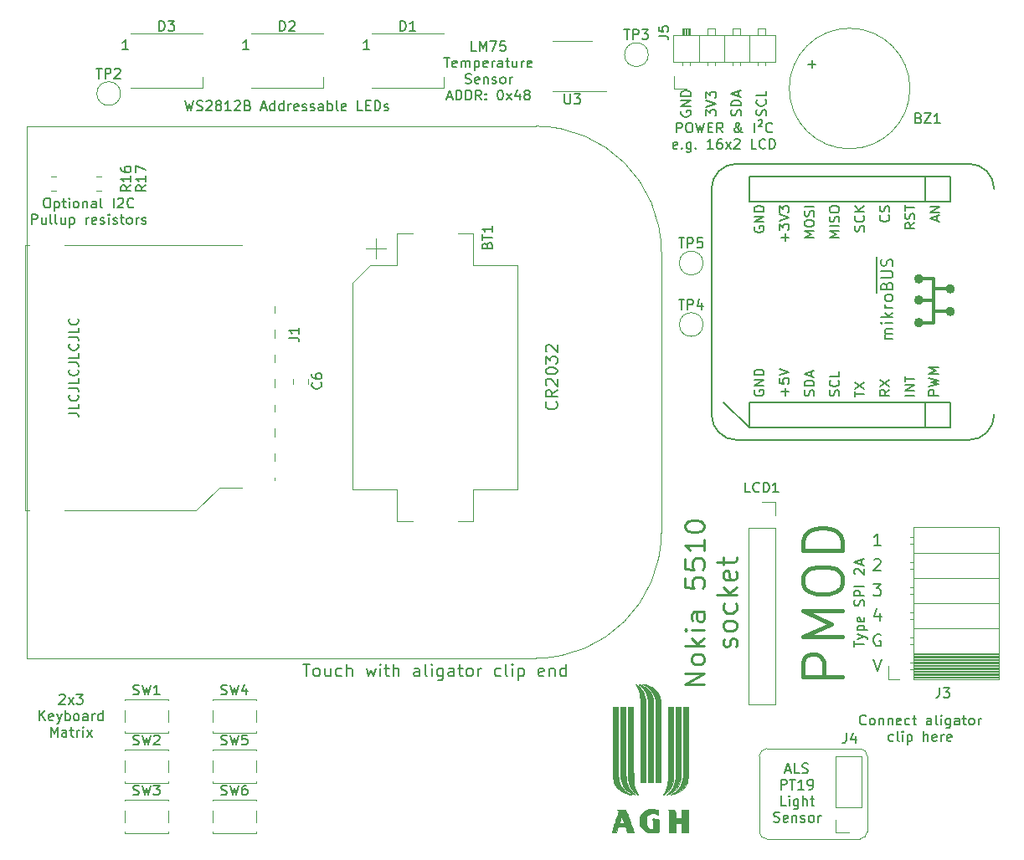
<source format=gbr>
%TF.GenerationSoftware,KiCad,Pcbnew,5.1.12-1.fc34*%
%TF.CreationDate,2021-12-13T19:31:17+01:00*%
%TF.ProjectId,fdrm05-devboard,6664726d-3035-42d6-9465-76626f617264,1*%
%TF.SameCoordinates,Original*%
%TF.FileFunction,Legend,Top*%
%TF.FilePolarity,Positive*%
%FSLAX46Y46*%
G04 Gerber Fmt 4.6, Leading zero omitted, Abs format (unit mm)*
G04 Created by KiCad (PCBNEW 5.1.12-1.fc34) date 2021-12-13 19:31:17*
%MOMM*%
%LPD*%
G01*
G04 APERTURE LIST*
%ADD10C,0.150000*%
%ADD11C,0.200000*%
%ADD12C,0.120000*%
%ADD13C,0.250000*%
%ADD14C,0.450000*%
%ADD15C,0.508000*%
%ADD16C,0.304800*%
%ADD17C,0.127000*%
%ADD18C,0.010000*%
G04 APERTURE END LIST*
D10*
X109002380Y-100169047D02*
X109716666Y-100169047D01*
X109859523Y-100216666D01*
X109954761Y-100311904D01*
X110002380Y-100454761D01*
X110002380Y-100550000D01*
X110002380Y-99216666D02*
X110002380Y-99692857D01*
X109002380Y-99692857D01*
X109907142Y-98311904D02*
X109954761Y-98359523D01*
X110002380Y-98502380D01*
X110002380Y-98597619D01*
X109954761Y-98740476D01*
X109859523Y-98835714D01*
X109764285Y-98883333D01*
X109573809Y-98930952D01*
X109430952Y-98930952D01*
X109240476Y-98883333D01*
X109145238Y-98835714D01*
X109050000Y-98740476D01*
X109002380Y-98597619D01*
X109002380Y-98502380D01*
X109050000Y-98359523D01*
X109097619Y-98311904D01*
X109002380Y-97597619D02*
X109716666Y-97597619D01*
X109859523Y-97645238D01*
X109954761Y-97740476D01*
X110002380Y-97883333D01*
X110002380Y-97978571D01*
X110002380Y-96645238D02*
X110002380Y-97121428D01*
X109002380Y-97121428D01*
X109907142Y-95740476D02*
X109954761Y-95788095D01*
X110002380Y-95930952D01*
X110002380Y-96026190D01*
X109954761Y-96169047D01*
X109859523Y-96264285D01*
X109764285Y-96311904D01*
X109573809Y-96359523D01*
X109430952Y-96359523D01*
X109240476Y-96311904D01*
X109145238Y-96264285D01*
X109050000Y-96169047D01*
X109002380Y-96026190D01*
X109002380Y-95930952D01*
X109050000Y-95788095D01*
X109097619Y-95740476D01*
X109002380Y-95026190D02*
X109716666Y-95026190D01*
X109859523Y-95073809D01*
X109954761Y-95169047D01*
X110002380Y-95311904D01*
X110002380Y-95407142D01*
X110002380Y-94073809D02*
X110002380Y-94550000D01*
X109002380Y-94550000D01*
X109907142Y-93169047D02*
X109954761Y-93216666D01*
X110002380Y-93359523D01*
X110002380Y-93454761D01*
X109954761Y-93597619D01*
X109859523Y-93692857D01*
X109764285Y-93740476D01*
X109573809Y-93788095D01*
X109430952Y-93788095D01*
X109240476Y-93740476D01*
X109145238Y-93692857D01*
X109050000Y-93597619D01*
X109002380Y-93454761D01*
X109002380Y-93359523D01*
X109050000Y-93216666D01*
X109097619Y-93169047D01*
X109002380Y-92454761D02*
X109716666Y-92454761D01*
X109859523Y-92502380D01*
X109954761Y-92597619D01*
X110002380Y-92740476D01*
X110002380Y-92835714D01*
X110002380Y-91502380D02*
X110002380Y-91978571D01*
X109002380Y-91978571D01*
X109907142Y-90597619D02*
X109954761Y-90645238D01*
X110002380Y-90788095D01*
X110002380Y-90883333D01*
X109954761Y-91026190D01*
X109859523Y-91121428D01*
X109764285Y-91169047D01*
X109573809Y-91216666D01*
X109430952Y-91216666D01*
X109240476Y-91169047D01*
X109145238Y-91121428D01*
X109050000Y-91026190D01*
X109002380Y-90883333D01*
X109002380Y-90788095D01*
X109050000Y-90645238D01*
X109097619Y-90597619D01*
D11*
X158289571Y-99034285D02*
X158346714Y-99091428D01*
X158403857Y-99262857D01*
X158403857Y-99377142D01*
X158346714Y-99548571D01*
X158232428Y-99662857D01*
X158118142Y-99720000D01*
X157889571Y-99777142D01*
X157718142Y-99777142D01*
X157489571Y-99720000D01*
X157375285Y-99662857D01*
X157261000Y-99548571D01*
X157203857Y-99377142D01*
X157203857Y-99262857D01*
X157261000Y-99091428D01*
X157318142Y-99034285D01*
X158403857Y-97834285D02*
X157832428Y-98234285D01*
X158403857Y-98520000D02*
X157203857Y-98520000D01*
X157203857Y-98062857D01*
X157261000Y-97948571D01*
X157318142Y-97891428D01*
X157432428Y-97834285D01*
X157603857Y-97834285D01*
X157718142Y-97891428D01*
X157775285Y-97948571D01*
X157832428Y-98062857D01*
X157832428Y-98520000D01*
X157318142Y-97377142D02*
X157261000Y-97320000D01*
X157203857Y-97205714D01*
X157203857Y-96920000D01*
X157261000Y-96805714D01*
X157318142Y-96748571D01*
X157432428Y-96691428D01*
X157546714Y-96691428D01*
X157718142Y-96748571D01*
X158403857Y-97434285D01*
X158403857Y-96691428D01*
X157203857Y-95948571D02*
X157203857Y-95834285D01*
X157261000Y-95720000D01*
X157318142Y-95662857D01*
X157432428Y-95605714D01*
X157661000Y-95548571D01*
X157946714Y-95548571D01*
X158175285Y-95605714D01*
X158289571Y-95662857D01*
X158346714Y-95720000D01*
X158403857Y-95834285D01*
X158403857Y-95948571D01*
X158346714Y-96062857D01*
X158289571Y-96120000D01*
X158175285Y-96177142D01*
X157946714Y-96234285D01*
X157661000Y-96234285D01*
X157432428Y-96177142D01*
X157318142Y-96120000D01*
X157261000Y-96062857D01*
X157203857Y-95948571D01*
X157203857Y-95148571D02*
X157203857Y-94405714D01*
X157661000Y-94805714D01*
X157661000Y-94634285D01*
X157718142Y-94520000D01*
X157775285Y-94462857D01*
X157889571Y-94405714D01*
X158175285Y-94405714D01*
X158289571Y-94462857D01*
X158346714Y-94520000D01*
X158403857Y-94634285D01*
X158403857Y-94977142D01*
X158346714Y-95091428D01*
X158289571Y-95148571D01*
X157318142Y-93948571D02*
X157261000Y-93891428D01*
X157203857Y-93777142D01*
X157203857Y-93491428D01*
X157261000Y-93377142D01*
X157318142Y-93320000D01*
X157432428Y-93262857D01*
X157546714Y-93262857D01*
X157718142Y-93320000D01*
X158403857Y-94005714D01*
X158403857Y-93262857D01*
X190354000Y-125072857D02*
X190754000Y-126272857D01*
X191154000Y-125072857D01*
X191068285Y-122590000D02*
X190954000Y-122532857D01*
X190782571Y-122532857D01*
X190611142Y-122590000D01*
X190496857Y-122704285D01*
X190439714Y-122818571D01*
X190382571Y-123047142D01*
X190382571Y-123218571D01*
X190439714Y-123447142D01*
X190496857Y-123561428D01*
X190611142Y-123675714D01*
X190782571Y-123732857D01*
X190896857Y-123732857D01*
X191068285Y-123675714D01*
X191125428Y-123618571D01*
X191125428Y-123218571D01*
X190896857Y-123218571D01*
X190982571Y-120392857D02*
X190982571Y-121192857D01*
X190696857Y-119935714D02*
X190411142Y-120792857D01*
X191154000Y-120792857D01*
X190354000Y-117452857D02*
X191096857Y-117452857D01*
X190696857Y-117910000D01*
X190868285Y-117910000D01*
X190982571Y-117967142D01*
X191039714Y-118024285D01*
X191096857Y-118138571D01*
X191096857Y-118424285D01*
X191039714Y-118538571D01*
X190982571Y-118595714D01*
X190868285Y-118652857D01*
X190525428Y-118652857D01*
X190411142Y-118595714D01*
X190354000Y-118538571D01*
X190411142Y-115027142D02*
X190468285Y-114970000D01*
X190582571Y-114912857D01*
X190868285Y-114912857D01*
X190982571Y-114970000D01*
X191039714Y-115027142D01*
X191096857Y-115141428D01*
X191096857Y-115255714D01*
X191039714Y-115427142D01*
X190354000Y-116112857D01*
X191096857Y-116112857D01*
X191096857Y-113572857D02*
X190411142Y-113572857D01*
X190754000Y-113572857D02*
X190754000Y-112372857D01*
X190639714Y-112544285D01*
X190525428Y-112658571D01*
X190411142Y-112715714D01*
D10*
X188428380Y-123808571D02*
X188428380Y-123237142D01*
X189428380Y-123522857D02*
X188428380Y-123522857D01*
X188761714Y-122999047D02*
X189428380Y-122760952D01*
X188761714Y-122522857D02*
X189428380Y-122760952D01*
X189666476Y-122856190D01*
X189714095Y-122903809D01*
X189761714Y-122999047D01*
X188761714Y-122141904D02*
X189761714Y-122141904D01*
X188809333Y-122141904D02*
X188761714Y-122046666D01*
X188761714Y-121856190D01*
X188809333Y-121760952D01*
X188856952Y-121713333D01*
X188952190Y-121665714D01*
X189237904Y-121665714D01*
X189333142Y-121713333D01*
X189380761Y-121760952D01*
X189428380Y-121856190D01*
X189428380Y-122046666D01*
X189380761Y-122141904D01*
X189380761Y-120856190D02*
X189428380Y-120951428D01*
X189428380Y-121141904D01*
X189380761Y-121237142D01*
X189285523Y-121284761D01*
X188904571Y-121284761D01*
X188809333Y-121237142D01*
X188761714Y-121141904D01*
X188761714Y-120951428D01*
X188809333Y-120856190D01*
X188904571Y-120808571D01*
X188999809Y-120808571D01*
X189095047Y-121284761D01*
X189380761Y-119665714D02*
X189428380Y-119522857D01*
X189428380Y-119284761D01*
X189380761Y-119189523D01*
X189333142Y-119141904D01*
X189237904Y-119094285D01*
X189142666Y-119094285D01*
X189047428Y-119141904D01*
X188999809Y-119189523D01*
X188952190Y-119284761D01*
X188904571Y-119475238D01*
X188856952Y-119570476D01*
X188809333Y-119618095D01*
X188714095Y-119665714D01*
X188618857Y-119665714D01*
X188523619Y-119618095D01*
X188476000Y-119570476D01*
X188428380Y-119475238D01*
X188428380Y-119237142D01*
X188476000Y-119094285D01*
X189428380Y-118665714D02*
X188428380Y-118665714D01*
X188428380Y-118284761D01*
X188476000Y-118189523D01*
X188523619Y-118141904D01*
X188618857Y-118094285D01*
X188761714Y-118094285D01*
X188856952Y-118141904D01*
X188904571Y-118189523D01*
X188952190Y-118284761D01*
X188952190Y-118665714D01*
X189428380Y-117665714D02*
X188428380Y-117665714D01*
X188523619Y-116475238D02*
X188476000Y-116427619D01*
X188428380Y-116332380D01*
X188428380Y-116094285D01*
X188476000Y-115999047D01*
X188523619Y-115951428D01*
X188618857Y-115903809D01*
X188714095Y-115903809D01*
X188856952Y-115951428D01*
X189428380Y-116522857D01*
X189428380Y-115903809D01*
X189142666Y-115522857D02*
X189142666Y-115046666D01*
X189428380Y-115618095D02*
X188428380Y-115284761D01*
X189428380Y-114951428D01*
D12*
X188976000Y-134112000D02*
G75*
G02*
X189738000Y-134874000I0J-762000D01*
G01*
X189738000Y-142494000D02*
G75*
G02*
X188976000Y-143256000I-762000J0D01*
G01*
X179578000Y-143256000D02*
G75*
G02*
X178816000Y-142494000I0J762000D01*
G01*
X178816000Y-134874000D02*
G75*
G02*
X179578000Y-134112000I762000J0D01*
G01*
X189738000Y-142494000D02*
X189738000Y-134874000D01*
X179578000Y-143256000D02*
X188976000Y-143256000D01*
X178816000Y-134874000D02*
X178816000Y-142494000D01*
X188976000Y-134112000D02*
X179578000Y-134112000D01*
D10*
X179474761Y-70024476D02*
X179522380Y-69881619D01*
X179522380Y-69643523D01*
X179474761Y-69548285D01*
X179427142Y-69500666D01*
X179331904Y-69453047D01*
X179236666Y-69453047D01*
X179141428Y-69500666D01*
X179093809Y-69548285D01*
X179046190Y-69643523D01*
X178998571Y-69834000D01*
X178950952Y-69929238D01*
X178903333Y-69976857D01*
X178808095Y-70024476D01*
X178712857Y-70024476D01*
X178617619Y-69976857D01*
X178570000Y-69929238D01*
X178522380Y-69834000D01*
X178522380Y-69595904D01*
X178570000Y-69453047D01*
X179427142Y-68453047D02*
X179474761Y-68500666D01*
X179522380Y-68643523D01*
X179522380Y-68738761D01*
X179474761Y-68881619D01*
X179379523Y-68976857D01*
X179284285Y-69024476D01*
X179093809Y-69072095D01*
X178950952Y-69072095D01*
X178760476Y-69024476D01*
X178665238Y-68976857D01*
X178570000Y-68881619D01*
X178522380Y-68738761D01*
X178522380Y-68643523D01*
X178570000Y-68500666D01*
X178617619Y-68453047D01*
X179522380Y-67548285D02*
X179522380Y-68024476D01*
X178522380Y-68024476D01*
X176934761Y-70048285D02*
X176982380Y-69905428D01*
X176982380Y-69667333D01*
X176934761Y-69572095D01*
X176887142Y-69524476D01*
X176791904Y-69476857D01*
X176696666Y-69476857D01*
X176601428Y-69524476D01*
X176553809Y-69572095D01*
X176506190Y-69667333D01*
X176458571Y-69857809D01*
X176410952Y-69953047D01*
X176363333Y-70000666D01*
X176268095Y-70048285D01*
X176172857Y-70048285D01*
X176077619Y-70000666D01*
X176030000Y-69953047D01*
X175982380Y-69857809D01*
X175982380Y-69619714D01*
X176030000Y-69476857D01*
X176982380Y-69048285D02*
X175982380Y-69048285D01*
X175982380Y-68810190D01*
X176030000Y-68667333D01*
X176125238Y-68572095D01*
X176220476Y-68524476D01*
X176410952Y-68476857D01*
X176553809Y-68476857D01*
X176744285Y-68524476D01*
X176839523Y-68572095D01*
X176934761Y-68667333D01*
X176982380Y-68810190D01*
X176982380Y-69048285D01*
X176696666Y-68095904D02*
X176696666Y-67619714D01*
X176982380Y-68191142D02*
X175982380Y-67857809D01*
X176982380Y-67524476D01*
X173442380Y-70072095D02*
X173442380Y-69453047D01*
X173823333Y-69786380D01*
X173823333Y-69643523D01*
X173870952Y-69548285D01*
X173918571Y-69500666D01*
X174013809Y-69453047D01*
X174251904Y-69453047D01*
X174347142Y-69500666D01*
X174394761Y-69548285D01*
X174442380Y-69643523D01*
X174442380Y-69929238D01*
X174394761Y-70024476D01*
X174347142Y-70072095D01*
X173442380Y-69167333D02*
X174442380Y-68834000D01*
X173442380Y-68500666D01*
X173442380Y-68262571D02*
X173442380Y-67643523D01*
X173823333Y-67976857D01*
X173823333Y-67834000D01*
X173870952Y-67738761D01*
X173918571Y-67691142D01*
X174013809Y-67643523D01*
X174251904Y-67643523D01*
X174347142Y-67691142D01*
X174394761Y-67738761D01*
X174442380Y-67834000D01*
X174442380Y-68119714D01*
X174394761Y-68214952D01*
X174347142Y-68262571D01*
X170950000Y-69595904D02*
X170902380Y-69691142D01*
X170902380Y-69834000D01*
X170950000Y-69976857D01*
X171045238Y-70072095D01*
X171140476Y-70119714D01*
X171330952Y-70167333D01*
X171473809Y-70167333D01*
X171664285Y-70119714D01*
X171759523Y-70072095D01*
X171854761Y-69976857D01*
X171902380Y-69834000D01*
X171902380Y-69738761D01*
X171854761Y-69595904D01*
X171807142Y-69548285D01*
X171473809Y-69548285D01*
X171473809Y-69738761D01*
X171902380Y-69119714D02*
X170902380Y-69119714D01*
X171902380Y-68548285D01*
X170902380Y-68548285D01*
X171902380Y-68072095D02*
X170902380Y-68072095D01*
X170902380Y-67834000D01*
X170950000Y-67691142D01*
X171045238Y-67595904D01*
X171140476Y-67548285D01*
X171330952Y-67500666D01*
X171473809Y-67500666D01*
X171664285Y-67548285D01*
X171759523Y-67595904D01*
X171854761Y-67691142D01*
X171902380Y-67834000D01*
X171902380Y-68072095D01*
X106712285Y-78383380D02*
X106902761Y-78383380D01*
X106998000Y-78431000D01*
X107093238Y-78526238D01*
X107140857Y-78716714D01*
X107140857Y-79050047D01*
X107093238Y-79240523D01*
X106998000Y-79335761D01*
X106902761Y-79383380D01*
X106712285Y-79383380D01*
X106617047Y-79335761D01*
X106521809Y-79240523D01*
X106474190Y-79050047D01*
X106474190Y-78716714D01*
X106521809Y-78526238D01*
X106617047Y-78431000D01*
X106712285Y-78383380D01*
X107569428Y-78716714D02*
X107569428Y-79716714D01*
X107569428Y-78764333D02*
X107664666Y-78716714D01*
X107855142Y-78716714D01*
X107950380Y-78764333D01*
X107998000Y-78811952D01*
X108045619Y-78907190D01*
X108045619Y-79192904D01*
X107998000Y-79288142D01*
X107950380Y-79335761D01*
X107855142Y-79383380D01*
X107664666Y-79383380D01*
X107569428Y-79335761D01*
X108331333Y-78716714D02*
X108712285Y-78716714D01*
X108474190Y-78383380D02*
X108474190Y-79240523D01*
X108521809Y-79335761D01*
X108617047Y-79383380D01*
X108712285Y-79383380D01*
X109045619Y-79383380D02*
X109045619Y-78716714D01*
X109045619Y-78383380D02*
X108998000Y-78431000D01*
X109045619Y-78478619D01*
X109093238Y-78431000D01*
X109045619Y-78383380D01*
X109045619Y-78478619D01*
X109664666Y-79383380D02*
X109569428Y-79335761D01*
X109521809Y-79288142D01*
X109474190Y-79192904D01*
X109474190Y-78907190D01*
X109521809Y-78811952D01*
X109569428Y-78764333D01*
X109664666Y-78716714D01*
X109807523Y-78716714D01*
X109902761Y-78764333D01*
X109950380Y-78811952D01*
X109998000Y-78907190D01*
X109998000Y-79192904D01*
X109950380Y-79288142D01*
X109902761Y-79335761D01*
X109807523Y-79383380D01*
X109664666Y-79383380D01*
X110426571Y-78716714D02*
X110426571Y-79383380D01*
X110426571Y-78811952D02*
X110474190Y-78764333D01*
X110569428Y-78716714D01*
X110712285Y-78716714D01*
X110807523Y-78764333D01*
X110855142Y-78859571D01*
X110855142Y-79383380D01*
X111759904Y-79383380D02*
X111759904Y-78859571D01*
X111712285Y-78764333D01*
X111617047Y-78716714D01*
X111426571Y-78716714D01*
X111331333Y-78764333D01*
X111759904Y-79335761D02*
X111664666Y-79383380D01*
X111426571Y-79383380D01*
X111331333Y-79335761D01*
X111283714Y-79240523D01*
X111283714Y-79145285D01*
X111331333Y-79050047D01*
X111426571Y-79002428D01*
X111664666Y-79002428D01*
X111759904Y-78954809D01*
X112378952Y-79383380D02*
X112283714Y-79335761D01*
X112236095Y-79240523D01*
X112236095Y-78383380D01*
X113521809Y-79383380D02*
X113521809Y-78383380D01*
X113950380Y-78478619D02*
X113998000Y-78431000D01*
X114093238Y-78383380D01*
X114331333Y-78383380D01*
X114426571Y-78431000D01*
X114474190Y-78478619D01*
X114521809Y-78573857D01*
X114521809Y-78669095D01*
X114474190Y-78811952D01*
X113902761Y-79383380D01*
X114521809Y-79383380D01*
X115521809Y-79288142D02*
X115474190Y-79335761D01*
X115331333Y-79383380D01*
X115236095Y-79383380D01*
X115093238Y-79335761D01*
X114998000Y-79240523D01*
X114950380Y-79145285D01*
X114902761Y-78954809D01*
X114902761Y-78811952D01*
X114950380Y-78621476D01*
X114998000Y-78526238D01*
X115093238Y-78431000D01*
X115236095Y-78383380D01*
X115331333Y-78383380D01*
X115474190Y-78431000D01*
X115521809Y-78478619D01*
X105236095Y-81033380D02*
X105236095Y-80033380D01*
X105617047Y-80033380D01*
X105712285Y-80081000D01*
X105759904Y-80128619D01*
X105807523Y-80223857D01*
X105807523Y-80366714D01*
X105759904Y-80461952D01*
X105712285Y-80509571D01*
X105617047Y-80557190D01*
X105236095Y-80557190D01*
X106664666Y-80366714D02*
X106664666Y-81033380D01*
X106236095Y-80366714D02*
X106236095Y-80890523D01*
X106283714Y-80985761D01*
X106378952Y-81033380D01*
X106521809Y-81033380D01*
X106617047Y-80985761D01*
X106664666Y-80938142D01*
X107283714Y-81033380D02*
X107188476Y-80985761D01*
X107140857Y-80890523D01*
X107140857Y-80033380D01*
X107807523Y-81033380D02*
X107712285Y-80985761D01*
X107664666Y-80890523D01*
X107664666Y-80033380D01*
X108617047Y-80366714D02*
X108617047Y-81033380D01*
X108188476Y-80366714D02*
X108188476Y-80890523D01*
X108236095Y-80985761D01*
X108331333Y-81033380D01*
X108474190Y-81033380D01*
X108569428Y-80985761D01*
X108617047Y-80938142D01*
X109093238Y-80366714D02*
X109093238Y-81366714D01*
X109093238Y-80414333D02*
X109188476Y-80366714D01*
X109378952Y-80366714D01*
X109474190Y-80414333D01*
X109521809Y-80461952D01*
X109569428Y-80557190D01*
X109569428Y-80842904D01*
X109521809Y-80938142D01*
X109474190Y-80985761D01*
X109378952Y-81033380D01*
X109188476Y-81033380D01*
X109093238Y-80985761D01*
X110759904Y-81033380D02*
X110759904Y-80366714D01*
X110759904Y-80557190D02*
X110807523Y-80461952D01*
X110855142Y-80414333D01*
X110950380Y-80366714D01*
X111045619Y-80366714D01*
X111759904Y-80985761D02*
X111664666Y-81033380D01*
X111474190Y-81033380D01*
X111378952Y-80985761D01*
X111331333Y-80890523D01*
X111331333Y-80509571D01*
X111378952Y-80414333D01*
X111474190Y-80366714D01*
X111664666Y-80366714D01*
X111759904Y-80414333D01*
X111807523Y-80509571D01*
X111807523Y-80604809D01*
X111331333Y-80700047D01*
X112188476Y-80985761D02*
X112283714Y-81033380D01*
X112474190Y-81033380D01*
X112569428Y-80985761D01*
X112617047Y-80890523D01*
X112617047Y-80842904D01*
X112569428Y-80747666D01*
X112474190Y-80700047D01*
X112331333Y-80700047D01*
X112236095Y-80652428D01*
X112188476Y-80557190D01*
X112188476Y-80509571D01*
X112236095Y-80414333D01*
X112331333Y-80366714D01*
X112474190Y-80366714D01*
X112569428Y-80414333D01*
X113045619Y-81033380D02*
X113045619Y-80366714D01*
X113045619Y-80033380D02*
X112998000Y-80081000D01*
X113045619Y-80128619D01*
X113093238Y-80081000D01*
X113045619Y-80033380D01*
X113045619Y-80128619D01*
X113474190Y-80985761D02*
X113569428Y-81033380D01*
X113759904Y-81033380D01*
X113855142Y-80985761D01*
X113902761Y-80890523D01*
X113902761Y-80842904D01*
X113855142Y-80747666D01*
X113759904Y-80700047D01*
X113617047Y-80700047D01*
X113521809Y-80652428D01*
X113474190Y-80557190D01*
X113474190Y-80509571D01*
X113521809Y-80414333D01*
X113617047Y-80366714D01*
X113759904Y-80366714D01*
X113855142Y-80414333D01*
X114188476Y-80366714D02*
X114569428Y-80366714D01*
X114331333Y-80033380D02*
X114331333Y-80890523D01*
X114378952Y-80985761D01*
X114474190Y-81033380D01*
X114569428Y-81033380D01*
X115045619Y-81033380D02*
X114950380Y-80985761D01*
X114902761Y-80938142D01*
X114855142Y-80842904D01*
X114855142Y-80557190D01*
X114902761Y-80461952D01*
X114950380Y-80414333D01*
X115045619Y-80366714D01*
X115188476Y-80366714D01*
X115283714Y-80414333D01*
X115331333Y-80461952D01*
X115378952Y-80557190D01*
X115378952Y-80842904D01*
X115331333Y-80938142D01*
X115283714Y-80985761D01*
X115188476Y-81033380D01*
X115045619Y-81033380D01*
X115807523Y-81033380D02*
X115807523Y-80366714D01*
X115807523Y-80557190D02*
X115855142Y-80461952D01*
X115902761Y-80414333D01*
X115998000Y-80366714D01*
X116093238Y-80366714D01*
X116378952Y-80985761D02*
X116474190Y-81033380D01*
X116664666Y-81033380D01*
X116759904Y-80985761D01*
X116807523Y-80890523D01*
X116807523Y-80842904D01*
X116759904Y-80747666D01*
X116664666Y-80700047D01*
X116521809Y-80700047D01*
X116426571Y-80652428D01*
X116378952Y-80557190D01*
X116378952Y-80509571D01*
X116426571Y-80414333D01*
X116521809Y-80366714D01*
X116664666Y-80366714D01*
X116759904Y-80414333D01*
X170450476Y-71763380D02*
X170450476Y-70763380D01*
X170831428Y-70763380D01*
X170926666Y-70811000D01*
X170974285Y-70858619D01*
X171021904Y-70953857D01*
X171021904Y-71096714D01*
X170974285Y-71191952D01*
X170926666Y-71239571D01*
X170831428Y-71287190D01*
X170450476Y-71287190D01*
X171640952Y-70763380D02*
X171831428Y-70763380D01*
X171926666Y-70811000D01*
X172021904Y-70906238D01*
X172069523Y-71096714D01*
X172069523Y-71430047D01*
X172021904Y-71620523D01*
X171926666Y-71715761D01*
X171831428Y-71763380D01*
X171640952Y-71763380D01*
X171545714Y-71715761D01*
X171450476Y-71620523D01*
X171402857Y-71430047D01*
X171402857Y-71096714D01*
X171450476Y-70906238D01*
X171545714Y-70811000D01*
X171640952Y-70763380D01*
X172402857Y-70763380D02*
X172640952Y-71763380D01*
X172831428Y-71049095D01*
X173021904Y-71763380D01*
X173260000Y-70763380D01*
X173640952Y-71239571D02*
X173974285Y-71239571D01*
X174117142Y-71763380D02*
X173640952Y-71763380D01*
X173640952Y-70763380D01*
X174117142Y-70763380D01*
X175117142Y-71763380D02*
X174783809Y-71287190D01*
X174545714Y-71763380D02*
X174545714Y-70763380D01*
X174926666Y-70763380D01*
X175021904Y-70811000D01*
X175069523Y-70858619D01*
X175117142Y-70953857D01*
X175117142Y-71096714D01*
X175069523Y-71191952D01*
X175021904Y-71239571D01*
X174926666Y-71287190D01*
X174545714Y-71287190D01*
X177117142Y-71763380D02*
X177069523Y-71763380D01*
X176974285Y-71715761D01*
X176831428Y-71572904D01*
X176593333Y-71287190D01*
X176498095Y-71144333D01*
X176450476Y-71001476D01*
X176450476Y-70906238D01*
X176498095Y-70811000D01*
X176593333Y-70763380D01*
X176640952Y-70763380D01*
X176736190Y-70811000D01*
X176783809Y-70906238D01*
X176783809Y-70953857D01*
X176736190Y-71049095D01*
X176688571Y-71096714D01*
X176402857Y-71287190D01*
X176355238Y-71334809D01*
X176307619Y-71430047D01*
X176307619Y-71572904D01*
X176355238Y-71668142D01*
X176402857Y-71715761D01*
X176498095Y-71763380D01*
X176640952Y-71763380D01*
X176736190Y-71715761D01*
X176783809Y-71668142D01*
X176926666Y-71477666D01*
X176974285Y-71334809D01*
X176974285Y-71239571D01*
X178307619Y-71763380D02*
X178307619Y-70763380D01*
X178736190Y-70525285D02*
X178831428Y-70477666D01*
X178974285Y-70477666D01*
X179069523Y-70525285D01*
X179117142Y-70620523D01*
X179117142Y-70715761D01*
X179069523Y-70811000D01*
X178736190Y-71144333D01*
X179117142Y-71144333D01*
X180117142Y-71668142D02*
X180069523Y-71715761D01*
X179926666Y-71763380D01*
X179831428Y-71763380D01*
X179688571Y-71715761D01*
X179593333Y-71620523D01*
X179545714Y-71525285D01*
X179498095Y-71334809D01*
X179498095Y-71191952D01*
X179545714Y-71001476D01*
X179593333Y-70906238D01*
X179688571Y-70811000D01*
X179831428Y-70763380D01*
X179926666Y-70763380D01*
X180069523Y-70811000D01*
X180117142Y-70858619D01*
X170521904Y-73365761D02*
X170426666Y-73413380D01*
X170236190Y-73413380D01*
X170140952Y-73365761D01*
X170093333Y-73270523D01*
X170093333Y-72889571D01*
X170140952Y-72794333D01*
X170236190Y-72746714D01*
X170426666Y-72746714D01*
X170521904Y-72794333D01*
X170569523Y-72889571D01*
X170569523Y-72984809D01*
X170093333Y-73080047D01*
X170998095Y-73318142D02*
X171045714Y-73365761D01*
X170998095Y-73413380D01*
X170950476Y-73365761D01*
X170998095Y-73318142D01*
X170998095Y-73413380D01*
X171902857Y-72746714D02*
X171902857Y-73556238D01*
X171855238Y-73651476D01*
X171807619Y-73699095D01*
X171712380Y-73746714D01*
X171569523Y-73746714D01*
X171474285Y-73699095D01*
X171902857Y-73365761D02*
X171807619Y-73413380D01*
X171617142Y-73413380D01*
X171521904Y-73365761D01*
X171474285Y-73318142D01*
X171426666Y-73222904D01*
X171426666Y-72937190D01*
X171474285Y-72841952D01*
X171521904Y-72794333D01*
X171617142Y-72746714D01*
X171807619Y-72746714D01*
X171902857Y-72794333D01*
X172379047Y-73318142D02*
X172426666Y-73365761D01*
X172379047Y-73413380D01*
X172331428Y-73365761D01*
X172379047Y-73318142D01*
X172379047Y-73413380D01*
X174140952Y-73413380D02*
X173569523Y-73413380D01*
X173855238Y-73413380D02*
X173855238Y-72413380D01*
X173760000Y-72556238D01*
X173664761Y-72651476D01*
X173569523Y-72699095D01*
X174998095Y-72413380D02*
X174807619Y-72413380D01*
X174712380Y-72461000D01*
X174664761Y-72508619D01*
X174569523Y-72651476D01*
X174521904Y-72841952D01*
X174521904Y-73222904D01*
X174569523Y-73318142D01*
X174617142Y-73365761D01*
X174712380Y-73413380D01*
X174902857Y-73413380D01*
X174998095Y-73365761D01*
X175045714Y-73318142D01*
X175093333Y-73222904D01*
X175093333Y-72984809D01*
X175045714Y-72889571D01*
X174998095Y-72841952D01*
X174902857Y-72794333D01*
X174712380Y-72794333D01*
X174617142Y-72841952D01*
X174569523Y-72889571D01*
X174521904Y-72984809D01*
X175426666Y-73413380D02*
X175950476Y-72746714D01*
X175426666Y-72746714D02*
X175950476Y-73413380D01*
X176283809Y-72508619D02*
X176331428Y-72461000D01*
X176426666Y-72413380D01*
X176664761Y-72413380D01*
X176760000Y-72461000D01*
X176807619Y-72508619D01*
X176855238Y-72603857D01*
X176855238Y-72699095D01*
X176807619Y-72841952D01*
X176236190Y-73413380D01*
X176855238Y-73413380D01*
X178521904Y-73413380D02*
X178045714Y-73413380D01*
X178045714Y-72413380D01*
X179426666Y-73318142D02*
X179379047Y-73365761D01*
X179236190Y-73413380D01*
X179140952Y-73413380D01*
X178998095Y-73365761D01*
X178902857Y-73270523D01*
X178855238Y-73175285D01*
X178807619Y-72984809D01*
X178807619Y-72841952D01*
X178855238Y-72651476D01*
X178902857Y-72556238D01*
X178998095Y-72461000D01*
X179140952Y-72413380D01*
X179236190Y-72413380D01*
X179379047Y-72461000D01*
X179426666Y-72508619D01*
X179855238Y-73413380D02*
X179855238Y-72413380D01*
X180093333Y-72413380D01*
X180236190Y-72461000D01*
X180331428Y-72556238D01*
X180379047Y-72651476D01*
X180426666Y-72841952D01*
X180426666Y-72984809D01*
X180379047Y-73175285D01*
X180331428Y-73270523D01*
X180236190Y-73365761D01*
X180093333Y-73413380D01*
X179855238Y-73413380D01*
D11*
X132657142Y-125553476D02*
X133371428Y-125553476D01*
X133014285Y-126803476D02*
X133014285Y-125553476D01*
X133966666Y-126803476D02*
X133847619Y-126743952D01*
X133788095Y-126684428D01*
X133728571Y-126565380D01*
X133728571Y-126208238D01*
X133788095Y-126089190D01*
X133847619Y-126029666D01*
X133966666Y-125970142D01*
X134145238Y-125970142D01*
X134264285Y-126029666D01*
X134323809Y-126089190D01*
X134383333Y-126208238D01*
X134383333Y-126565380D01*
X134323809Y-126684428D01*
X134264285Y-126743952D01*
X134145238Y-126803476D01*
X133966666Y-126803476D01*
X135454761Y-125970142D02*
X135454761Y-126803476D01*
X134919047Y-125970142D02*
X134919047Y-126624904D01*
X134978571Y-126743952D01*
X135097619Y-126803476D01*
X135276190Y-126803476D01*
X135395238Y-126743952D01*
X135454761Y-126684428D01*
X136585714Y-126743952D02*
X136466666Y-126803476D01*
X136228571Y-126803476D01*
X136109523Y-126743952D01*
X136050000Y-126684428D01*
X135990476Y-126565380D01*
X135990476Y-126208238D01*
X136050000Y-126089190D01*
X136109523Y-126029666D01*
X136228571Y-125970142D01*
X136466666Y-125970142D01*
X136585714Y-126029666D01*
X137121428Y-126803476D02*
X137121428Y-125553476D01*
X137657142Y-126803476D02*
X137657142Y-126148714D01*
X137597619Y-126029666D01*
X137478571Y-125970142D01*
X137300000Y-125970142D01*
X137180952Y-126029666D01*
X137121428Y-126089190D01*
X139085714Y-125970142D02*
X139323809Y-126803476D01*
X139561904Y-126208238D01*
X139800000Y-126803476D01*
X140038095Y-125970142D01*
X140514285Y-126803476D02*
X140514285Y-125970142D01*
X140514285Y-125553476D02*
X140454761Y-125613000D01*
X140514285Y-125672523D01*
X140573809Y-125613000D01*
X140514285Y-125553476D01*
X140514285Y-125672523D01*
X140930952Y-125970142D02*
X141407142Y-125970142D01*
X141109523Y-125553476D02*
X141109523Y-126624904D01*
X141169047Y-126743952D01*
X141288095Y-126803476D01*
X141407142Y-126803476D01*
X141823809Y-126803476D02*
X141823809Y-125553476D01*
X142359523Y-126803476D02*
X142359523Y-126148714D01*
X142300000Y-126029666D01*
X142180952Y-125970142D01*
X142002380Y-125970142D01*
X141883333Y-126029666D01*
X141823809Y-126089190D01*
X144442857Y-126803476D02*
X144442857Y-126148714D01*
X144383333Y-126029666D01*
X144264285Y-125970142D01*
X144026190Y-125970142D01*
X143907142Y-126029666D01*
X144442857Y-126743952D02*
X144323809Y-126803476D01*
X144026190Y-126803476D01*
X143907142Y-126743952D01*
X143847619Y-126624904D01*
X143847619Y-126505857D01*
X143907142Y-126386809D01*
X144026190Y-126327285D01*
X144323809Y-126327285D01*
X144442857Y-126267761D01*
X145216666Y-126803476D02*
X145097619Y-126743952D01*
X145038095Y-126624904D01*
X145038095Y-125553476D01*
X145692857Y-126803476D02*
X145692857Y-125970142D01*
X145692857Y-125553476D02*
X145633333Y-125613000D01*
X145692857Y-125672523D01*
X145752380Y-125613000D01*
X145692857Y-125553476D01*
X145692857Y-125672523D01*
X146823809Y-125970142D02*
X146823809Y-126982047D01*
X146764285Y-127101095D01*
X146704761Y-127160619D01*
X146585714Y-127220142D01*
X146407142Y-127220142D01*
X146288095Y-127160619D01*
X146823809Y-126743952D02*
X146704761Y-126803476D01*
X146466666Y-126803476D01*
X146347619Y-126743952D01*
X146288095Y-126684428D01*
X146228571Y-126565380D01*
X146228571Y-126208238D01*
X146288095Y-126089190D01*
X146347619Y-126029666D01*
X146466666Y-125970142D01*
X146704761Y-125970142D01*
X146823809Y-126029666D01*
X147954761Y-126803476D02*
X147954761Y-126148714D01*
X147895238Y-126029666D01*
X147776190Y-125970142D01*
X147538095Y-125970142D01*
X147419047Y-126029666D01*
X147954761Y-126743952D02*
X147835714Y-126803476D01*
X147538095Y-126803476D01*
X147419047Y-126743952D01*
X147359523Y-126624904D01*
X147359523Y-126505857D01*
X147419047Y-126386809D01*
X147538095Y-126327285D01*
X147835714Y-126327285D01*
X147954761Y-126267761D01*
X148371428Y-125970142D02*
X148847619Y-125970142D01*
X148550000Y-125553476D02*
X148550000Y-126624904D01*
X148609523Y-126743952D01*
X148728571Y-126803476D01*
X148847619Y-126803476D01*
X149442857Y-126803476D02*
X149323809Y-126743952D01*
X149264285Y-126684428D01*
X149204761Y-126565380D01*
X149204761Y-126208238D01*
X149264285Y-126089190D01*
X149323809Y-126029666D01*
X149442857Y-125970142D01*
X149621428Y-125970142D01*
X149740476Y-126029666D01*
X149800000Y-126089190D01*
X149859523Y-126208238D01*
X149859523Y-126565380D01*
X149800000Y-126684428D01*
X149740476Y-126743952D01*
X149621428Y-126803476D01*
X149442857Y-126803476D01*
X150395238Y-126803476D02*
X150395238Y-125970142D01*
X150395238Y-126208238D02*
X150454761Y-126089190D01*
X150514285Y-126029666D01*
X150633333Y-125970142D01*
X150752380Y-125970142D01*
X152657142Y-126743952D02*
X152538095Y-126803476D01*
X152300000Y-126803476D01*
X152180952Y-126743952D01*
X152121428Y-126684428D01*
X152061904Y-126565380D01*
X152061904Y-126208238D01*
X152121428Y-126089190D01*
X152180952Y-126029666D01*
X152300000Y-125970142D01*
X152538095Y-125970142D01*
X152657142Y-126029666D01*
X153371428Y-126803476D02*
X153252380Y-126743952D01*
X153192857Y-126624904D01*
X153192857Y-125553476D01*
X153847619Y-126803476D02*
X153847619Y-125970142D01*
X153847619Y-125553476D02*
X153788095Y-125613000D01*
X153847619Y-125672523D01*
X153907142Y-125613000D01*
X153847619Y-125553476D01*
X153847619Y-125672523D01*
X154442857Y-125970142D02*
X154442857Y-127220142D01*
X154442857Y-126029666D02*
X154561904Y-125970142D01*
X154800000Y-125970142D01*
X154919047Y-126029666D01*
X154978571Y-126089190D01*
X155038095Y-126208238D01*
X155038095Y-126565380D01*
X154978571Y-126684428D01*
X154919047Y-126743952D01*
X154800000Y-126803476D01*
X154561904Y-126803476D01*
X154442857Y-126743952D01*
X157002380Y-126743952D02*
X156883333Y-126803476D01*
X156645238Y-126803476D01*
X156526190Y-126743952D01*
X156466666Y-126624904D01*
X156466666Y-126148714D01*
X156526190Y-126029666D01*
X156645238Y-125970142D01*
X156883333Y-125970142D01*
X157002380Y-126029666D01*
X157061904Y-126148714D01*
X157061904Y-126267761D01*
X156466666Y-126386809D01*
X157597619Y-125970142D02*
X157597619Y-126803476D01*
X157597619Y-126089190D02*
X157657142Y-126029666D01*
X157776190Y-125970142D01*
X157954761Y-125970142D01*
X158073809Y-126029666D01*
X158133333Y-126148714D01*
X158133333Y-126803476D01*
X159264285Y-126803476D02*
X159264285Y-125553476D01*
X159264285Y-126743952D02*
X159145238Y-126803476D01*
X158907142Y-126803476D01*
X158788095Y-126743952D01*
X158728571Y-126684428D01*
X158669047Y-126565380D01*
X158669047Y-126208238D01*
X158728571Y-126089190D01*
X158788095Y-126029666D01*
X158907142Y-125970142D01*
X159145238Y-125970142D01*
X159264285Y-126029666D01*
D13*
X173269761Y-127618095D02*
X171269761Y-127618095D01*
X173269761Y-126475238D01*
X171269761Y-126475238D01*
X173269761Y-125237142D02*
X173174523Y-125427619D01*
X173079285Y-125522857D01*
X172888809Y-125618095D01*
X172317380Y-125618095D01*
X172126904Y-125522857D01*
X172031666Y-125427619D01*
X171936428Y-125237142D01*
X171936428Y-124951428D01*
X172031666Y-124760952D01*
X172126904Y-124665714D01*
X172317380Y-124570476D01*
X172888809Y-124570476D01*
X173079285Y-124665714D01*
X173174523Y-124760952D01*
X173269761Y-124951428D01*
X173269761Y-125237142D01*
X173269761Y-123713333D02*
X171269761Y-123713333D01*
X172507857Y-123522857D02*
X173269761Y-122951428D01*
X171936428Y-122951428D02*
X172698333Y-123713333D01*
X173269761Y-122094285D02*
X171936428Y-122094285D01*
X171269761Y-122094285D02*
X171365000Y-122189523D01*
X171460238Y-122094285D01*
X171365000Y-121999047D01*
X171269761Y-122094285D01*
X171460238Y-122094285D01*
X173269761Y-120284761D02*
X172222142Y-120284761D01*
X172031666Y-120380000D01*
X171936428Y-120570476D01*
X171936428Y-120951428D01*
X172031666Y-121141904D01*
X173174523Y-120284761D02*
X173269761Y-120475238D01*
X173269761Y-120951428D01*
X173174523Y-121141904D01*
X172984047Y-121237142D01*
X172793571Y-121237142D01*
X172603095Y-121141904D01*
X172507857Y-120951428D01*
X172507857Y-120475238D01*
X172412619Y-120284761D01*
X171269761Y-116856190D02*
X171269761Y-117808571D01*
X172222142Y-117903809D01*
X172126904Y-117808571D01*
X172031666Y-117618095D01*
X172031666Y-117141904D01*
X172126904Y-116951428D01*
X172222142Y-116856190D01*
X172412619Y-116760952D01*
X172888809Y-116760952D01*
X173079285Y-116856190D01*
X173174523Y-116951428D01*
X173269761Y-117141904D01*
X173269761Y-117618095D01*
X173174523Y-117808571D01*
X173079285Y-117903809D01*
X171269761Y-114951428D02*
X171269761Y-115903809D01*
X172222142Y-115999047D01*
X172126904Y-115903809D01*
X172031666Y-115713333D01*
X172031666Y-115237142D01*
X172126904Y-115046666D01*
X172222142Y-114951428D01*
X172412619Y-114856190D01*
X172888809Y-114856190D01*
X173079285Y-114951428D01*
X173174523Y-115046666D01*
X173269761Y-115237142D01*
X173269761Y-115713333D01*
X173174523Y-115903809D01*
X173079285Y-115999047D01*
X173269761Y-112951428D02*
X173269761Y-114094285D01*
X173269761Y-113522857D02*
X171269761Y-113522857D01*
X171555476Y-113713333D01*
X171745952Y-113903809D01*
X171841190Y-114094285D01*
X171269761Y-111713333D02*
X171269761Y-111522857D01*
X171365000Y-111332380D01*
X171460238Y-111237142D01*
X171650714Y-111141904D01*
X172031666Y-111046666D01*
X172507857Y-111046666D01*
X172888809Y-111141904D01*
X173079285Y-111237142D01*
X173174523Y-111332380D01*
X173269761Y-111522857D01*
X173269761Y-111713333D01*
X173174523Y-111903809D01*
X173079285Y-111999047D01*
X172888809Y-112094285D01*
X172507857Y-112189523D01*
X172031666Y-112189523D01*
X171650714Y-112094285D01*
X171460238Y-111999047D01*
X171365000Y-111903809D01*
X171269761Y-111713333D01*
X176424523Y-123808571D02*
X176519761Y-123618095D01*
X176519761Y-123237142D01*
X176424523Y-123046666D01*
X176234047Y-122951428D01*
X176138809Y-122951428D01*
X175948333Y-123046666D01*
X175853095Y-123237142D01*
X175853095Y-123522857D01*
X175757857Y-123713333D01*
X175567380Y-123808571D01*
X175472142Y-123808571D01*
X175281666Y-123713333D01*
X175186428Y-123522857D01*
X175186428Y-123237142D01*
X175281666Y-123046666D01*
X176519761Y-121808571D02*
X176424523Y-121999047D01*
X176329285Y-122094285D01*
X176138809Y-122189523D01*
X175567380Y-122189523D01*
X175376904Y-122094285D01*
X175281666Y-121999047D01*
X175186428Y-121808571D01*
X175186428Y-121522857D01*
X175281666Y-121332380D01*
X175376904Y-121237142D01*
X175567380Y-121141904D01*
X176138809Y-121141904D01*
X176329285Y-121237142D01*
X176424523Y-121332380D01*
X176519761Y-121522857D01*
X176519761Y-121808571D01*
X176424523Y-119427619D02*
X176519761Y-119618095D01*
X176519761Y-119999047D01*
X176424523Y-120189523D01*
X176329285Y-120284761D01*
X176138809Y-120380000D01*
X175567380Y-120380000D01*
X175376904Y-120284761D01*
X175281666Y-120189523D01*
X175186428Y-119999047D01*
X175186428Y-119618095D01*
X175281666Y-119427619D01*
X176519761Y-118570476D02*
X174519761Y-118570476D01*
X175757857Y-118380000D02*
X176519761Y-117808571D01*
X175186428Y-117808571D02*
X175948333Y-118570476D01*
X176424523Y-116189523D02*
X176519761Y-116380000D01*
X176519761Y-116760952D01*
X176424523Y-116951428D01*
X176234047Y-117046666D01*
X175472142Y-117046666D01*
X175281666Y-116951428D01*
X175186428Y-116760952D01*
X175186428Y-116380000D01*
X175281666Y-116189523D01*
X175472142Y-116094285D01*
X175662619Y-116094285D01*
X175853095Y-117046666D01*
X175186428Y-115522857D02*
X175186428Y-114760952D01*
X174519761Y-115237142D02*
X176234047Y-115237142D01*
X176424523Y-115141904D01*
X176519761Y-114951428D01*
X176519761Y-114760952D01*
D10*
X189595809Y-131612142D02*
X189548190Y-131659761D01*
X189405333Y-131707380D01*
X189310095Y-131707380D01*
X189167238Y-131659761D01*
X189072000Y-131564523D01*
X189024380Y-131469285D01*
X188976761Y-131278809D01*
X188976761Y-131135952D01*
X189024380Y-130945476D01*
X189072000Y-130850238D01*
X189167238Y-130755000D01*
X189310095Y-130707380D01*
X189405333Y-130707380D01*
X189548190Y-130755000D01*
X189595809Y-130802619D01*
X190167238Y-131707380D02*
X190072000Y-131659761D01*
X190024380Y-131612142D01*
X189976761Y-131516904D01*
X189976761Y-131231190D01*
X190024380Y-131135952D01*
X190072000Y-131088333D01*
X190167238Y-131040714D01*
X190310095Y-131040714D01*
X190405333Y-131088333D01*
X190452952Y-131135952D01*
X190500571Y-131231190D01*
X190500571Y-131516904D01*
X190452952Y-131612142D01*
X190405333Y-131659761D01*
X190310095Y-131707380D01*
X190167238Y-131707380D01*
X190929142Y-131040714D02*
X190929142Y-131707380D01*
X190929142Y-131135952D02*
X190976761Y-131088333D01*
X191072000Y-131040714D01*
X191214857Y-131040714D01*
X191310095Y-131088333D01*
X191357714Y-131183571D01*
X191357714Y-131707380D01*
X191833904Y-131040714D02*
X191833904Y-131707380D01*
X191833904Y-131135952D02*
X191881523Y-131088333D01*
X191976761Y-131040714D01*
X192119619Y-131040714D01*
X192214857Y-131088333D01*
X192262476Y-131183571D01*
X192262476Y-131707380D01*
X193119619Y-131659761D02*
X193024380Y-131707380D01*
X192833904Y-131707380D01*
X192738666Y-131659761D01*
X192691047Y-131564523D01*
X192691047Y-131183571D01*
X192738666Y-131088333D01*
X192833904Y-131040714D01*
X193024380Y-131040714D01*
X193119619Y-131088333D01*
X193167238Y-131183571D01*
X193167238Y-131278809D01*
X192691047Y-131374047D01*
X194024380Y-131659761D02*
X193929142Y-131707380D01*
X193738666Y-131707380D01*
X193643428Y-131659761D01*
X193595809Y-131612142D01*
X193548190Y-131516904D01*
X193548190Y-131231190D01*
X193595809Y-131135952D01*
X193643428Y-131088333D01*
X193738666Y-131040714D01*
X193929142Y-131040714D01*
X194024380Y-131088333D01*
X194310095Y-131040714D02*
X194691047Y-131040714D01*
X194452952Y-130707380D02*
X194452952Y-131564523D01*
X194500571Y-131659761D01*
X194595809Y-131707380D01*
X194691047Y-131707380D01*
X196214857Y-131707380D02*
X196214857Y-131183571D01*
X196167238Y-131088333D01*
X196072000Y-131040714D01*
X195881523Y-131040714D01*
X195786285Y-131088333D01*
X196214857Y-131659761D02*
X196119619Y-131707380D01*
X195881523Y-131707380D01*
X195786285Y-131659761D01*
X195738666Y-131564523D01*
X195738666Y-131469285D01*
X195786285Y-131374047D01*
X195881523Y-131326428D01*
X196119619Y-131326428D01*
X196214857Y-131278809D01*
X196833904Y-131707380D02*
X196738666Y-131659761D01*
X196691047Y-131564523D01*
X196691047Y-130707380D01*
X197214857Y-131707380D02*
X197214857Y-131040714D01*
X197214857Y-130707380D02*
X197167238Y-130755000D01*
X197214857Y-130802619D01*
X197262476Y-130755000D01*
X197214857Y-130707380D01*
X197214857Y-130802619D01*
X198119619Y-131040714D02*
X198119619Y-131850238D01*
X198072000Y-131945476D01*
X198024380Y-131993095D01*
X197929142Y-132040714D01*
X197786285Y-132040714D01*
X197691047Y-131993095D01*
X198119619Y-131659761D02*
X198024380Y-131707380D01*
X197833904Y-131707380D01*
X197738666Y-131659761D01*
X197691047Y-131612142D01*
X197643428Y-131516904D01*
X197643428Y-131231190D01*
X197691047Y-131135952D01*
X197738666Y-131088333D01*
X197833904Y-131040714D01*
X198024380Y-131040714D01*
X198119619Y-131088333D01*
X199024380Y-131707380D02*
X199024380Y-131183571D01*
X198976761Y-131088333D01*
X198881523Y-131040714D01*
X198691047Y-131040714D01*
X198595809Y-131088333D01*
X199024380Y-131659761D02*
X198929142Y-131707380D01*
X198691047Y-131707380D01*
X198595809Y-131659761D01*
X198548190Y-131564523D01*
X198548190Y-131469285D01*
X198595809Y-131374047D01*
X198691047Y-131326428D01*
X198929142Y-131326428D01*
X199024380Y-131278809D01*
X199357714Y-131040714D02*
X199738666Y-131040714D01*
X199500571Y-130707380D02*
X199500571Y-131564523D01*
X199548190Y-131659761D01*
X199643428Y-131707380D01*
X199738666Y-131707380D01*
X200214857Y-131707380D02*
X200119619Y-131659761D01*
X200072000Y-131612142D01*
X200024380Y-131516904D01*
X200024380Y-131231190D01*
X200072000Y-131135952D01*
X200119619Y-131088333D01*
X200214857Y-131040714D01*
X200357714Y-131040714D01*
X200452952Y-131088333D01*
X200500571Y-131135952D01*
X200548190Y-131231190D01*
X200548190Y-131516904D01*
X200500571Y-131612142D01*
X200452952Y-131659761D01*
X200357714Y-131707380D01*
X200214857Y-131707380D01*
X200976761Y-131707380D02*
X200976761Y-131040714D01*
X200976761Y-131231190D02*
X201024380Y-131135952D01*
X201072000Y-131088333D01*
X201167238Y-131040714D01*
X201262476Y-131040714D01*
X192357714Y-133309761D02*
X192262476Y-133357380D01*
X192072000Y-133357380D01*
X191976761Y-133309761D01*
X191929142Y-133262142D01*
X191881523Y-133166904D01*
X191881523Y-132881190D01*
X191929142Y-132785952D01*
X191976761Y-132738333D01*
X192072000Y-132690714D01*
X192262476Y-132690714D01*
X192357714Y-132738333D01*
X192929142Y-133357380D02*
X192833904Y-133309761D01*
X192786285Y-133214523D01*
X192786285Y-132357380D01*
X193310095Y-133357380D02*
X193310095Y-132690714D01*
X193310095Y-132357380D02*
X193262476Y-132405000D01*
X193310095Y-132452619D01*
X193357714Y-132405000D01*
X193310095Y-132357380D01*
X193310095Y-132452619D01*
X193786285Y-132690714D02*
X193786285Y-133690714D01*
X193786285Y-132738333D02*
X193881523Y-132690714D01*
X194072000Y-132690714D01*
X194167238Y-132738333D01*
X194214857Y-132785952D01*
X194262476Y-132881190D01*
X194262476Y-133166904D01*
X194214857Y-133262142D01*
X194167238Y-133309761D01*
X194072000Y-133357380D01*
X193881523Y-133357380D01*
X193786285Y-133309761D01*
X195452952Y-133357380D02*
X195452952Y-132357380D01*
X195881523Y-133357380D02*
X195881523Y-132833571D01*
X195833904Y-132738333D01*
X195738666Y-132690714D01*
X195595809Y-132690714D01*
X195500571Y-132738333D01*
X195452952Y-132785952D01*
X196738666Y-133309761D02*
X196643428Y-133357380D01*
X196452952Y-133357380D01*
X196357714Y-133309761D01*
X196310095Y-133214523D01*
X196310095Y-132833571D01*
X196357714Y-132738333D01*
X196452952Y-132690714D01*
X196643428Y-132690714D01*
X196738666Y-132738333D01*
X196786285Y-132833571D01*
X196786285Y-132928809D01*
X196310095Y-133024047D01*
X197214857Y-133357380D02*
X197214857Y-132690714D01*
X197214857Y-132881190D02*
X197262476Y-132785952D01*
X197310095Y-132738333D01*
X197405333Y-132690714D01*
X197500571Y-132690714D01*
X198214857Y-133309761D02*
X198119619Y-133357380D01*
X197929142Y-133357380D01*
X197833904Y-133309761D01*
X197786285Y-133214523D01*
X197786285Y-132833571D01*
X197833904Y-132738333D01*
X197929142Y-132690714D01*
X198119619Y-132690714D01*
X198214857Y-132738333D01*
X198262476Y-132833571D01*
X198262476Y-132928809D01*
X197786285Y-133024047D01*
X108053333Y-128707619D02*
X108100952Y-128660000D01*
X108196190Y-128612380D01*
X108434285Y-128612380D01*
X108529523Y-128660000D01*
X108577142Y-128707619D01*
X108624761Y-128802857D01*
X108624761Y-128898095D01*
X108577142Y-129040952D01*
X108005714Y-129612380D01*
X108624761Y-129612380D01*
X108958095Y-129612380D02*
X109481904Y-128945714D01*
X108958095Y-128945714D02*
X109481904Y-129612380D01*
X109767619Y-128612380D02*
X110386666Y-128612380D01*
X110053333Y-128993333D01*
X110196190Y-128993333D01*
X110291428Y-129040952D01*
X110339047Y-129088571D01*
X110386666Y-129183809D01*
X110386666Y-129421904D01*
X110339047Y-129517142D01*
X110291428Y-129564761D01*
X110196190Y-129612380D01*
X109910476Y-129612380D01*
X109815238Y-129564761D01*
X109767619Y-129517142D01*
X106029523Y-131262380D02*
X106029523Y-130262380D01*
X106600952Y-131262380D02*
X106172380Y-130690952D01*
X106600952Y-130262380D02*
X106029523Y-130833809D01*
X107410476Y-131214761D02*
X107315238Y-131262380D01*
X107124761Y-131262380D01*
X107029523Y-131214761D01*
X106981904Y-131119523D01*
X106981904Y-130738571D01*
X107029523Y-130643333D01*
X107124761Y-130595714D01*
X107315238Y-130595714D01*
X107410476Y-130643333D01*
X107458095Y-130738571D01*
X107458095Y-130833809D01*
X106981904Y-130929047D01*
X107791428Y-130595714D02*
X108029523Y-131262380D01*
X108267619Y-130595714D02*
X108029523Y-131262380D01*
X107934285Y-131500476D01*
X107886666Y-131548095D01*
X107791428Y-131595714D01*
X108648571Y-131262380D02*
X108648571Y-130262380D01*
X108648571Y-130643333D02*
X108743809Y-130595714D01*
X108934285Y-130595714D01*
X109029523Y-130643333D01*
X109077142Y-130690952D01*
X109124761Y-130786190D01*
X109124761Y-131071904D01*
X109077142Y-131167142D01*
X109029523Y-131214761D01*
X108934285Y-131262380D01*
X108743809Y-131262380D01*
X108648571Y-131214761D01*
X109696190Y-131262380D02*
X109600952Y-131214761D01*
X109553333Y-131167142D01*
X109505714Y-131071904D01*
X109505714Y-130786190D01*
X109553333Y-130690952D01*
X109600952Y-130643333D01*
X109696190Y-130595714D01*
X109839047Y-130595714D01*
X109934285Y-130643333D01*
X109981904Y-130690952D01*
X110029523Y-130786190D01*
X110029523Y-131071904D01*
X109981904Y-131167142D01*
X109934285Y-131214761D01*
X109839047Y-131262380D01*
X109696190Y-131262380D01*
X110886666Y-131262380D02*
X110886666Y-130738571D01*
X110839047Y-130643333D01*
X110743809Y-130595714D01*
X110553333Y-130595714D01*
X110458095Y-130643333D01*
X110886666Y-131214761D02*
X110791428Y-131262380D01*
X110553333Y-131262380D01*
X110458095Y-131214761D01*
X110410476Y-131119523D01*
X110410476Y-131024285D01*
X110458095Y-130929047D01*
X110553333Y-130881428D01*
X110791428Y-130881428D01*
X110886666Y-130833809D01*
X111362857Y-131262380D02*
X111362857Y-130595714D01*
X111362857Y-130786190D02*
X111410476Y-130690952D01*
X111458095Y-130643333D01*
X111553333Y-130595714D01*
X111648571Y-130595714D01*
X112410476Y-131262380D02*
X112410476Y-130262380D01*
X112410476Y-131214761D02*
X112315238Y-131262380D01*
X112124761Y-131262380D01*
X112029523Y-131214761D01*
X111981904Y-131167142D01*
X111934285Y-131071904D01*
X111934285Y-130786190D01*
X111981904Y-130690952D01*
X112029523Y-130643333D01*
X112124761Y-130595714D01*
X112315238Y-130595714D01*
X112410476Y-130643333D01*
X107196190Y-132912380D02*
X107196190Y-131912380D01*
X107529523Y-132626666D01*
X107862857Y-131912380D01*
X107862857Y-132912380D01*
X108767619Y-132912380D02*
X108767619Y-132388571D01*
X108720000Y-132293333D01*
X108624761Y-132245714D01*
X108434285Y-132245714D01*
X108339047Y-132293333D01*
X108767619Y-132864761D02*
X108672380Y-132912380D01*
X108434285Y-132912380D01*
X108339047Y-132864761D01*
X108291428Y-132769523D01*
X108291428Y-132674285D01*
X108339047Y-132579047D01*
X108434285Y-132531428D01*
X108672380Y-132531428D01*
X108767619Y-132483809D01*
X109100952Y-132245714D02*
X109481904Y-132245714D01*
X109243809Y-131912380D02*
X109243809Y-132769523D01*
X109291428Y-132864761D01*
X109386666Y-132912380D01*
X109481904Y-132912380D01*
X109815238Y-132912380D02*
X109815238Y-132245714D01*
X109815238Y-132436190D02*
X109862857Y-132340952D01*
X109910476Y-132293333D01*
X110005714Y-132245714D01*
X110100952Y-132245714D01*
X110434285Y-132912380D02*
X110434285Y-132245714D01*
X110434285Y-131912380D02*
X110386666Y-131960000D01*
X110434285Y-132007619D01*
X110481904Y-131960000D01*
X110434285Y-131912380D01*
X110434285Y-132007619D01*
X110815238Y-132912380D02*
X111339047Y-132245714D01*
X110815238Y-132245714D02*
X111339047Y-132912380D01*
D14*
X187229523Y-126808571D02*
X183229523Y-126808571D01*
X183229523Y-125284761D01*
X183420000Y-124903809D01*
X183610476Y-124713333D01*
X183991428Y-124522857D01*
X184562857Y-124522857D01*
X184943809Y-124713333D01*
X185134285Y-124903809D01*
X185324761Y-125284761D01*
X185324761Y-126808571D01*
X187229523Y-122808571D02*
X183229523Y-122808571D01*
X186086666Y-121475238D01*
X183229523Y-120141904D01*
X187229523Y-120141904D01*
X183229523Y-117475238D02*
X183229523Y-116713333D01*
X183420000Y-116332380D01*
X183800952Y-115951428D01*
X184562857Y-115760952D01*
X185896190Y-115760952D01*
X186658095Y-115951428D01*
X187039047Y-116332380D01*
X187229523Y-116713333D01*
X187229523Y-117475238D01*
X187039047Y-117856190D01*
X186658095Y-118237142D01*
X185896190Y-118427619D01*
X184562857Y-118427619D01*
X183800952Y-118237142D01*
X183420000Y-117856190D01*
X183229523Y-117475238D01*
X187229523Y-114046666D02*
X183229523Y-114046666D01*
X183229523Y-113094285D01*
X183420000Y-112522857D01*
X183800952Y-112141904D01*
X184181904Y-111951428D01*
X184943809Y-111760952D01*
X185515238Y-111760952D01*
X186277142Y-111951428D01*
X186658095Y-112141904D01*
X187039047Y-112522857D01*
X187229523Y-113094285D01*
X187229523Y-114046666D01*
D10*
X150220514Y-63509380D02*
X149744323Y-63509380D01*
X149744323Y-62509380D01*
X150553847Y-63509380D02*
X150553847Y-62509380D01*
X150887180Y-63223666D01*
X151220514Y-62509380D01*
X151220514Y-63509380D01*
X151601466Y-62509380D02*
X152268133Y-62509380D01*
X151839561Y-63509380D01*
X153125276Y-62509380D02*
X152649085Y-62509380D01*
X152601466Y-62985571D01*
X152649085Y-62937952D01*
X152744323Y-62890333D01*
X152982419Y-62890333D01*
X153077657Y-62937952D01*
X153125276Y-62985571D01*
X153172895Y-63080809D01*
X153172895Y-63318904D01*
X153125276Y-63414142D01*
X153077657Y-63461761D01*
X152982419Y-63509380D01*
X152744323Y-63509380D01*
X152649085Y-63461761D01*
X152601466Y-63414142D01*
X146934800Y-64159380D02*
X147506228Y-64159380D01*
X147220514Y-65159380D02*
X147220514Y-64159380D01*
X148220514Y-65111761D02*
X148125276Y-65159380D01*
X147934800Y-65159380D01*
X147839561Y-65111761D01*
X147791942Y-65016523D01*
X147791942Y-64635571D01*
X147839561Y-64540333D01*
X147934800Y-64492714D01*
X148125276Y-64492714D01*
X148220514Y-64540333D01*
X148268133Y-64635571D01*
X148268133Y-64730809D01*
X147791942Y-64826047D01*
X148696704Y-65159380D02*
X148696704Y-64492714D01*
X148696704Y-64587952D02*
X148744323Y-64540333D01*
X148839561Y-64492714D01*
X148982419Y-64492714D01*
X149077657Y-64540333D01*
X149125276Y-64635571D01*
X149125276Y-65159380D01*
X149125276Y-64635571D02*
X149172895Y-64540333D01*
X149268133Y-64492714D01*
X149410990Y-64492714D01*
X149506228Y-64540333D01*
X149553847Y-64635571D01*
X149553847Y-65159380D01*
X150030038Y-64492714D02*
X150030038Y-65492714D01*
X150030038Y-64540333D02*
X150125276Y-64492714D01*
X150315752Y-64492714D01*
X150410990Y-64540333D01*
X150458609Y-64587952D01*
X150506228Y-64683190D01*
X150506228Y-64968904D01*
X150458609Y-65064142D01*
X150410990Y-65111761D01*
X150315752Y-65159380D01*
X150125276Y-65159380D01*
X150030038Y-65111761D01*
X151315752Y-65111761D02*
X151220514Y-65159380D01*
X151030038Y-65159380D01*
X150934800Y-65111761D01*
X150887180Y-65016523D01*
X150887180Y-64635571D01*
X150934800Y-64540333D01*
X151030038Y-64492714D01*
X151220514Y-64492714D01*
X151315752Y-64540333D01*
X151363371Y-64635571D01*
X151363371Y-64730809D01*
X150887180Y-64826047D01*
X151791942Y-65159380D02*
X151791942Y-64492714D01*
X151791942Y-64683190D02*
X151839561Y-64587952D01*
X151887180Y-64540333D01*
X151982419Y-64492714D01*
X152077657Y-64492714D01*
X152839561Y-65159380D02*
X152839561Y-64635571D01*
X152791942Y-64540333D01*
X152696704Y-64492714D01*
X152506228Y-64492714D01*
X152410990Y-64540333D01*
X152839561Y-65111761D02*
X152744323Y-65159380D01*
X152506228Y-65159380D01*
X152410990Y-65111761D01*
X152363371Y-65016523D01*
X152363371Y-64921285D01*
X152410990Y-64826047D01*
X152506228Y-64778428D01*
X152744323Y-64778428D01*
X152839561Y-64730809D01*
X153172895Y-64492714D02*
X153553847Y-64492714D01*
X153315752Y-64159380D02*
X153315752Y-65016523D01*
X153363371Y-65111761D01*
X153458609Y-65159380D01*
X153553847Y-65159380D01*
X154315752Y-64492714D02*
X154315752Y-65159380D01*
X153887180Y-64492714D02*
X153887180Y-65016523D01*
X153934800Y-65111761D01*
X154030038Y-65159380D01*
X154172895Y-65159380D01*
X154268133Y-65111761D01*
X154315752Y-65064142D01*
X154791942Y-65159380D02*
X154791942Y-64492714D01*
X154791942Y-64683190D02*
X154839561Y-64587952D01*
X154887180Y-64540333D01*
X154982419Y-64492714D01*
X155077657Y-64492714D01*
X155791942Y-65111761D02*
X155696704Y-65159380D01*
X155506228Y-65159380D01*
X155410990Y-65111761D01*
X155363371Y-65016523D01*
X155363371Y-64635571D01*
X155410990Y-64540333D01*
X155506228Y-64492714D01*
X155696704Y-64492714D01*
X155791942Y-64540333D01*
X155839561Y-64635571D01*
X155839561Y-64730809D01*
X155363371Y-64826047D01*
X149101466Y-66761761D02*
X149244323Y-66809380D01*
X149482419Y-66809380D01*
X149577657Y-66761761D01*
X149625276Y-66714142D01*
X149672895Y-66618904D01*
X149672895Y-66523666D01*
X149625276Y-66428428D01*
X149577657Y-66380809D01*
X149482419Y-66333190D01*
X149291942Y-66285571D01*
X149196704Y-66237952D01*
X149149085Y-66190333D01*
X149101466Y-66095095D01*
X149101466Y-65999857D01*
X149149085Y-65904619D01*
X149196704Y-65857000D01*
X149291942Y-65809380D01*
X149530038Y-65809380D01*
X149672895Y-65857000D01*
X150482419Y-66761761D02*
X150387180Y-66809380D01*
X150196704Y-66809380D01*
X150101466Y-66761761D01*
X150053847Y-66666523D01*
X150053847Y-66285571D01*
X150101466Y-66190333D01*
X150196704Y-66142714D01*
X150387180Y-66142714D01*
X150482419Y-66190333D01*
X150530038Y-66285571D01*
X150530038Y-66380809D01*
X150053847Y-66476047D01*
X150958609Y-66142714D02*
X150958609Y-66809380D01*
X150958609Y-66237952D02*
X151006228Y-66190333D01*
X151101466Y-66142714D01*
X151244323Y-66142714D01*
X151339561Y-66190333D01*
X151387180Y-66285571D01*
X151387180Y-66809380D01*
X151815752Y-66761761D02*
X151910990Y-66809380D01*
X152101466Y-66809380D01*
X152196704Y-66761761D01*
X152244323Y-66666523D01*
X152244323Y-66618904D01*
X152196704Y-66523666D01*
X152101466Y-66476047D01*
X151958609Y-66476047D01*
X151863371Y-66428428D01*
X151815752Y-66333190D01*
X151815752Y-66285571D01*
X151863371Y-66190333D01*
X151958609Y-66142714D01*
X152101466Y-66142714D01*
X152196704Y-66190333D01*
X152815752Y-66809380D02*
X152720514Y-66761761D01*
X152672895Y-66714142D01*
X152625276Y-66618904D01*
X152625276Y-66333190D01*
X152672895Y-66237952D01*
X152720514Y-66190333D01*
X152815752Y-66142714D01*
X152958609Y-66142714D01*
X153053847Y-66190333D01*
X153101466Y-66237952D01*
X153149085Y-66333190D01*
X153149085Y-66618904D01*
X153101466Y-66714142D01*
X153053847Y-66761761D01*
X152958609Y-66809380D01*
X152815752Y-66809380D01*
X153577657Y-66809380D02*
X153577657Y-66142714D01*
X153577657Y-66333190D02*
X153625276Y-66237952D01*
X153672895Y-66190333D01*
X153768133Y-66142714D01*
X153863371Y-66142714D01*
X147244323Y-68173666D02*
X147720514Y-68173666D01*
X147149085Y-68459380D02*
X147482419Y-67459380D01*
X147815752Y-68459380D01*
X148149085Y-68459380D02*
X148149085Y-67459380D01*
X148387180Y-67459380D01*
X148530038Y-67507000D01*
X148625276Y-67602238D01*
X148672895Y-67697476D01*
X148720514Y-67887952D01*
X148720514Y-68030809D01*
X148672895Y-68221285D01*
X148625276Y-68316523D01*
X148530038Y-68411761D01*
X148387180Y-68459380D01*
X148149085Y-68459380D01*
X149149085Y-68459380D02*
X149149085Y-67459380D01*
X149387180Y-67459380D01*
X149530038Y-67507000D01*
X149625276Y-67602238D01*
X149672895Y-67697476D01*
X149720514Y-67887952D01*
X149720514Y-68030809D01*
X149672895Y-68221285D01*
X149625276Y-68316523D01*
X149530038Y-68411761D01*
X149387180Y-68459380D01*
X149149085Y-68459380D01*
X150720514Y-68459380D02*
X150387180Y-67983190D01*
X150149085Y-68459380D02*
X150149085Y-67459380D01*
X150530038Y-67459380D01*
X150625276Y-67507000D01*
X150672895Y-67554619D01*
X150720514Y-67649857D01*
X150720514Y-67792714D01*
X150672895Y-67887952D01*
X150625276Y-67935571D01*
X150530038Y-67983190D01*
X150149085Y-67983190D01*
X151149085Y-68364142D02*
X151196704Y-68411761D01*
X151149085Y-68459380D01*
X151101466Y-68411761D01*
X151149085Y-68364142D01*
X151149085Y-68459380D01*
X151149085Y-67840333D02*
X151196704Y-67887952D01*
X151149085Y-67935571D01*
X151101466Y-67887952D01*
X151149085Y-67840333D01*
X151149085Y-67935571D01*
X152577657Y-67459380D02*
X152672895Y-67459380D01*
X152768133Y-67507000D01*
X152815752Y-67554619D01*
X152863371Y-67649857D01*
X152910990Y-67840333D01*
X152910990Y-68078428D01*
X152863371Y-68268904D01*
X152815752Y-68364142D01*
X152768133Y-68411761D01*
X152672895Y-68459380D01*
X152577657Y-68459380D01*
X152482419Y-68411761D01*
X152434800Y-68364142D01*
X152387180Y-68268904D01*
X152339561Y-68078428D01*
X152339561Y-67840333D01*
X152387180Y-67649857D01*
X152434800Y-67554619D01*
X152482419Y-67507000D01*
X152577657Y-67459380D01*
X153244323Y-68459380D02*
X153768133Y-67792714D01*
X153244323Y-67792714D02*
X153768133Y-68459380D01*
X154577657Y-67792714D02*
X154577657Y-68459380D01*
X154339561Y-67411761D02*
X154101466Y-68126047D01*
X154720514Y-68126047D01*
X155244323Y-67887952D02*
X155149085Y-67840333D01*
X155101466Y-67792714D01*
X155053847Y-67697476D01*
X155053847Y-67649857D01*
X155101466Y-67554619D01*
X155149085Y-67507000D01*
X155244323Y-67459380D01*
X155434800Y-67459380D01*
X155530038Y-67507000D01*
X155577657Y-67554619D01*
X155625276Y-67649857D01*
X155625276Y-67697476D01*
X155577657Y-67792714D01*
X155530038Y-67840333D01*
X155434800Y-67887952D01*
X155244323Y-67887952D01*
X155149085Y-67935571D01*
X155101466Y-67983190D01*
X155053847Y-68078428D01*
X155053847Y-68268904D01*
X155101466Y-68364142D01*
X155149085Y-68411761D01*
X155244323Y-68459380D01*
X155434800Y-68459380D01*
X155530038Y-68411761D01*
X155577657Y-68364142D01*
X155625276Y-68268904D01*
X155625276Y-68078428D01*
X155577657Y-67983190D01*
X155530038Y-67935571D01*
X155434800Y-67887952D01*
X181506952Y-136312666D02*
X181983142Y-136312666D01*
X181411714Y-136598380D02*
X181745047Y-135598380D01*
X182078380Y-136598380D01*
X182887904Y-136598380D02*
X182411714Y-136598380D01*
X182411714Y-135598380D01*
X183173619Y-136550761D02*
X183316476Y-136598380D01*
X183554571Y-136598380D01*
X183649809Y-136550761D01*
X183697428Y-136503142D01*
X183745047Y-136407904D01*
X183745047Y-136312666D01*
X183697428Y-136217428D01*
X183649809Y-136169809D01*
X183554571Y-136122190D01*
X183364095Y-136074571D01*
X183268857Y-136026952D01*
X183221238Y-135979333D01*
X183173619Y-135884095D01*
X183173619Y-135788857D01*
X183221238Y-135693619D01*
X183268857Y-135646000D01*
X183364095Y-135598380D01*
X183602190Y-135598380D01*
X183745047Y-135646000D01*
X181030761Y-138248380D02*
X181030761Y-137248380D01*
X181411714Y-137248380D01*
X181506952Y-137296000D01*
X181554571Y-137343619D01*
X181602190Y-137438857D01*
X181602190Y-137581714D01*
X181554571Y-137676952D01*
X181506952Y-137724571D01*
X181411714Y-137772190D01*
X181030761Y-137772190D01*
X181887904Y-137248380D02*
X182459333Y-137248380D01*
X182173619Y-138248380D02*
X182173619Y-137248380D01*
X183316476Y-138248380D02*
X182745047Y-138248380D01*
X183030761Y-138248380D02*
X183030761Y-137248380D01*
X182935523Y-137391238D01*
X182840285Y-137486476D01*
X182745047Y-137534095D01*
X183792666Y-138248380D02*
X183983142Y-138248380D01*
X184078380Y-138200761D01*
X184126000Y-138153142D01*
X184221238Y-138010285D01*
X184268857Y-137819809D01*
X184268857Y-137438857D01*
X184221238Y-137343619D01*
X184173619Y-137296000D01*
X184078380Y-137248380D01*
X183887904Y-137248380D01*
X183792666Y-137296000D01*
X183745047Y-137343619D01*
X183697428Y-137438857D01*
X183697428Y-137676952D01*
X183745047Y-137772190D01*
X183792666Y-137819809D01*
X183887904Y-137867428D01*
X184078380Y-137867428D01*
X184173619Y-137819809D01*
X184221238Y-137772190D01*
X184268857Y-137676952D01*
X181506952Y-139898380D02*
X181030761Y-139898380D01*
X181030761Y-138898380D01*
X181840285Y-139898380D02*
X181840285Y-139231714D01*
X181840285Y-138898380D02*
X181792666Y-138946000D01*
X181840285Y-138993619D01*
X181887904Y-138946000D01*
X181840285Y-138898380D01*
X181840285Y-138993619D01*
X182745047Y-139231714D02*
X182745047Y-140041238D01*
X182697428Y-140136476D01*
X182649809Y-140184095D01*
X182554571Y-140231714D01*
X182411714Y-140231714D01*
X182316476Y-140184095D01*
X182745047Y-139850761D02*
X182649809Y-139898380D01*
X182459333Y-139898380D01*
X182364095Y-139850761D01*
X182316476Y-139803142D01*
X182268857Y-139707904D01*
X182268857Y-139422190D01*
X182316476Y-139326952D01*
X182364095Y-139279333D01*
X182459333Y-139231714D01*
X182649809Y-139231714D01*
X182745047Y-139279333D01*
X183221238Y-139898380D02*
X183221238Y-138898380D01*
X183649809Y-139898380D02*
X183649809Y-139374571D01*
X183602190Y-139279333D01*
X183506952Y-139231714D01*
X183364095Y-139231714D01*
X183268857Y-139279333D01*
X183221238Y-139326952D01*
X183983142Y-139231714D02*
X184364095Y-139231714D01*
X184126000Y-138898380D02*
X184126000Y-139755523D01*
X184173619Y-139850761D01*
X184268857Y-139898380D01*
X184364095Y-139898380D01*
X180292666Y-141500761D02*
X180435523Y-141548380D01*
X180673619Y-141548380D01*
X180768857Y-141500761D01*
X180816476Y-141453142D01*
X180864095Y-141357904D01*
X180864095Y-141262666D01*
X180816476Y-141167428D01*
X180768857Y-141119809D01*
X180673619Y-141072190D01*
X180483142Y-141024571D01*
X180387904Y-140976952D01*
X180340285Y-140929333D01*
X180292666Y-140834095D01*
X180292666Y-140738857D01*
X180340285Y-140643619D01*
X180387904Y-140596000D01*
X180483142Y-140548380D01*
X180721238Y-140548380D01*
X180864095Y-140596000D01*
X181673619Y-141500761D02*
X181578380Y-141548380D01*
X181387904Y-141548380D01*
X181292666Y-141500761D01*
X181245047Y-141405523D01*
X181245047Y-141024571D01*
X181292666Y-140929333D01*
X181387904Y-140881714D01*
X181578380Y-140881714D01*
X181673619Y-140929333D01*
X181721238Y-141024571D01*
X181721238Y-141119809D01*
X181245047Y-141215047D01*
X182149809Y-140881714D02*
X182149809Y-141548380D01*
X182149809Y-140976952D02*
X182197428Y-140929333D01*
X182292666Y-140881714D01*
X182435523Y-140881714D01*
X182530761Y-140929333D01*
X182578380Y-141024571D01*
X182578380Y-141548380D01*
X183006952Y-141500761D02*
X183102190Y-141548380D01*
X183292666Y-141548380D01*
X183387904Y-141500761D01*
X183435523Y-141405523D01*
X183435523Y-141357904D01*
X183387904Y-141262666D01*
X183292666Y-141215047D01*
X183149809Y-141215047D01*
X183054571Y-141167428D01*
X183006952Y-141072190D01*
X183006952Y-141024571D01*
X183054571Y-140929333D01*
X183149809Y-140881714D01*
X183292666Y-140881714D01*
X183387904Y-140929333D01*
X184006952Y-141548380D02*
X183911714Y-141500761D01*
X183864095Y-141453142D01*
X183816476Y-141357904D01*
X183816476Y-141072190D01*
X183864095Y-140976952D01*
X183911714Y-140929333D01*
X184006952Y-140881714D01*
X184149809Y-140881714D01*
X184245047Y-140929333D01*
X184292666Y-140976952D01*
X184340285Y-141072190D01*
X184340285Y-141357904D01*
X184292666Y-141453142D01*
X184245047Y-141500761D01*
X184149809Y-141548380D01*
X184006952Y-141548380D01*
X184768857Y-141548380D02*
X184768857Y-140881714D01*
X184768857Y-141072190D02*
X184816476Y-140976952D01*
X184864095Y-140929333D01*
X184959333Y-140881714D01*
X185054571Y-140881714D01*
X120754476Y-68540380D02*
X120992571Y-69540380D01*
X121183047Y-68826095D01*
X121373523Y-69540380D01*
X121611619Y-68540380D01*
X121944952Y-69492761D02*
X122087809Y-69540380D01*
X122325904Y-69540380D01*
X122421142Y-69492761D01*
X122468761Y-69445142D01*
X122516380Y-69349904D01*
X122516380Y-69254666D01*
X122468761Y-69159428D01*
X122421142Y-69111809D01*
X122325904Y-69064190D01*
X122135428Y-69016571D01*
X122040190Y-68968952D01*
X121992571Y-68921333D01*
X121944952Y-68826095D01*
X121944952Y-68730857D01*
X121992571Y-68635619D01*
X122040190Y-68588000D01*
X122135428Y-68540380D01*
X122373523Y-68540380D01*
X122516380Y-68588000D01*
X122897333Y-68635619D02*
X122944952Y-68588000D01*
X123040190Y-68540380D01*
X123278285Y-68540380D01*
X123373523Y-68588000D01*
X123421142Y-68635619D01*
X123468761Y-68730857D01*
X123468761Y-68826095D01*
X123421142Y-68968952D01*
X122849714Y-69540380D01*
X123468761Y-69540380D01*
X124040190Y-68968952D02*
X123944952Y-68921333D01*
X123897333Y-68873714D01*
X123849714Y-68778476D01*
X123849714Y-68730857D01*
X123897333Y-68635619D01*
X123944952Y-68588000D01*
X124040190Y-68540380D01*
X124230666Y-68540380D01*
X124325904Y-68588000D01*
X124373523Y-68635619D01*
X124421142Y-68730857D01*
X124421142Y-68778476D01*
X124373523Y-68873714D01*
X124325904Y-68921333D01*
X124230666Y-68968952D01*
X124040190Y-68968952D01*
X123944952Y-69016571D01*
X123897333Y-69064190D01*
X123849714Y-69159428D01*
X123849714Y-69349904D01*
X123897333Y-69445142D01*
X123944952Y-69492761D01*
X124040190Y-69540380D01*
X124230666Y-69540380D01*
X124325904Y-69492761D01*
X124373523Y-69445142D01*
X124421142Y-69349904D01*
X124421142Y-69159428D01*
X124373523Y-69064190D01*
X124325904Y-69016571D01*
X124230666Y-68968952D01*
X125373523Y-69540380D02*
X124802095Y-69540380D01*
X125087809Y-69540380D02*
X125087809Y-68540380D01*
X124992571Y-68683238D01*
X124897333Y-68778476D01*
X124802095Y-68826095D01*
X125754476Y-68635619D02*
X125802095Y-68588000D01*
X125897333Y-68540380D01*
X126135428Y-68540380D01*
X126230666Y-68588000D01*
X126278285Y-68635619D01*
X126325904Y-68730857D01*
X126325904Y-68826095D01*
X126278285Y-68968952D01*
X125706857Y-69540380D01*
X126325904Y-69540380D01*
X127087809Y-69016571D02*
X127230666Y-69064190D01*
X127278285Y-69111809D01*
X127325904Y-69207047D01*
X127325904Y-69349904D01*
X127278285Y-69445142D01*
X127230666Y-69492761D01*
X127135428Y-69540380D01*
X126754476Y-69540380D01*
X126754476Y-68540380D01*
X127087809Y-68540380D01*
X127183047Y-68588000D01*
X127230666Y-68635619D01*
X127278285Y-68730857D01*
X127278285Y-68826095D01*
X127230666Y-68921333D01*
X127183047Y-68968952D01*
X127087809Y-69016571D01*
X126754476Y-69016571D01*
X128468761Y-69254666D02*
X128944952Y-69254666D01*
X128373523Y-69540380D02*
X128706857Y-68540380D01*
X129040190Y-69540380D01*
X129802095Y-69540380D02*
X129802095Y-68540380D01*
X129802095Y-69492761D02*
X129706857Y-69540380D01*
X129516380Y-69540380D01*
X129421142Y-69492761D01*
X129373523Y-69445142D01*
X129325904Y-69349904D01*
X129325904Y-69064190D01*
X129373523Y-68968952D01*
X129421142Y-68921333D01*
X129516380Y-68873714D01*
X129706857Y-68873714D01*
X129802095Y-68921333D01*
X130706857Y-69540380D02*
X130706857Y-68540380D01*
X130706857Y-69492761D02*
X130611619Y-69540380D01*
X130421142Y-69540380D01*
X130325904Y-69492761D01*
X130278285Y-69445142D01*
X130230666Y-69349904D01*
X130230666Y-69064190D01*
X130278285Y-68968952D01*
X130325904Y-68921333D01*
X130421142Y-68873714D01*
X130611619Y-68873714D01*
X130706857Y-68921333D01*
X131183047Y-69540380D02*
X131183047Y-68873714D01*
X131183047Y-69064190D02*
X131230666Y-68968952D01*
X131278285Y-68921333D01*
X131373523Y-68873714D01*
X131468761Y-68873714D01*
X132183047Y-69492761D02*
X132087809Y-69540380D01*
X131897333Y-69540380D01*
X131802095Y-69492761D01*
X131754476Y-69397523D01*
X131754476Y-69016571D01*
X131802095Y-68921333D01*
X131897333Y-68873714D01*
X132087809Y-68873714D01*
X132183047Y-68921333D01*
X132230666Y-69016571D01*
X132230666Y-69111809D01*
X131754476Y-69207047D01*
X132611619Y-69492761D02*
X132706857Y-69540380D01*
X132897333Y-69540380D01*
X132992571Y-69492761D01*
X133040190Y-69397523D01*
X133040190Y-69349904D01*
X132992571Y-69254666D01*
X132897333Y-69207047D01*
X132754476Y-69207047D01*
X132659238Y-69159428D01*
X132611619Y-69064190D01*
X132611619Y-69016571D01*
X132659238Y-68921333D01*
X132754476Y-68873714D01*
X132897333Y-68873714D01*
X132992571Y-68921333D01*
X133421142Y-69492761D02*
X133516380Y-69540380D01*
X133706857Y-69540380D01*
X133802095Y-69492761D01*
X133849714Y-69397523D01*
X133849714Y-69349904D01*
X133802095Y-69254666D01*
X133706857Y-69207047D01*
X133564000Y-69207047D01*
X133468761Y-69159428D01*
X133421142Y-69064190D01*
X133421142Y-69016571D01*
X133468761Y-68921333D01*
X133564000Y-68873714D01*
X133706857Y-68873714D01*
X133802095Y-68921333D01*
X134706857Y-69540380D02*
X134706857Y-69016571D01*
X134659238Y-68921333D01*
X134564000Y-68873714D01*
X134373523Y-68873714D01*
X134278285Y-68921333D01*
X134706857Y-69492761D02*
X134611619Y-69540380D01*
X134373523Y-69540380D01*
X134278285Y-69492761D01*
X134230666Y-69397523D01*
X134230666Y-69302285D01*
X134278285Y-69207047D01*
X134373523Y-69159428D01*
X134611619Y-69159428D01*
X134706857Y-69111809D01*
X135183047Y-69540380D02*
X135183047Y-68540380D01*
X135183047Y-68921333D02*
X135278285Y-68873714D01*
X135468761Y-68873714D01*
X135564000Y-68921333D01*
X135611619Y-68968952D01*
X135659238Y-69064190D01*
X135659238Y-69349904D01*
X135611619Y-69445142D01*
X135564000Y-69492761D01*
X135468761Y-69540380D01*
X135278285Y-69540380D01*
X135183047Y-69492761D01*
X136230666Y-69540380D02*
X136135428Y-69492761D01*
X136087809Y-69397523D01*
X136087809Y-68540380D01*
X136992571Y-69492761D02*
X136897333Y-69540380D01*
X136706857Y-69540380D01*
X136611619Y-69492761D01*
X136564000Y-69397523D01*
X136564000Y-69016571D01*
X136611619Y-68921333D01*
X136706857Y-68873714D01*
X136897333Y-68873714D01*
X136992571Y-68921333D01*
X137040190Y-69016571D01*
X137040190Y-69111809D01*
X136564000Y-69207047D01*
X138706857Y-69540380D02*
X138230666Y-69540380D01*
X138230666Y-68540380D01*
X139040190Y-69016571D02*
X139373523Y-69016571D01*
X139516380Y-69540380D02*
X139040190Y-69540380D01*
X139040190Y-68540380D01*
X139516380Y-68540380D01*
X139944952Y-69540380D02*
X139944952Y-68540380D01*
X140183047Y-68540380D01*
X140325904Y-68588000D01*
X140421142Y-68683238D01*
X140468761Y-68778476D01*
X140516380Y-68968952D01*
X140516380Y-69111809D01*
X140468761Y-69302285D01*
X140421142Y-69397523D01*
X140325904Y-69492761D01*
X140183047Y-69540380D01*
X139944952Y-69540380D01*
X140897333Y-69492761D02*
X140992571Y-69540380D01*
X141183047Y-69540380D01*
X141278285Y-69492761D01*
X141325904Y-69397523D01*
X141325904Y-69349904D01*
X141278285Y-69254666D01*
X141183047Y-69207047D01*
X141040190Y-69207047D01*
X140944952Y-69159428D01*
X140897333Y-69064190D01*
X140897333Y-69016571D01*
X140944952Y-68921333D01*
X141040190Y-68873714D01*
X141183047Y-68873714D01*
X141278285Y-68921333D01*
D15*
%TO.C,CON1*%
X198348600Y-89868000D02*
G75*
G03*
X198348600Y-89868000I-228600J0D01*
G01*
X195173600Y-91011000D02*
G75*
G03*
X195173600Y-91011000I-228600J0D01*
G01*
X195173600Y-88725000D02*
G75*
G03*
X195173600Y-88725000I-228600J0D01*
G01*
X195173600Y-86566000D02*
G75*
G03*
X195173600Y-86566000I-228600J0D01*
G01*
X198348600Y-87582000D02*
G75*
G03*
X198348600Y-87582000I-228600J0D01*
G01*
D16*
X196469000Y-89868000D02*
X198120000Y-89868000D01*
X196469000Y-87582000D02*
X198120000Y-87582000D01*
X196469000Y-91011000D02*
X194945000Y-91011000D01*
X196469000Y-88725000D02*
X194945000Y-88725000D01*
X196469000Y-86566000D02*
X194945000Y-86566000D01*
X196469000Y-89868000D02*
X196469000Y-91011000D01*
X196469000Y-88725000D02*
X196469000Y-89868000D01*
X196469000Y-87582000D02*
X196469000Y-88725000D01*
X196469000Y-86566000D02*
X196469000Y-87582000D01*
D17*
X177800000Y-101600000D02*
X175210000Y-99070000D01*
X200025000Y-102870000D02*
X176530000Y-102870000D01*
X173990000Y-77470000D02*
X173990000Y-100330000D01*
X200025000Y-74930000D02*
X176530000Y-74930000D01*
X195580000Y-76200000D02*
X195580000Y-78740000D01*
X198120000Y-99060000D02*
X198120000Y-101600000D01*
X177800000Y-99060000D02*
X177800000Y-101600000D01*
X195580000Y-99060000D02*
X177800000Y-99060000D01*
X198120000Y-99060000D02*
X195580000Y-99060000D01*
X198120000Y-101600000D02*
X177800000Y-101600000D01*
X195580000Y-99060000D02*
X195580000Y-101600000D01*
X198120000Y-78740000D02*
X198120000Y-76200000D01*
X195580000Y-78740000D02*
X198120000Y-78740000D01*
X177800000Y-78740000D02*
X195580000Y-78740000D01*
X177800000Y-76200000D02*
X177800000Y-78740000D01*
X195580000Y-76200000D02*
X177800000Y-76200000D01*
X198120000Y-76200000D02*
X195580000Y-76200000D01*
X200025000Y-102870000D02*
G75*
G03*
X202565000Y-100330000I0J2540000D01*
G01*
X202565000Y-77470000D02*
G75*
G03*
X200025000Y-74930000I-2540000J0D01*
G01*
X173990000Y-100330000D02*
G75*
G03*
X176530000Y-102870000I2540000J0D01*
G01*
X173990000Y-100330000D02*
G75*
G03*
X176530000Y-102870000I2540000J0D01*
G01*
X176530000Y-74930000D02*
G75*
G03*
X173990000Y-77470000I0J-2540000D01*
G01*
D12*
%TO.C,J5*%
X170120000Y-64600000D02*
X180400000Y-64600000D01*
X180400000Y-64600000D02*
X180400000Y-61940000D01*
X180400000Y-61940000D02*
X170120000Y-61940000D01*
X170120000Y-61940000D02*
X170120000Y-64600000D01*
X171070000Y-61940000D02*
X171070000Y-61214000D01*
X171069000Y-61214000D02*
X171829000Y-61214000D01*
X171829000Y-61214000D02*
X171830000Y-61940000D01*
X171130000Y-61940000D02*
X171130000Y-61214000D01*
X171250000Y-61940000D02*
X171250000Y-61214000D01*
X171370000Y-61940000D02*
X171370000Y-61214000D01*
X171490000Y-61940000D02*
X171490000Y-61214000D01*
X171610000Y-61940000D02*
X171610000Y-61214000D01*
X171730000Y-61940000D02*
X171730000Y-61214000D01*
X171070000Y-64930000D02*
X171070000Y-64600000D01*
X171830000Y-64930000D02*
X171830000Y-64600000D01*
X172720000Y-64600000D02*
X172720000Y-61940000D01*
X173610000Y-61940000D02*
X173609000Y-61214000D01*
X173610000Y-61214000D02*
X174370000Y-61214000D01*
X174370000Y-61214000D02*
X174370000Y-61940000D01*
X173610000Y-64997071D02*
X173610000Y-64600000D01*
X174370000Y-64997071D02*
X174370000Y-64600000D01*
X175260000Y-64600000D02*
X175260000Y-61940000D01*
X176150000Y-61940000D02*
X176150000Y-61214000D01*
X176150000Y-61214000D02*
X176910000Y-61214000D01*
X176910000Y-61214000D02*
X176910000Y-61940000D01*
X176150000Y-64997071D02*
X176150000Y-64600000D01*
X176910000Y-64997071D02*
X176910000Y-64600000D01*
X177800000Y-64600000D02*
X177800000Y-61940000D01*
X178690000Y-61940000D02*
X178690000Y-61214000D01*
X178690000Y-61214000D02*
X179450000Y-61214000D01*
X179450000Y-61214000D02*
X179450000Y-61940000D01*
X178690000Y-64997071D02*
X178690000Y-64600000D01*
X179450000Y-64997071D02*
X179450000Y-64600000D01*
X171450000Y-67310000D02*
X170180000Y-67310000D01*
X170180000Y-67310000D02*
X170180000Y-66040000D01*
%TO.C,A1*%
X104775000Y-71120000D02*
X104775000Y-124968000D01*
X168910000Y-112268000D02*
X168910000Y-83820000D01*
X104775000Y-124968000D02*
X156210000Y-124968000D01*
X104775000Y-71120000D02*
X156210000Y-71120000D01*
X168910000Y-112268000D02*
G75*
G02*
X156210000Y-124968000I-12700000J0D01*
G01*
X156210000Y-71120000D02*
G75*
G02*
X168910000Y-83820000I0J-12700000D01*
G01*
D18*
%TO.C,SYM1*%
G36*
X167168780Y-127620884D02*
G01*
X167318950Y-127647659D01*
X167494649Y-127696648D01*
X167679035Y-127762046D01*
X167855262Y-127838045D01*
X167968566Y-127896593D01*
X168201401Y-128055110D01*
X168397424Y-128247576D01*
X168559002Y-128476539D01*
X168628518Y-128607380D01*
X168655927Y-128662757D01*
X168680923Y-128711539D01*
X168703619Y-128756158D01*
X168724132Y-128799048D01*
X168742574Y-128842642D01*
X168759061Y-128889374D01*
X168773706Y-128941677D01*
X168786625Y-129001983D01*
X168797931Y-129072727D01*
X168807739Y-129156341D01*
X168816165Y-129255258D01*
X168823321Y-129371913D01*
X168829322Y-129508737D01*
X168834284Y-129668165D01*
X168838319Y-129852630D01*
X168841544Y-130064564D01*
X168844072Y-130306402D01*
X168846017Y-130580576D01*
X168847494Y-130889519D01*
X168848618Y-131235665D01*
X168849503Y-131621448D01*
X168850264Y-132049299D01*
X168851014Y-132521653D01*
X168851868Y-133040943D01*
X168852465Y-133369050D01*
X168860375Y-137515600D01*
X168326971Y-137515600D01*
X168311869Y-129197100D01*
X168254506Y-128981200D01*
X168155948Y-128689051D01*
X168022792Y-128429270D01*
X167852115Y-128198325D01*
X167640991Y-127992686D01*
X167386497Y-127808822D01*
X167190088Y-127695962D01*
X167017700Y-127605143D01*
X167168780Y-127620884D01*
G37*
X167168780Y-127620884D02*
X167318950Y-127647659D01*
X167494649Y-127696648D01*
X167679035Y-127762046D01*
X167855262Y-127838045D01*
X167968566Y-127896593D01*
X168201401Y-128055110D01*
X168397424Y-128247576D01*
X168559002Y-128476539D01*
X168628518Y-128607380D01*
X168655927Y-128662757D01*
X168680923Y-128711539D01*
X168703619Y-128756158D01*
X168724132Y-128799048D01*
X168742574Y-128842642D01*
X168759061Y-128889374D01*
X168773706Y-128941677D01*
X168786625Y-129001983D01*
X168797931Y-129072727D01*
X168807739Y-129156341D01*
X168816165Y-129255258D01*
X168823321Y-129371913D01*
X168829322Y-129508737D01*
X168834284Y-129668165D01*
X168838319Y-129852630D01*
X168841544Y-130064564D01*
X168844072Y-130306402D01*
X168846017Y-130580576D01*
X168847494Y-130889519D01*
X168848618Y-131235665D01*
X168849503Y-131621448D01*
X168850264Y-132049299D01*
X168851014Y-132521653D01*
X168851868Y-133040943D01*
X168852465Y-133369050D01*
X168860375Y-137515600D01*
X168326971Y-137515600D01*
X168311869Y-129197100D01*
X168254506Y-128981200D01*
X168155948Y-128689051D01*
X168022792Y-128429270D01*
X167852115Y-128198325D01*
X167640991Y-127992686D01*
X167386497Y-127808822D01*
X167190088Y-127695962D01*
X167017700Y-127605143D01*
X167168780Y-127620884D01*
G36*
X166685181Y-127619800D02*
G01*
X166760307Y-127643042D01*
X166858915Y-127680749D01*
X166970219Y-127728418D01*
X167083434Y-127781547D01*
X167187773Y-127835634D01*
X167231779Y-127860758D01*
X167414754Y-127988927D01*
X167586465Y-128145518D01*
X167732233Y-128316076D01*
X167804188Y-128424281D01*
X167898168Y-128613674D01*
X167979167Y-128833003D01*
X168040459Y-129061788D01*
X168070370Y-129234533D01*
X168074539Y-129294759D01*
X168078358Y-129405686D01*
X168081826Y-129567218D01*
X168084944Y-129779257D01*
X168087711Y-130041706D01*
X168090125Y-130354469D01*
X168092186Y-130717448D01*
X168093895Y-131130545D01*
X168095249Y-131593664D01*
X168096249Y-132106708D01*
X168096893Y-132669579D01*
X168097182Y-133282181D01*
X168097200Y-133482683D01*
X168097200Y-137515600D01*
X167563800Y-137515600D01*
X167563015Y-133445250D01*
X167562760Y-132919585D01*
X167562209Y-132420187D01*
X167561375Y-131948993D01*
X167560268Y-131507940D01*
X167558899Y-131098966D01*
X167557282Y-130724008D01*
X167555426Y-130385003D01*
X167553343Y-130083887D01*
X167551045Y-129822599D01*
X167548544Y-129603076D01*
X167545850Y-129427254D01*
X167542975Y-129297071D01*
X167539931Y-129214464D01*
X167537821Y-129186844D01*
X167472820Y-128845955D01*
X167370742Y-128536171D01*
X167232424Y-128259435D01*
X167058706Y-128017689D01*
X167008721Y-127961745D01*
X166920285Y-127871127D01*
X166830944Y-127786397D01*
X166754474Y-127720355D01*
X166724810Y-127697953D01*
X166669762Y-127655219D01*
X166642598Y-127624620D01*
X166644322Y-127615525D01*
X166685181Y-127619800D01*
G37*
X166685181Y-127619800D02*
X166760307Y-127643042D01*
X166858915Y-127680749D01*
X166970219Y-127728418D01*
X167083434Y-127781547D01*
X167187773Y-127835634D01*
X167231779Y-127860758D01*
X167414754Y-127988927D01*
X167586465Y-128145518D01*
X167732233Y-128316076D01*
X167804188Y-128424281D01*
X167898168Y-128613674D01*
X167979167Y-128833003D01*
X168040459Y-129061788D01*
X168070370Y-129234533D01*
X168074539Y-129294759D01*
X168078358Y-129405686D01*
X168081826Y-129567218D01*
X168084944Y-129779257D01*
X168087711Y-130041706D01*
X168090125Y-130354469D01*
X168092186Y-130717448D01*
X168093895Y-131130545D01*
X168095249Y-131593664D01*
X168096249Y-132106708D01*
X168096893Y-132669579D01*
X168097182Y-133282181D01*
X168097200Y-133482683D01*
X168097200Y-137515600D01*
X167563800Y-137515600D01*
X167563015Y-133445250D01*
X167562760Y-132919585D01*
X167562209Y-132420187D01*
X167561375Y-131948993D01*
X167560268Y-131507940D01*
X167558899Y-131098966D01*
X167557282Y-130724008D01*
X167555426Y-130385003D01*
X167553343Y-130083887D01*
X167551045Y-129822599D01*
X167548544Y-129603076D01*
X167545850Y-129427254D01*
X167542975Y-129297071D01*
X167539931Y-129214464D01*
X167537821Y-129186844D01*
X167472820Y-128845955D01*
X167370742Y-128536171D01*
X167232424Y-128259435D01*
X167058706Y-128017689D01*
X167008721Y-127961745D01*
X166920285Y-127871127D01*
X166830944Y-127786397D01*
X166754474Y-127720355D01*
X166724810Y-127697953D01*
X166669762Y-127655219D01*
X166642598Y-127624620D01*
X166644322Y-127615525D01*
X166685181Y-127619800D01*
G36*
X166344485Y-127619969D02*
G01*
X166412447Y-127654160D01*
X166508410Y-127712269D01*
X166726653Y-127879828D01*
X166912861Y-128085901D01*
X167066123Y-128328852D01*
X167185529Y-128607049D01*
X167270170Y-128918856D01*
X167307042Y-129146300D01*
X167311248Y-129202333D01*
X167315094Y-129299355D01*
X167318585Y-129438166D01*
X167321726Y-129619570D01*
X167324523Y-129844369D01*
X167326980Y-130113365D01*
X167329103Y-130427360D01*
X167330897Y-130787157D01*
X167332367Y-131193559D01*
X167333519Y-131647367D01*
X167334358Y-132149384D01*
X167334889Y-132700413D01*
X167335118Y-133301256D01*
X167335128Y-133445250D01*
X167335200Y-137515600D01*
X166803344Y-137515600D01*
X166794283Y-133229350D01*
X166793122Y-132673789D01*
X166792051Y-132166587D01*
X166791002Y-131705299D01*
X166789909Y-131287483D01*
X166788706Y-130910698D01*
X166787327Y-130572500D01*
X166785704Y-130270448D01*
X166783773Y-130002098D01*
X166781465Y-129765009D01*
X166778715Y-129556738D01*
X166775456Y-129374842D01*
X166771622Y-129216880D01*
X166767147Y-129080408D01*
X166761963Y-128962985D01*
X166756005Y-128862167D01*
X166749207Y-128775513D01*
X166741501Y-128700581D01*
X166732821Y-128634926D01*
X166723101Y-128576108D01*
X166712275Y-128521684D01*
X166700276Y-128469211D01*
X166687037Y-128416247D01*
X166672493Y-128360350D01*
X166660627Y-128314797D01*
X166612558Y-128161925D01*
X166548714Y-128005471D01*
X166476432Y-127860943D01*
X166403052Y-127743847D01*
X166371719Y-127704338D01*
X166324717Y-127645093D01*
X166315441Y-127616959D01*
X166344485Y-127619969D01*
G37*
X166344485Y-127619969D02*
X166412447Y-127654160D01*
X166508410Y-127712269D01*
X166726653Y-127879828D01*
X166912861Y-128085901D01*
X167066123Y-128328852D01*
X167185529Y-128607049D01*
X167270170Y-128918856D01*
X167307042Y-129146300D01*
X167311248Y-129202333D01*
X167315094Y-129299355D01*
X167318585Y-129438166D01*
X167321726Y-129619570D01*
X167324523Y-129844369D01*
X167326980Y-130113365D01*
X167329103Y-130427360D01*
X167330897Y-130787157D01*
X167332367Y-131193559D01*
X167333519Y-131647367D01*
X167334358Y-132149384D01*
X167334889Y-132700413D01*
X167335118Y-133301256D01*
X167335128Y-133445250D01*
X167335200Y-137515600D01*
X166803344Y-137515600D01*
X166794283Y-133229350D01*
X166793122Y-132673789D01*
X166792051Y-132166587D01*
X166791002Y-131705299D01*
X166789909Y-131287483D01*
X166788706Y-130910698D01*
X166787327Y-130572500D01*
X166785704Y-130270448D01*
X166783773Y-130002098D01*
X166781465Y-129765009D01*
X166778715Y-129556738D01*
X166775456Y-129374842D01*
X166771622Y-129216880D01*
X166767147Y-129080408D01*
X166761963Y-128962985D01*
X166756005Y-128862167D01*
X166749207Y-128775513D01*
X166741501Y-128700581D01*
X166732821Y-128634926D01*
X166723101Y-128576108D01*
X166712275Y-128521684D01*
X166700276Y-128469211D01*
X166687037Y-128416247D01*
X166672493Y-128360350D01*
X166660627Y-128314797D01*
X166612558Y-128161925D01*
X166548714Y-128005471D01*
X166476432Y-127860943D01*
X166403052Y-127743847D01*
X166371719Y-127704338D01*
X166324717Y-127645093D01*
X166315441Y-127616959D01*
X166344485Y-127619969D01*
G36*
X170878500Y-129882900D02*
G01*
X170885720Y-133286500D01*
X170886738Y-133803091D01*
X170887457Y-134271532D01*
X170887823Y-134694472D01*
X170887782Y-135074560D01*
X170887278Y-135414445D01*
X170886257Y-135716776D01*
X170884663Y-135984204D01*
X170882443Y-136219376D01*
X170879542Y-136424942D01*
X170875905Y-136603551D01*
X170871477Y-136757852D01*
X170866203Y-136890495D01*
X170860029Y-137004128D01*
X170852900Y-137101401D01*
X170844762Y-137184963D01*
X170835559Y-137257463D01*
X170825237Y-137321551D01*
X170813741Y-137379875D01*
X170801017Y-137435084D01*
X170799956Y-137439400D01*
X170711103Y-137701927D01*
X170580319Y-137950806D01*
X170414028Y-138176779D01*
X170218655Y-138370590D01*
X170082879Y-138472444D01*
X169978612Y-138534828D01*
X169852368Y-138600285D01*
X169719664Y-138661713D01*
X169596018Y-138712010D01*
X169496947Y-138744075D01*
X169481500Y-138747664D01*
X169405300Y-138763661D01*
X169481500Y-138705359D01*
X169719767Y-138498026D01*
X169916534Y-138270749D01*
X170073960Y-138019411D01*
X170194209Y-137739893D01*
X170279442Y-137428078D01*
X170331056Y-137087458D01*
X170335340Y-137018337D01*
X170339269Y-136899238D01*
X170342838Y-136730982D01*
X170346041Y-136514388D01*
X170348871Y-136250279D01*
X170351324Y-135939475D01*
X170353393Y-135582795D01*
X170355072Y-135181062D01*
X170356355Y-134735096D01*
X170357237Y-134245717D01*
X170357712Y-133713747D01*
X170357800Y-133346420D01*
X170357800Y-129868422D01*
X170878500Y-129882900D01*
G37*
X170878500Y-129882900D02*
X170885720Y-133286500D01*
X170886738Y-133803091D01*
X170887457Y-134271532D01*
X170887823Y-134694472D01*
X170887782Y-135074560D01*
X170887278Y-135414445D01*
X170886257Y-135716776D01*
X170884663Y-135984204D01*
X170882443Y-136219376D01*
X170879542Y-136424942D01*
X170875905Y-136603551D01*
X170871477Y-136757852D01*
X170866203Y-136890495D01*
X170860029Y-137004128D01*
X170852900Y-137101401D01*
X170844762Y-137184963D01*
X170835559Y-137257463D01*
X170825237Y-137321551D01*
X170813741Y-137379875D01*
X170801017Y-137435084D01*
X170799956Y-137439400D01*
X170711103Y-137701927D01*
X170580319Y-137950806D01*
X170414028Y-138176779D01*
X170218655Y-138370590D01*
X170082879Y-138472444D01*
X169978612Y-138534828D01*
X169852368Y-138600285D01*
X169719664Y-138661713D01*
X169596018Y-138712010D01*
X169496947Y-138744075D01*
X169481500Y-138747664D01*
X169405300Y-138763661D01*
X169481500Y-138705359D01*
X169719767Y-138498026D01*
X169916534Y-138270749D01*
X170073960Y-138019411D01*
X170194209Y-137739893D01*
X170279442Y-137428078D01*
X170331056Y-137087458D01*
X170335340Y-137018337D01*
X170339269Y-136899238D01*
X170342838Y-136730982D01*
X170346041Y-136514388D01*
X170348871Y-136250279D01*
X170351324Y-135939475D01*
X170353393Y-135582795D01*
X170355072Y-135181062D01*
X170356355Y-134735096D01*
X170357237Y-134245717D01*
X170357712Y-133713747D01*
X170357800Y-133346420D01*
X170357800Y-129868422D01*
X170878500Y-129882900D01*
G36*
X169857324Y-129875674D02*
G01*
X170116500Y-129882900D01*
X170116500Y-133527800D01*
X170116471Y-134032249D01*
X170116365Y-134488495D01*
X170116151Y-134899137D01*
X170115798Y-135266772D01*
X170115275Y-135593997D01*
X170114552Y-135883410D01*
X170113597Y-136137608D01*
X170112381Y-136359189D01*
X170110871Y-136550750D01*
X170109038Y-136714890D01*
X170106850Y-136854206D01*
X170104278Y-136971294D01*
X170101289Y-137068753D01*
X170097854Y-137149181D01*
X170093941Y-137215175D01*
X170089520Y-137269332D01*
X170084559Y-137314250D01*
X170079030Y-137352526D01*
X170072899Y-137386759D01*
X170070648Y-137398059D01*
X169988325Y-137714843D01*
X169878305Y-137994288D01*
X169741730Y-138234076D01*
X169579740Y-138431887D01*
X169545534Y-138465141D01*
X169468671Y-138531550D01*
X169378710Y-138601083D01*
X169286725Y-138666154D01*
X169203789Y-138719178D01*
X169140977Y-138752569D01*
X169114810Y-138760200D01*
X169115420Y-138742109D01*
X169142115Y-138694644D01*
X169189135Y-138628013D01*
X169190019Y-138626850D01*
X169279150Y-138489437D01*
X169356332Y-138325134D01*
X169423372Y-138128399D01*
X169482075Y-137893688D01*
X169534247Y-137615459D01*
X169548039Y-137528300D01*
X169552662Y-137484059D01*
X169556939Y-137413021D01*
X169560889Y-137313392D01*
X169564530Y-137183382D01*
X169567881Y-137021195D01*
X169570960Y-136825042D01*
X169573785Y-136593127D01*
X169576376Y-136323660D01*
X169578751Y-136014847D01*
X169580928Y-135664897D01*
X169582926Y-135272015D01*
X169584763Y-134834411D01*
X169586458Y-134350290D01*
X169588029Y-133817861D01*
X169588612Y-133596774D01*
X169598149Y-129868448D01*
X169857324Y-129875674D01*
G37*
X169857324Y-129875674D02*
X170116500Y-129882900D01*
X170116500Y-133527800D01*
X170116471Y-134032249D01*
X170116365Y-134488495D01*
X170116151Y-134899137D01*
X170115798Y-135266772D01*
X170115275Y-135593997D01*
X170114552Y-135883410D01*
X170113597Y-136137608D01*
X170112381Y-136359189D01*
X170110871Y-136550750D01*
X170109038Y-136714890D01*
X170106850Y-136854206D01*
X170104278Y-136971294D01*
X170101289Y-137068753D01*
X170097854Y-137149181D01*
X170093941Y-137215175D01*
X170089520Y-137269332D01*
X170084559Y-137314250D01*
X170079030Y-137352526D01*
X170072899Y-137386759D01*
X170070648Y-137398059D01*
X169988325Y-137714843D01*
X169878305Y-137994288D01*
X169741730Y-138234076D01*
X169579740Y-138431887D01*
X169545534Y-138465141D01*
X169468671Y-138531550D01*
X169378710Y-138601083D01*
X169286725Y-138666154D01*
X169203789Y-138719178D01*
X169140977Y-138752569D01*
X169114810Y-138760200D01*
X169115420Y-138742109D01*
X169142115Y-138694644D01*
X169189135Y-138628013D01*
X169190019Y-138626850D01*
X169279150Y-138489437D01*
X169356332Y-138325134D01*
X169423372Y-138128399D01*
X169482075Y-137893688D01*
X169534247Y-137615459D01*
X169548039Y-137528300D01*
X169552662Y-137484059D01*
X169556939Y-137413021D01*
X169560889Y-137313392D01*
X169564530Y-137183382D01*
X169567881Y-137021195D01*
X169570960Y-136825042D01*
X169573785Y-136593127D01*
X169576376Y-136323660D01*
X169578751Y-136014847D01*
X169580928Y-135664897D01*
X169582926Y-135272015D01*
X169584763Y-134834411D01*
X169586458Y-134350290D01*
X169588029Y-133817861D01*
X169588612Y-133596774D01*
X169598149Y-129868448D01*
X169857324Y-129875674D01*
G36*
X166073434Y-133609474D02*
G01*
X166075269Y-134198991D01*
X166077303Y-134738332D01*
X166079541Y-135228119D01*
X166081989Y-135668976D01*
X166084654Y-136061527D01*
X166087542Y-136406394D01*
X166090659Y-136704200D01*
X166094011Y-136955570D01*
X166097605Y-137161125D01*
X166101446Y-137321489D01*
X166105540Y-137437286D01*
X166109894Y-137509138D01*
X166112094Y-137528300D01*
X166162749Y-137814373D01*
X166217914Y-138055573D01*
X166279505Y-138257760D01*
X166349435Y-138426795D01*
X166429620Y-138568536D01*
X166470980Y-138626850D01*
X166517493Y-138693467D01*
X166542758Y-138741045D01*
X166541450Y-138759504D01*
X166541060Y-138759506D01*
X166505693Y-138745734D01*
X166442081Y-138710142D01*
X166363488Y-138660197D01*
X166357300Y-138656041D01*
X166146980Y-138491525D01*
X165971486Y-138303155D01*
X165827767Y-138085930D01*
X165712775Y-137834846D01*
X165623459Y-137544901D01*
X165590351Y-137398059D01*
X165584007Y-137364616D01*
X165578274Y-137328022D01*
X165573122Y-137285679D01*
X165568519Y-137234990D01*
X165564435Y-137173357D01*
X165560839Y-137098183D01*
X165557700Y-137006870D01*
X165554988Y-136896820D01*
X165552671Y-136765436D01*
X165550720Y-136610121D01*
X165549103Y-136428276D01*
X165547789Y-136217305D01*
X165546748Y-135974609D01*
X165545948Y-135697591D01*
X165545360Y-135383654D01*
X165544952Y-135030200D01*
X165544694Y-134634631D01*
X165544554Y-134194350D01*
X165544502Y-133706759D01*
X165544500Y-133527800D01*
X165544500Y-129882900D01*
X166062858Y-129868448D01*
X166073434Y-133609474D01*
G37*
X166073434Y-133609474D02*
X166075269Y-134198991D01*
X166077303Y-134738332D01*
X166079541Y-135228119D01*
X166081989Y-135668976D01*
X166084654Y-136061527D01*
X166087542Y-136406394D01*
X166090659Y-136704200D01*
X166094011Y-136955570D01*
X166097605Y-137161125D01*
X166101446Y-137321489D01*
X166105540Y-137437286D01*
X166109894Y-137509138D01*
X166112094Y-137528300D01*
X166162749Y-137814373D01*
X166217914Y-138055573D01*
X166279505Y-138257760D01*
X166349435Y-138426795D01*
X166429620Y-138568536D01*
X166470980Y-138626850D01*
X166517493Y-138693467D01*
X166542758Y-138741045D01*
X166541450Y-138759504D01*
X166541060Y-138759506D01*
X166505693Y-138745734D01*
X166442081Y-138710142D01*
X166363488Y-138660197D01*
X166357300Y-138656041D01*
X166146980Y-138491525D01*
X165971486Y-138303155D01*
X165827767Y-138085930D01*
X165712775Y-137834846D01*
X165623459Y-137544901D01*
X165590351Y-137398059D01*
X165584007Y-137364616D01*
X165578274Y-137328022D01*
X165573122Y-137285679D01*
X165568519Y-137234990D01*
X165564435Y-137173357D01*
X165560839Y-137098183D01*
X165557700Y-137006870D01*
X165554988Y-136896820D01*
X165552671Y-136765436D01*
X165550720Y-136610121D01*
X165549103Y-136428276D01*
X165547789Y-136217305D01*
X165546748Y-135974609D01*
X165545948Y-135697591D01*
X165545360Y-135383654D01*
X165544952Y-135030200D01*
X165544694Y-134634631D01*
X165544554Y-134194350D01*
X165544502Y-133706759D01*
X165544500Y-133527800D01*
X165544500Y-129882900D01*
X166062858Y-129868448D01*
X166073434Y-133609474D01*
G36*
X165303200Y-133346420D02*
G01*
X165303253Y-133861755D01*
X165303458Y-134328962D01*
X165303881Y-134750715D01*
X165304588Y-135129684D01*
X165305645Y-135468544D01*
X165307120Y-135769966D01*
X165309078Y-136036622D01*
X165311586Y-136271185D01*
X165314710Y-136476328D01*
X165318517Y-136654723D01*
X165323074Y-136809042D01*
X165328445Y-136941958D01*
X165334699Y-137056142D01*
X165341901Y-137154269D01*
X165350118Y-137239009D01*
X165359416Y-137313036D01*
X165369862Y-137379022D01*
X165381522Y-137439639D01*
X165394463Y-137497559D01*
X165407707Y-137551356D01*
X165510604Y-137856801D01*
X165656999Y-138138855D01*
X165844046Y-138393270D01*
X166068894Y-138615795D01*
X166179500Y-138702823D01*
X166222863Y-138740205D01*
X166221528Y-138755693D01*
X166176593Y-138749382D01*
X166089156Y-138721365D01*
X165999759Y-138687512D01*
X165787523Y-138593564D01*
X165607746Y-138488940D01*
X165442104Y-138361733D01*
X165313076Y-138241315D01*
X165145915Y-138050889D01*
X165014254Y-137844339D01*
X164912388Y-137611060D01*
X164839385Y-137360798D01*
X164782500Y-137121900D01*
X164782500Y-129882900D01*
X165303200Y-129868422D01*
X165303200Y-133346420D01*
G37*
X165303200Y-133346420D02*
X165303253Y-133861755D01*
X165303458Y-134328962D01*
X165303881Y-134750715D01*
X165304588Y-135129684D01*
X165305645Y-135468544D01*
X165307120Y-135769966D01*
X165309078Y-136036622D01*
X165311586Y-136271185D01*
X165314710Y-136476328D01*
X165318517Y-136654723D01*
X165323074Y-136809042D01*
X165328445Y-136941958D01*
X165334699Y-137056142D01*
X165341901Y-137154269D01*
X165350118Y-137239009D01*
X165359416Y-137313036D01*
X165369862Y-137379022D01*
X165381522Y-137439639D01*
X165394463Y-137497559D01*
X165407707Y-137551356D01*
X165510604Y-137856801D01*
X165656999Y-138138855D01*
X165844046Y-138393270D01*
X166068894Y-138615795D01*
X166179500Y-138702823D01*
X166222863Y-138740205D01*
X166221528Y-138755693D01*
X166176593Y-138749382D01*
X166089156Y-138721365D01*
X165999759Y-138687512D01*
X165787523Y-138593564D01*
X165607746Y-138488940D01*
X165442104Y-138361733D01*
X165313076Y-138241315D01*
X165145915Y-138050889D01*
X165014254Y-137844339D01*
X164912388Y-137611060D01*
X164839385Y-137360798D01*
X164782500Y-137121900D01*
X164782500Y-129882900D01*
X165303200Y-129868422D01*
X165303200Y-133346420D01*
G36*
X171621270Y-133559550D02*
G01*
X171620301Y-134072656D01*
X171619504Y-134537560D01*
X171618754Y-134956857D01*
X171617928Y-135333145D01*
X171616901Y-135669019D01*
X171615548Y-135967077D01*
X171613745Y-136229914D01*
X171611366Y-136460126D01*
X171608289Y-136660312D01*
X171604387Y-136833066D01*
X171599537Y-136980985D01*
X171593615Y-137106666D01*
X171586494Y-137212705D01*
X171578052Y-137301698D01*
X171568163Y-137376243D01*
X171556702Y-137438935D01*
X171543547Y-137492371D01*
X171528571Y-137539147D01*
X171511650Y-137581860D01*
X171492660Y-137623106D01*
X171471476Y-137665481D01*
X171447974Y-137711583D01*
X171422030Y-137764007D01*
X171419343Y-137769600D01*
X171284437Y-137994662D01*
X171107221Y-138200209D01*
X170894219Y-138380727D01*
X170651955Y-138530701D01*
X170386950Y-138644617D01*
X170382361Y-138646185D01*
X170283543Y-138676874D01*
X170173622Y-138706411D01*
X170063204Y-138732563D01*
X169962893Y-138753095D01*
X169883292Y-138765775D01*
X169835006Y-138768369D01*
X169825441Y-138763498D01*
X169847071Y-138744870D01*
X169901804Y-138713540D01*
X169955253Y-138687045D01*
X170238511Y-138528741D01*
X170482347Y-138338453D01*
X170686524Y-138116532D01*
X170850804Y-137863324D01*
X170974950Y-137579177D01*
X171058725Y-137264440D01*
X171093931Y-137018886D01*
X171097240Y-136959094D01*
X171100384Y-136851056D01*
X171103347Y-136697326D01*
X171106111Y-136500460D01*
X171108658Y-136263009D01*
X171110972Y-135987529D01*
X171113034Y-135676574D01*
X171114827Y-135332698D01*
X171116335Y-134958454D01*
X171117539Y-134556398D01*
X171118422Y-134129082D01*
X171118966Y-133679061D01*
X171119144Y-133318250D01*
X171119800Y-129870200D01*
X171628793Y-129870200D01*
X171621270Y-133559550D01*
G37*
X171621270Y-133559550D02*
X171620301Y-134072656D01*
X171619504Y-134537560D01*
X171618754Y-134956857D01*
X171617928Y-135333145D01*
X171616901Y-135669019D01*
X171615548Y-135967077D01*
X171613745Y-136229914D01*
X171611366Y-136460126D01*
X171608289Y-136660312D01*
X171604387Y-136833066D01*
X171599537Y-136980985D01*
X171593615Y-137106666D01*
X171586494Y-137212705D01*
X171578052Y-137301698D01*
X171568163Y-137376243D01*
X171556702Y-137438935D01*
X171543547Y-137492371D01*
X171528571Y-137539147D01*
X171511650Y-137581860D01*
X171492660Y-137623106D01*
X171471476Y-137665481D01*
X171447974Y-137711583D01*
X171422030Y-137764007D01*
X171419343Y-137769600D01*
X171284437Y-137994662D01*
X171107221Y-138200209D01*
X170894219Y-138380727D01*
X170651955Y-138530701D01*
X170386950Y-138644617D01*
X170382361Y-138646185D01*
X170283543Y-138676874D01*
X170173622Y-138706411D01*
X170063204Y-138732563D01*
X169962893Y-138753095D01*
X169883292Y-138765775D01*
X169835006Y-138768369D01*
X169825441Y-138763498D01*
X169847071Y-138744870D01*
X169901804Y-138713540D01*
X169955253Y-138687045D01*
X170238511Y-138528741D01*
X170482347Y-138338453D01*
X170686524Y-138116532D01*
X170850804Y-137863324D01*
X170974950Y-137579177D01*
X171058725Y-137264440D01*
X171093931Y-137018886D01*
X171097240Y-136959094D01*
X171100384Y-136851056D01*
X171103347Y-136697326D01*
X171106111Y-136500460D01*
X171108658Y-136263009D01*
X171110972Y-135987529D01*
X171113034Y-135676574D01*
X171114827Y-135332698D01*
X171116335Y-134958454D01*
X171117539Y-134556398D01*
X171118422Y-134129082D01*
X171118966Y-133679061D01*
X171119144Y-133318250D01*
X171119800Y-129870200D01*
X171628793Y-129870200D01*
X171621270Y-133559550D01*
G36*
X164541855Y-133317361D02*
G01*
X164542127Y-133783220D01*
X164542750Y-134228339D01*
X164543708Y-134650163D01*
X164544983Y-135046140D01*
X164546557Y-135413716D01*
X164548413Y-135750338D01*
X164550534Y-136053452D01*
X164552902Y-136320505D01*
X164555500Y-136548944D01*
X164558310Y-136736216D01*
X164561316Y-136879766D01*
X164564499Y-136977042D01*
X164567068Y-137018886D01*
X164618842Y-137349893D01*
X164707302Y-137646846D01*
X164833923Y-137912308D01*
X165000176Y-138148839D01*
X165207536Y-138359001D01*
X165437601Y-138532398D01*
X165541583Y-138598583D01*
X165639043Y-138656535D01*
X165716818Y-138698635D01*
X165752056Y-138714433D01*
X165808091Y-138739826D01*
X165835925Y-138762497D01*
X165836600Y-138765302D01*
X165830744Y-138783890D01*
X165830250Y-138783812D01*
X165804310Y-138778001D01*
X165740436Y-138764004D01*
X165650345Y-138744383D01*
X165608000Y-138735189D01*
X165297301Y-138651314D01*
X165026337Y-138541790D01*
X164789247Y-138403360D01*
X164580167Y-138232768D01*
X164444128Y-138088722D01*
X164355885Y-137967258D01*
X164266859Y-137813576D01*
X164185932Y-137645333D01*
X164121983Y-137480183D01*
X164098365Y-137401300D01*
X164085565Y-137348668D01*
X164073994Y-137291657D01*
X164063599Y-137227653D01*
X164054326Y-137154044D01*
X164046121Y-137068218D01*
X164038931Y-136967561D01*
X164032701Y-136849462D01*
X164027379Y-136711309D01*
X164022911Y-136550488D01*
X164019243Y-136364387D01*
X164016322Y-136150393D01*
X164014093Y-135905895D01*
X164012503Y-135628280D01*
X164011499Y-135314934D01*
X164011027Y-134963247D01*
X164011033Y-134570605D01*
X164011464Y-134134395D01*
X164012266Y-133652006D01*
X164013100Y-133248400D01*
X164020500Y-129882900D01*
X164541200Y-129868422D01*
X164541855Y-133317361D01*
G37*
X164541855Y-133317361D02*
X164542127Y-133783220D01*
X164542750Y-134228339D01*
X164543708Y-134650163D01*
X164544983Y-135046140D01*
X164546557Y-135413716D01*
X164548413Y-135750338D01*
X164550534Y-136053452D01*
X164552902Y-136320505D01*
X164555500Y-136548944D01*
X164558310Y-136736216D01*
X164561316Y-136879766D01*
X164564499Y-136977042D01*
X164567068Y-137018886D01*
X164618842Y-137349893D01*
X164707302Y-137646846D01*
X164833923Y-137912308D01*
X165000176Y-138148839D01*
X165207536Y-138359001D01*
X165437601Y-138532398D01*
X165541583Y-138598583D01*
X165639043Y-138656535D01*
X165716818Y-138698635D01*
X165752056Y-138714433D01*
X165808091Y-138739826D01*
X165835925Y-138762497D01*
X165836600Y-138765302D01*
X165830744Y-138783890D01*
X165830250Y-138783812D01*
X165804310Y-138778001D01*
X165740436Y-138764004D01*
X165650345Y-138744383D01*
X165608000Y-138735189D01*
X165297301Y-138651314D01*
X165026337Y-138541790D01*
X164789247Y-138403360D01*
X164580167Y-138232768D01*
X164444128Y-138088722D01*
X164355885Y-137967258D01*
X164266859Y-137813576D01*
X164185932Y-137645333D01*
X164121983Y-137480183D01*
X164098365Y-137401300D01*
X164085565Y-137348668D01*
X164073994Y-137291657D01*
X164063599Y-137227653D01*
X164054326Y-137154044D01*
X164046121Y-137068218D01*
X164038931Y-136967561D01*
X164032701Y-136849462D01*
X164027379Y-136711309D01*
X164022911Y-136550488D01*
X164019243Y-136364387D01*
X164016322Y-136150393D01*
X164014093Y-135905895D01*
X164012503Y-135628280D01*
X164011499Y-135314934D01*
X164011027Y-134963247D01*
X164011033Y-134570605D01*
X164011464Y-134134395D01*
X164012266Y-133652006D01*
X164013100Y-133248400D01*
X164020500Y-129882900D01*
X164541200Y-129868422D01*
X164541855Y-133317361D01*
G36*
X170007732Y-140287392D02*
G01*
X170125531Y-140301037D01*
X170210953Y-140331237D01*
X170269134Y-140384091D01*
X170305208Y-140465702D01*
X170324313Y-140582170D01*
X170331582Y-140739597D01*
X170332400Y-140854438D01*
X170332400Y-141198600D01*
X170992800Y-141198600D01*
X170992800Y-140284200D01*
X171627800Y-140284200D01*
X171627800Y-142570200D01*
X170992800Y-142570200D01*
X170992800Y-141630400D01*
X170332400Y-141630400D01*
X170332400Y-142570200D01*
X169698983Y-142570200D01*
X169691841Y-141492723D01*
X169684700Y-140415247D01*
X169623122Y-140349723D01*
X169561544Y-140284200D01*
X169852420Y-140284200D01*
X170007732Y-140287392D01*
G37*
X170007732Y-140287392D02*
X170125531Y-140301037D01*
X170210953Y-140331237D01*
X170269134Y-140384091D01*
X170305208Y-140465702D01*
X170324313Y-140582170D01*
X170331582Y-140739597D01*
X170332400Y-140854438D01*
X170332400Y-141198600D01*
X170992800Y-141198600D01*
X170992800Y-140284200D01*
X171627800Y-140284200D01*
X171627800Y-142570200D01*
X170992800Y-142570200D01*
X170992800Y-141630400D01*
X170332400Y-141630400D01*
X170332400Y-142570200D01*
X169698983Y-142570200D01*
X169691841Y-141492723D01*
X169684700Y-140415247D01*
X169623122Y-140349723D01*
X169561544Y-140284200D01*
X169852420Y-140284200D01*
X170007732Y-140287392D01*
G36*
X164812406Y-140284294D02*
G01*
X164983257Y-140286987D01*
X165111667Y-140296684D01*
X165205802Y-140315971D01*
X165273829Y-140347432D01*
X165323914Y-140393653D01*
X165364223Y-140457220D01*
X165365325Y-140459341D01*
X165380276Y-140495412D01*
X165409535Y-140572236D01*
X165450950Y-140683795D01*
X165502364Y-140824070D01*
X165561625Y-140987042D01*
X165626578Y-141166692D01*
X165695068Y-141357001D01*
X165764941Y-141551951D01*
X165834044Y-141745522D01*
X165900222Y-141931696D01*
X165961320Y-142104455D01*
X166015185Y-142257779D01*
X166059662Y-142385649D01*
X166092597Y-142482047D01*
X166111835Y-142540955D01*
X166116000Y-142556677D01*
X166092172Y-142561714D01*
X166026927Y-142564950D01*
X165929623Y-142566165D01*
X165809620Y-142565136D01*
X165781116Y-142564587D01*
X165446232Y-142557500D01*
X165266830Y-142011400D01*
X164526769Y-142011400D01*
X164347427Y-142557500D01*
X164126813Y-142564838D01*
X164023519Y-142565703D01*
X163947607Y-142561235D01*
X163909037Y-142552186D01*
X163906200Y-142548218D01*
X163914128Y-142519688D01*
X163936757Y-142448320D01*
X163972349Y-142339345D01*
X164019171Y-142197992D01*
X164075485Y-142029492D01*
X164139557Y-141839074D01*
X164209650Y-141631968D01*
X164210182Y-141630400D01*
X164646350Y-141630400D01*
X164885875Y-141630400D01*
X164989144Y-141628560D01*
X165070055Y-141623619D01*
X165117537Y-141616440D01*
X165125400Y-141611693D01*
X165117383Y-141573916D01*
X165095800Y-141504153D01*
X165064352Y-141412233D01*
X165026738Y-141307985D01*
X164986658Y-141201238D01*
X164947814Y-141101822D01*
X164913905Y-141019564D01*
X164888631Y-140964295D01*
X164875694Y-140945843D01*
X164875076Y-140946762D01*
X164862939Y-140983248D01*
X164838053Y-141057761D01*
X164803808Y-141160158D01*
X164763596Y-141280299D01*
X164754805Y-141306550D01*
X164646350Y-141630400D01*
X164210182Y-141630400D01*
X164236400Y-141553228D01*
X164308678Y-141338682D01*
X164375493Y-141136508D01*
X164435076Y-140952344D01*
X164485661Y-140791824D01*
X164525480Y-140660586D01*
X164552767Y-140564266D01*
X164565753Y-140508500D01*
X164566600Y-140500124D01*
X164550428Y-140420519D01*
X164513956Y-140351125D01*
X164461312Y-140284200D01*
X164812406Y-140284294D01*
G37*
X164812406Y-140284294D02*
X164983257Y-140286987D01*
X165111667Y-140296684D01*
X165205802Y-140315971D01*
X165273829Y-140347432D01*
X165323914Y-140393653D01*
X165364223Y-140457220D01*
X165365325Y-140459341D01*
X165380276Y-140495412D01*
X165409535Y-140572236D01*
X165450950Y-140683795D01*
X165502364Y-140824070D01*
X165561625Y-140987042D01*
X165626578Y-141166692D01*
X165695068Y-141357001D01*
X165764941Y-141551951D01*
X165834044Y-141745522D01*
X165900222Y-141931696D01*
X165961320Y-142104455D01*
X166015185Y-142257779D01*
X166059662Y-142385649D01*
X166092597Y-142482047D01*
X166111835Y-142540955D01*
X166116000Y-142556677D01*
X166092172Y-142561714D01*
X166026927Y-142564950D01*
X165929623Y-142566165D01*
X165809620Y-142565136D01*
X165781116Y-142564587D01*
X165446232Y-142557500D01*
X165266830Y-142011400D01*
X164526769Y-142011400D01*
X164347427Y-142557500D01*
X164126813Y-142564838D01*
X164023519Y-142565703D01*
X163947607Y-142561235D01*
X163909037Y-142552186D01*
X163906200Y-142548218D01*
X163914128Y-142519688D01*
X163936757Y-142448320D01*
X163972349Y-142339345D01*
X164019171Y-142197992D01*
X164075485Y-142029492D01*
X164139557Y-141839074D01*
X164209650Y-141631968D01*
X164210182Y-141630400D01*
X164646350Y-141630400D01*
X164885875Y-141630400D01*
X164989144Y-141628560D01*
X165070055Y-141623619D01*
X165117537Y-141616440D01*
X165125400Y-141611693D01*
X165117383Y-141573916D01*
X165095800Y-141504153D01*
X165064352Y-141412233D01*
X165026738Y-141307985D01*
X164986658Y-141201238D01*
X164947814Y-141101822D01*
X164913905Y-141019564D01*
X164888631Y-140964295D01*
X164875694Y-140945843D01*
X164875076Y-140946762D01*
X164862939Y-140983248D01*
X164838053Y-141057761D01*
X164803808Y-141160158D01*
X164763596Y-141280299D01*
X164754805Y-141306550D01*
X164646350Y-141630400D01*
X164210182Y-141630400D01*
X164236400Y-141553228D01*
X164308678Y-141338682D01*
X164375493Y-141136508D01*
X164435076Y-140952344D01*
X164485661Y-140791824D01*
X164525480Y-140660586D01*
X164552767Y-140564266D01*
X164565753Y-140508500D01*
X164566600Y-140500124D01*
X164550428Y-140420519D01*
X164513956Y-140351125D01*
X164461312Y-140284200D01*
X164812406Y-140284294D01*
G36*
X168192507Y-140230390D02*
G01*
X168455470Y-140277832D01*
X168471850Y-140282201D01*
X168579800Y-140311558D01*
X168579800Y-140551879D01*
X168576404Y-140681375D01*
X168566032Y-140761460D01*
X168548406Y-140793082D01*
X168523247Y-140777184D01*
X168516509Y-140767139D01*
X168486086Y-140747975D01*
X168420264Y-140720737D01*
X168332590Y-140690955D01*
X168321897Y-140687671D01*
X168116443Y-140647000D01*
X167925279Y-140652401D01*
X167752269Y-140702447D01*
X167601274Y-140795710D01*
X167476160Y-140930762D01*
X167420593Y-141020800D01*
X167399781Y-141068948D01*
X167385910Y-141127724D01*
X167377723Y-141207914D01*
X167373966Y-141320301D01*
X167373300Y-141427200D01*
X167374411Y-141566558D01*
X167378832Y-141667530D01*
X167388190Y-141742503D01*
X167404115Y-141803861D01*
X167428235Y-141863993D01*
X167431751Y-141871700D01*
X167526228Y-142032366D01*
X167640964Y-142146772D01*
X167777052Y-142215704D01*
X167935583Y-142239946D01*
X167943984Y-142240000D01*
X168071800Y-142240000D01*
X168071705Y-141814550D01*
X168071107Y-141654748D01*
X168068817Y-141537049D01*
X168063967Y-141452759D01*
X168055688Y-141393187D01*
X168043113Y-141349642D01*
X168025373Y-141313431D01*
X168020905Y-141305936D01*
X167988265Y-141249547D01*
X167971011Y-141214171D01*
X167970200Y-141210686D01*
X167993438Y-141201386D01*
X168055043Y-141196792D01*
X168142851Y-141196395D01*
X168244697Y-141199685D01*
X168348417Y-141206152D01*
X168441845Y-141215287D01*
X168512819Y-141226579D01*
X168540540Y-141234578D01*
X168591664Y-141257913D01*
X168631133Y-141284201D01*
X168660356Y-141319840D01*
X168680740Y-141371232D01*
X168693695Y-141444775D01*
X168700631Y-141546871D01*
X168702954Y-141683918D01*
X168702076Y-141862317D01*
X168700945Y-141963248D01*
X168694100Y-142532100D01*
X168567100Y-142566822D01*
X168465361Y-142586195D01*
X168329284Y-142600403D01*
X168172430Y-142609234D01*
X168008354Y-142612481D01*
X167850617Y-142609932D01*
X167712776Y-142601378D01*
X167608390Y-142586610D01*
X167589200Y-142581947D01*
X167350458Y-142493462D01*
X167143755Y-142369695D01*
X166972314Y-142213697D01*
X166839357Y-142028518D01*
X166748108Y-141817209D01*
X166735631Y-141773905D01*
X166713425Y-141647753D01*
X166702984Y-141494348D01*
X166704611Y-141335928D01*
X166718609Y-141194731D01*
X166727137Y-141150639D01*
X166802181Y-140932170D01*
X166917991Y-140738341D01*
X167069629Y-140571610D01*
X167252160Y-140434431D01*
X167460650Y-140329264D01*
X167690161Y-140258563D01*
X167935759Y-140224786D01*
X168192507Y-140230390D01*
G37*
X168192507Y-140230390D02*
X168455470Y-140277832D01*
X168471850Y-140282201D01*
X168579800Y-140311558D01*
X168579800Y-140551879D01*
X168576404Y-140681375D01*
X168566032Y-140761460D01*
X168548406Y-140793082D01*
X168523247Y-140777184D01*
X168516509Y-140767139D01*
X168486086Y-140747975D01*
X168420264Y-140720737D01*
X168332590Y-140690955D01*
X168321897Y-140687671D01*
X168116443Y-140647000D01*
X167925279Y-140652401D01*
X167752269Y-140702447D01*
X167601274Y-140795710D01*
X167476160Y-140930762D01*
X167420593Y-141020800D01*
X167399781Y-141068948D01*
X167385910Y-141127724D01*
X167377723Y-141207914D01*
X167373966Y-141320301D01*
X167373300Y-141427200D01*
X167374411Y-141566558D01*
X167378832Y-141667530D01*
X167388190Y-141742503D01*
X167404115Y-141803861D01*
X167428235Y-141863993D01*
X167431751Y-141871700D01*
X167526228Y-142032366D01*
X167640964Y-142146772D01*
X167777052Y-142215704D01*
X167935583Y-142239946D01*
X167943984Y-142240000D01*
X168071800Y-142240000D01*
X168071705Y-141814550D01*
X168071107Y-141654748D01*
X168068817Y-141537049D01*
X168063967Y-141452759D01*
X168055688Y-141393187D01*
X168043113Y-141349642D01*
X168025373Y-141313431D01*
X168020905Y-141305936D01*
X167988265Y-141249547D01*
X167971011Y-141214171D01*
X167970200Y-141210686D01*
X167993438Y-141201386D01*
X168055043Y-141196792D01*
X168142851Y-141196395D01*
X168244697Y-141199685D01*
X168348417Y-141206152D01*
X168441845Y-141215287D01*
X168512819Y-141226579D01*
X168540540Y-141234578D01*
X168591664Y-141257913D01*
X168631133Y-141284201D01*
X168660356Y-141319840D01*
X168680740Y-141371232D01*
X168693695Y-141444775D01*
X168700631Y-141546871D01*
X168702954Y-141683918D01*
X168702076Y-141862317D01*
X168700945Y-141963248D01*
X168694100Y-142532100D01*
X168567100Y-142566822D01*
X168465361Y-142586195D01*
X168329284Y-142600403D01*
X168172430Y-142609234D01*
X168008354Y-142612481D01*
X167850617Y-142609932D01*
X167712776Y-142601378D01*
X167608390Y-142586610D01*
X167589200Y-142581947D01*
X167350458Y-142493462D01*
X167143755Y-142369695D01*
X166972314Y-142213697D01*
X166839357Y-142028518D01*
X166748108Y-141817209D01*
X166735631Y-141773905D01*
X166713425Y-141647753D01*
X166702984Y-141494348D01*
X166704611Y-141335928D01*
X166718609Y-141194731D01*
X166727137Y-141150639D01*
X166802181Y-140932170D01*
X166917991Y-140738341D01*
X167069629Y-140571610D01*
X167252160Y-140434431D01*
X167460650Y-140329264D01*
X167690161Y-140258563D01*
X167935759Y-140224786D01*
X168192507Y-140230390D01*
D12*
%TO.C,SW5*%
X127930000Y-134190000D02*
X123530000Y-134190000D01*
X123530000Y-134190000D02*
X123530000Y-134310000D01*
X123530000Y-135320000D02*
X123530000Y-136460000D01*
X123530000Y-137470000D02*
X123530000Y-137590000D01*
X123530000Y-137590000D02*
X127930000Y-137590000D01*
X127930000Y-137590000D02*
X127930000Y-137470000D01*
X127930000Y-136460000D02*
X127930000Y-135320000D01*
X127930000Y-134310000D02*
X127930000Y-134190000D01*
%TO.C,SW6*%
X127930000Y-139270000D02*
X123530000Y-139270000D01*
X123530000Y-139270000D02*
X123530000Y-139390000D01*
X123530000Y-140400000D02*
X123530000Y-141540000D01*
X123530000Y-142550000D02*
X123530000Y-142670000D01*
X123530000Y-142670000D02*
X127930000Y-142670000D01*
X127930000Y-142670000D02*
X127930000Y-142550000D01*
X127930000Y-141540000D02*
X127930000Y-140400000D01*
X127930000Y-139390000D02*
X127930000Y-139270000D01*
%TO.C,SW4*%
X127930000Y-129110000D02*
X123530000Y-129110000D01*
X123530000Y-129110000D02*
X123530000Y-129230000D01*
X123530000Y-130240000D02*
X123530000Y-131380000D01*
X123530000Y-132390000D02*
X123530000Y-132510000D01*
X123530000Y-132510000D02*
X127930000Y-132510000D01*
X127930000Y-132510000D02*
X127930000Y-132390000D01*
X127930000Y-131380000D02*
X127930000Y-130240000D01*
X127930000Y-129230000D02*
X127930000Y-129110000D01*
%TO.C,SW3*%
X119040000Y-139270000D02*
X114640000Y-139270000D01*
X114640000Y-139270000D02*
X114640000Y-139390000D01*
X114640000Y-140400000D02*
X114640000Y-141540000D01*
X114640000Y-142550000D02*
X114640000Y-142670000D01*
X114640000Y-142670000D02*
X119040000Y-142670000D01*
X119040000Y-142670000D02*
X119040000Y-142550000D01*
X119040000Y-141540000D02*
X119040000Y-140400000D01*
X119040000Y-139390000D02*
X119040000Y-139270000D01*
%TO.C,SW2*%
X119040000Y-134190000D02*
X114640000Y-134190000D01*
X114640000Y-134190000D02*
X114640000Y-134310000D01*
X114640000Y-135320000D02*
X114640000Y-136460000D01*
X114640000Y-137470000D02*
X114640000Y-137590000D01*
X114640000Y-137590000D02*
X119040000Y-137590000D01*
X119040000Y-137590000D02*
X119040000Y-137470000D01*
X119040000Y-136460000D02*
X119040000Y-135320000D01*
X119040000Y-134310000D02*
X119040000Y-134190000D01*
%TO.C,SW1*%
X119040000Y-129110000D02*
X114640000Y-129110000D01*
X114640000Y-129110000D02*
X114640000Y-129230000D01*
X114640000Y-130240000D02*
X114640000Y-131380000D01*
X114640000Y-132390000D02*
X114640000Y-132510000D01*
X114640000Y-132510000D02*
X119040000Y-132510000D01*
X119040000Y-132510000D02*
X119040000Y-132390000D01*
X119040000Y-131380000D02*
X119040000Y-130240000D01*
X119040000Y-129230000D02*
X119040000Y-129110000D01*
%TO.C,TP5*%
X173132600Y-84975700D02*
G75*
G03*
X173132600Y-84975700I-1200000J0D01*
G01*
%TO.C,TP4*%
X173132600Y-91198700D02*
G75*
G03*
X173132600Y-91198700I-1200000J0D01*
G01*
%TO.C,TP3*%
X167595400Y-63881000D02*
G75*
G03*
X167595400Y-63881000I-1200000J0D01*
G01*
%TO.C,TP2*%
X114230000Y-67818000D02*
G75*
G03*
X114230000Y-67818000I-1200000J0D01*
G01*
%TO.C,J3*%
X203079200Y-126940000D02*
X194449200Y-126940000D01*
X203079200Y-126821905D02*
X194449200Y-126821905D01*
X203079200Y-126703810D02*
X194449200Y-126703810D01*
X203079200Y-126585715D02*
X194449200Y-126585715D01*
X203079200Y-126467620D02*
X194449200Y-126467620D01*
X203079200Y-126349525D02*
X194449200Y-126349525D01*
X203079200Y-126231430D02*
X194449200Y-126231430D01*
X203079200Y-126113335D02*
X194449200Y-126113335D01*
X203079200Y-125995240D02*
X194449200Y-125995240D01*
X203079200Y-125877145D02*
X194449200Y-125877145D01*
X203079200Y-125759050D02*
X194449200Y-125759050D01*
X203079200Y-125640955D02*
X194449200Y-125640955D01*
X203079200Y-125522860D02*
X194449200Y-125522860D01*
X203079200Y-125404765D02*
X194449200Y-125404765D01*
X203079200Y-125286670D02*
X194449200Y-125286670D01*
X203079200Y-125168575D02*
X194449200Y-125168575D01*
X203079200Y-125050480D02*
X194449200Y-125050480D01*
X203079200Y-124932385D02*
X194449200Y-124932385D01*
X203079200Y-124814290D02*
X194449200Y-124814290D01*
X203079200Y-124696195D02*
X194449200Y-124696195D01*
X203079200Y-124578100D02*
X194449200Y-124578100D01*
X194449200Y-126090000D02*
X194099200Y-126090000D01*
X194449200Y-125370000D02*
X194099200Y-125370000D01*
X194449200Y-123550000D02*
X194039200Y-123550000D01*
X194449200Y-122830000D02*
X194039200Y-122830000D01*
X194449200Y-121010000D02*
X194039200Y-121010000D01*
X194449200Y-120290000D02*
X194039200Y-120290000D01*
X194449200Y-118470000D02*
X194039200Y-118470000D01*
X194449200Y-117750000D02*
X194039200Y-117750000D01*
X194449200Y-115930000D02*
X194039200Y-115930000D01*
X194449200Y-115210000D02*
X194039200Y-115210000D01*
X194449200Y-113390000D02*
X194039200Y-113390000D01*
X194449200Y-112670000D02*
X194039200Y-112670000D01*
X203079200Y-124460000D02*
X194449200Y-124460000D01*
X203079200Y-121920000D02*
X194449200Y-121920000D01*
X203079200Y-119380000D02*
X194449200Y-119380000D01*
X203079200Y-116840000D02*
X194449200Y-116840000D01*
X203079200Y-114300000D02*
X194449200Y-114300000D01*
X203079200Y-127060000D02*
X194449200Y-127060000D01*
X194449200Y-127060000D02*
X194449200Y-111700000D01*
X203079200Y-111700000D02*
X194449200Y-111700000D01*
X203079200Y-127060000D02*
X203079200Y-111700000D01*
X191879200Y-127060000D02*
X191879200Y-125730000D01*
X192989200Y-127060000D02*
X191879200Y-127060000D01*
%TO.C,C6*%
X131700600Y-97251152D02*
X131700600Y-96728648D01*
X133170600Y-97251152D02*
X133170600Y-96728648D01*
%TO.C,U3*%
X159905700Y-62464000D02*
X157955700Y-62464000D01*
X159905700Y-62464000D02*
X161855700Y-62464000D01*
X159905700Y-67584000D02*
X157955700Y-67584000D01*
X159905700Y-67584000D02*
X163355700Y-67584000D01*
%TO.C,R17*%
X111786936Y-76227000D02*
X112241064Y-76227000D01*
X111786936Y-77697000D02*
X112241064Y-77697000D01*
%TO.C,R16*%
X107669064Y-77697000D02*
X107214936Y-77697000D01*
X107669064Y-76227000D02*
X107214936Y-76227000D01*
%TO.C,LCD1*%
X177740000Y-111760000D02*
X180400000Y-111760000D01*
X177740000Y-111760000D02*
X177740000Y-129600000D01*
X177740000Y-129600000D02*
X180400000Y-129600000D01*
X180400000Y-111760000D02*
X180400000Y-129600000D01*
X180400000Y-109160000D02*
X180400000Y-110490000D01*
X179070000Y-109160000D02*
X180400000Y-109160000D01*
%TO.C,J4*%
X189188400Y-140030200D02*
X186528400Y-140030200D01*
X189188400Y-140030200D02*
X189188400Y-134890200D01*
X189188400Y-134890200D02*
X186528400Y-134890200D01*
X186528400Y-140030200D02*
X186528400Y-134890200D01*
X186528400Y-142630200D02*
X186528400Y-141300200D01*
X187858400Y-142630200D02*
X186528400Y-142630200D01*
%TO.C,J1*%
X104565000Y-109990000D02*
X104985000Y-109990000D01*
X104565000Y-83150000D02*
X104565000Y-109990000D01*
X104985000Y-83150000D02*
X104565000Y-83150000D01*
X126485000Y-83150000D02*
X108585000Y-83150000D01*
X121885000Y-109990000D02*
X108585000Y-109990000D01*
X124185000Y-107690000D02*
X121885000Y-109990000D01*
X126485000Y-107690000D02*
X124185000Y-107690000D01*
X129805000Y-89320000D02*
X129805000Y-90020000D01*
X129805000Y-91720000D02*
X129805000Y-92520000D01*
X129805000Y-94220000D02*
X129805000Y-95020000D01*
X129805000Y-106720000D02*
X129805000Y-106920000D01*
X129805000Y-96720000D02*
X129805000Y-97520000D01*
X129805000Y-99320000D02*
X129805000Y-100020000D01*
X129805000Y-101720000D02*
X129805000Y-102520000D01*
X129805000Y-104220000D02*
X129805000Y-105020000D01*
%TO.C,D3*%
X115222000Y-61766000D02*
X122522000Y-61766000D01*
X115222000Y-67266000D02*
X122522000Y-67266000D01*
X122522000Y-67266000D02*
X122522000Y-66116000D01*
%TO.C,D2*%
X127414000Y-61766000D02*
X134714000Y-61766000D01*
X127414000Y-67266000D02*
X134714000Y-67266000D01*
X134714000Y-67266000D02*
X134714000Y-66116000D01*
%TO.C,D1*%
X139606000Y-61766000D02*
X146906000Y-61766000D01*
X139606000Y-67266000D02*
X146906000Y-67266000D01*
X146906000Y-67266000D02*
X146906000Y-66116000D01*
%TO.C,BZ1*%
X194050000Y-67310000D02*
G75*
G03*
X194050000Y-67310000I-6100000J0D01*
G01*
%TO.C,BT1*%
X142200000Y-107870000D02*
X142200000Y-111070000D01*
X142200000Y-111070000D02*
X143750000Y-111070000D01*
X137700000Y-107870000D02*
X142200000Y-107870000D01*
X137700000Y-107870000D02*
X137700000Y-86970000D01*
X139500000Y-85170000D02*
X142200000Y-85170000D01*
X137700000Y-86970000D02*
X139500000Y-85170000D01*
X142200000Y-85170000D02*
X142200000Y-81970000D01*
X142200000Y-81970000D02*
X143750000Y-81970000D01*
X149900000Y-85170000D02*
X149900000Y-81970000D01*
X149900000Y-81970000D02*
X148350000Y-81970000D01*
X149900000Y-107870000D02*
X149900000Y-111070000D01*
X149900000Y-111070000D02*
X148350000Y-111070000D01*
X154400000Y-85170000D02*
X154400000Y-107870000D01*
X154400000Y-85170000D02*
X149900000Y-85170000D01*
X154400000Y-107870000D02*
X149900000Y-107870000D01*
X141050000Y-83520000D02*
X139050000Y-83520000D01*
X140050000Y-84520000D02*
X140050000Y-82520000D01*
%TO.C,CON1*%
D11*
X192312857Y-92646000D02*
X191512857Y-92646000D01*
X191627142Y-92646000D02*
X191570000Y-92588857D01*
X191512857Y-92474571D01*
X191512857Y-92303142D01*
X191570000Y-92188857D01*
X191684285Y-92131714D01*
X192312857Y-92131714D01*
X191684285Y-92131714D02*
X191570000Y-92074571D01*
X191512857Y-91960285D01*
X191512857Y-91788857D01*
X191570000Y-91674571D01*
X191684285Y-91617428D01*
X192312857Y-91617428D01*
X192312857Y-91046000D02*
X191512857Y-91046000D01*
X191112857Y-91046000D02*
X191170000Y-91103142D01*
X191227142Y-91046000D01*
X191170000Y-90988857D01*
X191112857Y-91046000D01*
X191227142Y-91046000D01*
X192312857Y-90474571D02*
X191112857Y-90474571D01*
X191855714Y-90360285D02*
X192312857Y-90017428D01*
X191512857Y-90017428D02*
X191970000Y-90474571D01*
X192312857Y-89503142D02*
X191512857Y-89503142D01*
X191741428Y-89503142D02*
X191627142Y-89446000D01*
X191570000Y-89388857D01*
X191512857Y-89274571D01*
X191512857Y-89160285D01*
X192312857Y-88588857D02*
X192255714Y-88703142D01*
X192198571Y-88760285D01*
X192084285Y-88817428D01*
X191741428Y-88817428D01*
X191627142Y-88760285D01*
X191570000Y-88703142D01*
X191512857Y-88588857D01*
X191512857Y-88417428D01*
X191570000Y-88303142D01*
X191627142Y-88246000D01*
X191741428Y-88188857D01*
X192084285Y-88188857D01*
X192198571Y-88246000D01*
X192255714Y-88303142D01*
X192312857Y-88417428D01*
X192312857Y-88588857D01*
X190646000Y-87960285D02*
X190646000Y-86760285D01*
X191684285Y-87274571D02*
X191741428Y-87103142D01*
X191798571Y-87046000D01*
X191912857Y-86988857D01*
X192084285Y-86988857D01*
X192198571Y-87046000D01*
X192255714Y-87103142D01*
X192312857Y-87217428D01*
X192312857Y-87674571D01*
X191112857Y-87674571D01*
X191112857Y-87274571D01*
X191170000Y-87160285D01*
X191227142Y-87103142D01*
X191341428Y-87046000D01*
X191455714Y-87046000D01*
X191570000Y-87103142D01*
X191627142Y-87160285D01*
X191684285Y-87274571D01*
X191684285Y-87674571D01*
X190646000Y-86760285D02*
X190646000Y-85503142D01*
X191112857Y-86474571D02*
X192084285Y-86474571D01*
X192198571Y-86417428D01*
X192255714Y-86360285D01*
X192312857Y-86246000D01*
X192312857Y-86017428D01*
X192255714Y-85903142D01*
X192198571Y-85846000D01*
X192084285Y-85788857D01*
X191112857Y-85788857D01*
X190646000Y-85503142D02*
X190646000Y-84360285D01*
X192255714Y-85274571D02*
X192312857Y-85103142D01*
X192312857Y-84817428D01*
X192255714Y-84703142D01*
X192198571Y-84646000D01*
X192084285Y-84588857D01*
X191970000Y-84588857D01*
X191855714Y-84646000D01*
X191798571Y-84703142D01*
X191741428Y-84817428D01*
X191684285Y-85046000D01*
X191627142Y-85160285D01*
X191570000Y-85217428D01*
X191455714Y-85274571D01*
X191341428Y-85274571D01*
X191227142Y-85217428D01*
X191170000Y-85160285D01*
X191112857Y-85046000D01*
X191112857Y-84760285D01*
X191170000Y-84588857D01*
D10*
X196940380Y-98372295D02*
X195940380Y-98372295D01*
X195940380Y-97991343D01*
X195988000Y-97896105D01*
X196035619Y-97848486D01*
X196130857Y-97800867D01*
X196273714Y-97800867D01*
X196368952Y-97848486D01*
X196416571Y-97896105D01*
X196464190Y-97991343D01*
X196464190Y-98372295D01*
X195940380Y-97467534D02*
X196940380Y-97229438D01*
X196226095Y-97038962D01*
X196940380Y-96848486D01*
X195940380Y-96610391D01*
X196940380Y-96229438D02*
X195940380Y-96229438D01*
X196654666Y-95896105D01*
X195940380Y-95562772D01*
X196940380Y-95562772D01*
X194527380Y-98372295D02*
X193527380Y-98372295D01*
X194527380Y-97896105D02*
X193527380Y-97896105D01*
X194527380Y-97324676D01*
X193527380Y-97324676D01*
X193527380Y-96991343D02*
X193527380Y-96419914D01*
X194527380Y-96705629D02*
X193527380Y-96705629D01*
X191987380Y-97800866D02*
X191511190Y-98134200D01*
X191987380Y-98372295D02*
X190987380Y-98372295D01*
X190987380Y-97991342D01*
X191035000Y-97896104D01*
X191082619Y-97848485D01*
X191177857Y-97800866D01*
X191320714Y-97800866D01*
X191415952Y-97848485D01*
X191463571Y-97896104D01*
X191511190Y-97991342D01*
X191511190Y-98372295D01*
X190987380Y-97467533D02*
X191987380Y-96800866D01*
X190987380Y-96800866D02*
X191987380Y-97467533D01*
X188447380Y-98515152D02*
X188447380Y-97943724D01*
X189447380Y-98229438D02*
X188447380Y-98229438D01*
X188447380Y-97705628D02*
X189447380Y-97038962D01*
X188447380Y-97038962D02*
X189447380Y-97705628D01*
X186859761Y-98419914D02*
X186907380Y-98277057D01*
X186907380Y-98038961D01*
X186859761Y-97943723D01*
X186812142Y-97896104D01*
X186716904Y-97848485D01*
X186621666Y-97848485D01*
X186526428Y-97896104D01*
X186478809Y-97943723D01*
X186431190Y-98038961D01*
X186383571Y-98229438D01*
X186335952Y-98324676D01*
X186288333Y-98372295D01*
X186193095Y-98419914D01*
X186097857Y-98419914D01*
X186002619Y-98372295D01*
X185955000Y-98324676D01*
X185907380Y-98229438D01*
X185907380Y-97991342D01*
X185955000Y-97848485D01*
X186812142Y-96848485D02*
X186859761Y-96896104D01*
X186907380Y-97038961D01*
X186907380Y-97134199D01*
X186859761Y-97277057D01*
X186764523Y-97372295D01*
X186669285Y-97419914D01*
X186478809Y-97467533D01*
X186335952Y-97467533D01*
X186145476Y-97419914D01*
X186050238Y-97372295D01*
X185955000Y-97277057D01*
X185907380Y-97134199D01*
X185907380Y-97038961D01*
X185955000Y-96896104D01*
X186002619Y-96848485D01*
X186907380Y-95943723D02*
X186907380Y-96419914D01*
X185907380Y-96419914D01*
X184319761Y-98419914D02*
X184367380Y-98277057D01*
X184367380Y-98038962D01*
X184319761Y-97943724D01*
X184272142Y-97896105D01*
X184176904Y-97848486D01*
X184081666Y-97848486D01*
X183986428Y-97896105D01*
X183938809Y-97943724D01*
X183891190Y-98038962D01*
X183843571Y-98229438D01*
X183795952Y-98324676D01*
X183748333Y-98372295D01*
X183653095Y-98419914D01*
X183557857Y-98419914D01*
X183462619Y-98372295D01*
X183415000Y-98324676D01*
X183367380Y-98229438D01*
X183367380Y-97991343D01*
X183415000Y-97848486D01*
X184367380Y-97419914D02*
X183367380Y-97419914D01*
X183367380Y-97181819D01*
X183415000Y-97038962D01*
X183510238Y-96943724D01*
X183605476Y-96896105D01*
X183795952Y-96848486D01*
X183938809Y-96848486D01*
X184129285Y-96896105D01*
X184224523Y-96943724D01*
X184319761Y-97038962D01*
X184367380Y-97181819D01*
X184367380Y-97419914D01*
X184081666Y-96467533D02*
X184081666Y-95991343D01*
X184367380Y-96562771D02*
X183367380Y-96229438D01*
X184367380Y-95896105D01*
X181446428Y-98372295D02*
X181446428Y-97610390D01*
X181827380Y-97991342D02*
X181065476Y-97991342D01*
X180827380Y-96658009D02*
X180827380Y-97134200D01*
X181303571Y-97181819D01*
X181255952Y-97134200D01*
X181208333Y-97038961D01*
X181208333Y-96800866D01*
X181255952Y-96705628D01*
X181303571Y-96658009D01*
X181398809Y-96610390D01*
X181636904Y-96610390D01*
X181732142Y-96658009D01*
X181779761Y-96705628D01*
X181827380Y-96800866D01*
X181827380Y-97038961D01*
X181779761Y-97134200D01*
X181732142Y-97181819D01*
X180827380Y-96324676D02*
X181827380Y-95991342D01*
X180827380Y-95658009D01*
X178335000Y-97848485D02*
X178287380Y-97943723D01*
X178287380Y-98086581D01*
X178335000Y-98229438D01*
X178430238Y-98324676D01*
X178525476Y-98372295D01*
X178715952Y-98419914D01*
X178858809Y-98419914D01*
X179049285Y-98372295D01*
X179144523Y-98324676D01*
X179239761Y-98229438D01*
X179287380Y-98086581D01*
X179287380Y-97991342D01*
X179239761Y-97848485D01*
X179192142Y-97800866D01*
X178858809Y-97800866D01*
X178858809Y-97991342D01*
X179287380Y-97372295D02*
X178287380Y-97372295D01*
X179287380Y-96800866D01*
X178287380Y-96800866D01*
X179287380Y-96324676D02*
X178287380Y-96324676D01*
X178287380Y-96086581D01*
X178335000Y-95943723D01*
X178430238Y-95848485D01*
X178525476Y-95800866D01*
X178715952Y-95753247D01*
X178858809Y-95753247D01*
X179049285Y-95800866D01*
X179144523Y-95848485D01*
X179239761Y-95943723D01*
X179287380Y-96086581D01*
X179287380Y-96324676D01*
X178335000Y-81295713D02*
X178287380Y-81390951D01*
X178287380Y-81533809D01*
X178335000Y-81676666D01*
X178430238Y-81771904D01*
X178525476Y-81819523D01*
X178715952Y-81867142D01*
X178858809Y-81867142D01*
X179049285Y-81819523D01*
X179144523Y-81771904D01*
X179239761Y-81676666D01*
X179287380Y-81533809D01*
X179287380Y-81438570D01*
X179239761Y-81295713D01*
X179192142Y-81248094D01*
X178858809Y-81248094D01*
X178858809Y-81438570D01*
X179287380Y-80819523D02*
X178287380Y-80819523D01*
X179287380Y-80248094D01*
X178287380Y-80248094D01*
X179287380Y-79771904D02*
X178287380Y-79771904D01*
X178287380Y-79533809D01*
X178335000Y-79390951D01*
X178430238Y-79295713D01*
X178525476Y-79248094D01*
X178715952Y-79200475D01*
X178858809Y-79200475D01*
X179049285Y-79248094D01*
X179144523Y-79295713D01*
X179239761Y-79390951D01*
X179287380Y-79533809D01*
X179287380Y-79771904D01*
X181446428Y-82771904D02*
X181446428Y-82010000D01*
X181827380Y-82390952D02*
X181065476Y-82390952D01*
X180827380Y-81629047D02*
X180827380Y-81010000D01*
X181208333Y-81343333D01*
X181208333Y-81200476D01*
X181255952Y-81105238D01*
X181303571Y-81057619D01*
X181398809Y-81010000D01*
X181636904Y-81010000D01*
X181732142Y-81057619D01*
X181779761Y-81105238D01*
X181827380Y-81200476D01*
X181827380Y-81486190D01*
X181779761Y-81581428D01*
X181732142Y-81629047D01*
X180827380Y-80724285D02*
X181827380Y-80390952D01*
X180827380Y-80057619D01*
X180827380Y-79819523D02*
X180827380Y-79200476D01*
X181208333Y-79533809D01*
X181208333Y-79390952D01*
X181255952Y-79295714D01*
X181303571Y-79248095D01*
X181398809Y-79200476D01*
X181636904Y-79200476D01*
X181732142Y-79248095D01*
X181779761Y-79295714D01*
X181827380Y-79390952D01*
X181827380Y-79676666D01*
X181779761Y-79771904D01*
X181732142Y-79819523D01*
X184367380Y-82390952D02*
X183367380Y-82390952D01*
X184081666Y-82057619D01*
X183367380Y-81724285D01*
X184367380Y-81724285D01*
X183367380Y-81057619D02*
X183367380Y-80867143D01*
X183415000Y-80771904D01*
X183510238Y-80676666D01*
X183700714Y-80629047D01*
X184034047Y-80629047D01*
X184224523Y-80676666D01*
X184319761Y-80771904D01*
X184367380Y-80867143D01*
X184367380Y-81057619D01*
X184319761Y-81152857D01*
X184224523Y-81248095D01*
X184034047Y-81295714D01*
X183700714Y-81295714D01*
X183510238Y-81248095D01*
X183415000Y-81152857D01*
X183367380Y-81057619D01*
X184319761Y-80248095D02*
X184367380Y-80105238D01*
X184367380Y-79867143D01*
X184319761Y-79771904D01*
X184272142Y-79724285D01*
X184176904Y-79676666D01*
X184081666Y-79676666D01*
X183986428Y-79724285D01*
X183938809Y-79771904D01*
X183891190Y-79867143D01*
X183843571Y-80057619D01*
X183795952Y-80152857D01*
X183748333Y-80200476D01*
X183653095Y-80248095D01*
X183557857Y-80248095D01*
X183462619Y-80200476D01*
X183415000Y-80152857D01*
X183367380Y-80057619D01*
X183367380Y-79819524D01*
X183415000Y-79676666D01*
X184367380Y-79248095D02*
X183367380Y-79248095D01*
X186907380Y-82390952D02*
X185907380Y-82390952D01*
X186621666Y-82057619D01*
X185907380Y-81724285D01*
X186907380Y-81724285D01*
X186907380Y-81248095D02*
X185907380Y-81248095D01*
X186859761Y-80819524D02*
X186907380Y-80676666D01*
X186907380Y-80438571D01*
X186859761Y-80343333D01*
X186812142Y-80295714D01*
X186716904Y-80248095D01*
X186621666Y-80248095D01*
X186526428Y-80295714D01*
X186478809Y-80343333D01*
X186431190Y-80438571D01*
X186383571Y-80629047D01*
X186335952Y-80724285D01*
X186288333Y-80771904D01*
X186193095Y-80819524D01*
X186097857Y-80819524D01*
X186002619Y-80771904D01*
X185955000Y-80724285D01*
X185907380Y-80629047D01*
X185907380Y-80390952D01*
X185955000Y-80248095D01*
X185907380Y-79629047D02*
X185907380Y-79438571D01*
X185955000Y-79343333D01*
X186050238Y-79248095D01*
X186240714Y-79200476D01*
X186574047Y-79200476D01*
X186764523Y-79248095D01*
X186859761Y-79343333D01*
X186907380Y-79438571D01*
X186907380Y-79629047D01*
X186859761Y-79724285D01*
X186764523Y-79819524D01*
X186574047Y-79867143D01*
X186240714Y-79867143D01*
X186050238Y-79819524D01*
X185955000Y-79724285D01*
X185907380Y-79629047D01*
X189399761Y-81771904D02*
X189447380Y-81629047D01*
X189447380Y-81390951D01*
X189399761Y-81295713D01*
X189352142Y-81248094D01*
X189256904Y-81200475D01*
X189161666Y-81200475D01*
X189066428Y-81248094D01*
X189018809Y-81295713D01*
X188971190Y-81390951D01*
X188923571Y-81581428D01*
X188875952Y-81676666D01*
X188828333Y-81724285D01*
X188733095Y-81771904D01*
X188637857Y-81771904D01*
X188542619Y-81724285D01*
X188495000Y-81676666D01*
X188447380Y-81581428D01*
X188447380Y-81343332D01*
X188495000Y-81200475D01*
X189352142Y-80200475D02*
X189399761Y-80248094D01*
X189447380Y-80390951D01*
X189447380Y-80486190D01*
X189399761Y-80629047D01*
X189304523Y-80724285D01*
X189209285Y-80771904D01*
X189018809Y-80819523D01*
X188875952Y-80819523D01*
X188685476Y-80771904D01*
X188590238Y-80724285D01*
X188495000Y-80629047D01*
X188447380Y-80486190D01*
X188447380Y-80390951D01*
X188495000Y-80248094D01*
X188542619Y-80200475D01*
X189447380Y-79771904D02*
X188447380Y-79771904D01*
X189447380Y-79200475D02*
X188875952Y-79629047D01*
X188447380Y-79200475D02*
X189018809Y-79771904D01*
X191892142Y-80152856D02*
X191939761Y-80200475D01*
X191987380Y-80343332D01*
X191987380Y-80438570D01*
X191939761Y-80581428D01*
X191844523Y-80676666D01*
X191749285Y-80724285D01*
X191558809Y-80771904D01*
X191415952Y-80771904D01*
X191225476Y-80724285D01*
X191130238Y-80676666D01*
X191035000Y-80581428D01*
X190987380Y-80438570D01*
X190987380Y-80343332D01*
X191035000Y-80200475D01*
X191082619Y-80152856D01*
X191939761Y-79771904D02*
X191987380Y-79629047D01*
X191987380Y-79390951D01*
X191939761Y-79295713D01*
X191892142Y-79248094D01*
X191796904Y-79200475D01*
X191701666Y-79200475D01*
X191606428Y-79248094D01*
X191558809Y-79295713D01*
X191511190Y-79390951D01*
X191463571Y-79581428D01*
X191415952Y-79676666D01*
X191368333Y-79724285D01*
X191273095Y-79771904D01*
X191177857Y-79771904D01*
X191082619Y-79724285D01*
X191035000Y-79676666D01*
X190987380Y-79581428D01*
X190987380Y-79343332D01*
X191035000Y-79200475D01*
X194527380Y-80914762D02*
X194051190Y-81248095D01*
X194527380Y-81486190D02*
X193527380Y-81486190D01*
X193527380Y-81105238D01*
X193575000Y-81010000D01*
X193622619Y-80962381D01*
X193717857Y-80914762D01*
X193860714Y-80914762D01*
X193955952Y-80962381D01*
X194003571Y-81010000D01*
X194051190Y-81105238D01*
X194051190Y-81486190D01*
X194479761Y-80533809D02*
X194527380Y-80390952D01*
X194527380Y-80152857D01*
X194479761Y-80057619D01*
X194432142Y-80010000D01*
X194336904Y-79962381D01*
X194241666Y-79962381D01*
X194146428Y-80010000D01*
X194098809Y-80057619D01*
X194051190Y-80152857D01*
X194003571Y-80343333D01*
X193955952Y-80438571D01*
X193908333Y-80486190D01*
X193813095Y-80533809D01*
X193717857Y-80533809D01*
X193622619Y-80486190D01*
X193575000Y-80438571D01*
X193527380Y-80343333D01*
X193527380Y-80105238D01*
X193575000Y-79962381D01*
X193527380Y-79676666D02*
X193527380Y-79105238D01*
X194527380Y-79390952D02*
X193527380Y-79390952D01*
X196781666Y-80724285D02*
X196781666Y-80248095D01*
X197067380Y-80819523D02*
X196067380Y-80486190D01*
X197067380Y-80152857D01*
X197067380Y-79819523D02*
X196067380Y-79819523D01*
X197067380Y-79248095D01*
X196067380Y-79248095D01*
%TO.C,J5*%
X168632380Y-61988333D02*
X169346666Y-61988333D01*
X169489523Y-62035952D01*
X169584761Y-62131190D01*
X169632380Y-62274047D01*
X169632380Y-62369285D01*
X168632380Y-61035952D02*
X168632380Y-61512142D01*
X169108571Y-61559761D01*
X169060952Y-61512142D01*
X169013333Y-61416904D01*
X169013333Y-61178809D01*
X169060952Y-61083571D01*
X169108571Y-61035952D01*
X169203809Y-60988333D01*
X169441904Y-60988333D01*
X169537142Y-61035952D01*
X169584761Y-61083571D01*
X169632380Y-61178809D01*
X169632380Y-61416904D01*
X169584761Y-61512142D01*
X169537142Y-61559761D01*
%TO.C,SW5*%
X124396666Y-133694761D02*
X124539523Y-133742380D01*
X124777619Y-133742380D01*
X124872857Y-133694761D01*
X124920476Y-133647142D01*
X124968095Y-133551904D01*
X124968095Y-133456666D01*
X124920476Y-133361428D01*
X124872857Y-133313809D01*
X124777619Y-133266190D01*
X124587142Y-133218571D01*
X124491904Y-133170952D01*
X124444285Y-133123333D01*
X124396666Y-133028095D01*
X124396666Y-132932857D01*
X124444285Y-132837619D01*
X124491904Y-132790000D01*
X124587142Y-132742380D01*
X124825238Y-132742380D01*
X124968095Y-132790000D01*
X125301428Y-132742380D02*
X125539523Y-133742380D01*
X125730000Y-133028095D01*
X125920476Y-133742380D01*
X126158571Y-132742380D01*
X127015714Y-132742380D02*
X126539523Y-132742380D01*
X126491904Y-133218571D01*
X126539523Y-133170952D01*
X126634761Y-133123333D01*
X126872857Y-133123333D01*
X126968095Y-133170952D01*
X127015714Y-133218571D01*
X127063333Y-133313809D01*
X127063333Y-133551904D01*
X127015714Y-133647142D01*
X126968095Y-133694761D01*
X126872857Y-133742380D01*
X126634761Y-133742380D01*
X126539523Y-133694761D01*
X126491904Y-133647142D01*
%TO.C,SW6*%
X124396666Y-138774761D02*
X124539523Y-138822380D01*
X124777619Y-138822380D01*
X124872857Y-138774761D01*
X124920476Y-138727142D01*
X124968095Y-138631904D01*
X124968095Y-138536666D01*
X124920476Y-138441428D01*
X124872857Y-138393809D01*
X124777619Y-138346190D01*
X124587142Y-138298571D01*
X124491904Y-138250952D01*
X124444285Y-138203333D01*
X124396666Y-138108095D01*
X124396666Y-138012857D01*
X124444285Y-137917619D01*
X124491904Y-137870000D01*
X124587142Y-137822380D01*
X124825238Y-137822380D01*
X124968095Y-137870000D01*
X125301428Y-137822380D02*
X125539523Y-138822380D01*
X125730000Y-138108095D01*
X125920476Y-138822380D01*
X126158571Y-137822380D01*
X126968095Y-137822380D02*
X126777619Y-137822380D01*
X126682380Y-137870000D01*
X126634761Y-137917619D01*
X126539523Y-138060476D01*
X126491904Y-138250952D01*
X126491904Y-138631904D01*
X126539523Y-138727142D01*
X126587142Y-138774761D01*
X126682380Y-138822380D01*
X126872857Y-138822380D01*
X126968095Y-138774761D01*
X127015714Y-138727142D01*
X127063333Y-138631904D01*
X127063333Y-138393809D01*
X127015714Y-138298571D01*
X126968095Y-138250952D01*
X126872857Y-138203333D01*
X126682380Y-138203333D01*
X126587142Y-138250952D01*
X126539523Y-138298571D01*
X126491904Y-138393809D01*
%TO.C,SW4*%
X124396666Y-128614761D02*
X124539523Y-128662380D01*
X124777619Y-128662380D01*
X124872857Y-128614761D01*
X124920476Y-128567142D01*
X124968095Y-128471904D01*
X124968095Y-128376666D01*
X124920476Y-128281428D01*
X124872857Y-128233809D01*
X124777619Y-128186190D01*
X124587142Y-128138571D01*
X124491904Y-128090952D01*
X124444285Y-128043333D01*
X124396666Y-127948095D01*
X124396666Y-127852857D01*
X124444285Y-127757619D01*
X124491904Y-127710000D01*
X124587142Y-127662380D01*
X124825238Y-127662380D01*
X124968095Y-127710000D01*
X125301428Y-127662380D02*
X125539523Y-128662380D01*
X125730000Y-127948095D01*
X125920476Y-128662380D01*
X126158571Y-127662380D01*
X126968095Y-127995714D02*
X126968095Y-128662380D01*
X126730000Y-127614761D02*
X126491904Y-128329047D01*
X127110952Y-128329047D01*
%TO.C,SW3*%
X115506666Y-138774761D02*
X115649523Y-138822380D01*
X115887619Y-138822380D01*
X115982857Y-138774761D01*
X116030476Y-138727142D01*
X116078095Y-138631904D01*
X116078095Y-138536666D01*
X116030476Y-138441428D01*
X115982857Y-138393809D01*
X115887619Y-138346190D01*
X115697142Y-138298571D01*
X115601904Y-138250952D01*
X115554285Y-138203333D01*
X115506666Y-138108095D01*
X115506666Y-138012857D01*
X115554285Y-137917619D01*
X115601904Y-137870000D01*
X115697142Y-137822380D01*
X115935238Y-137822380D01*
X116078095Y-137870000D01*
X116411428Y-137822380D02*
X116649523Y-138822380D01*
X116840000Y-138108095D01*
X117030476Y-138822380D01*
X117268571Y-137822380D01*
X117554285Y-137822380D02*
X118173333Y-137822380D01*
X117840000Y-138203333D01*
X117982857Y-138203333D01*
X118078095Y-138250952D01*
X118125714Y-138298571D01*
X118173333Y-138393809D01*
X118173333Y-138631904D01*
X118125714Y-138727142D01*
X118078095Y-138774761D01*
X117982857Y-138822380D01*
X117697142Y-138822380D01*
X117601904Y-138774761D01*
X117554285Y-138727142D01*
%TO.C,SW2*%
X115506666Y-133694761D02*
X115649523Y-133742380D01*
X115887619Y-133742380D01*
X115982857Y-133694761D01*
X116030476Y-133647142D01*
X116078095Y-133551904D01*
X116078095Y-133456666D01*
X116030476Y-133361428D01*
X115982857Y-133313809D01*
X115887619Y-133266190D01*
X115697142Y-133218571D01*
X115601904Y-133170952D01*
X115554285Y-133123333D01*
X115506666Y-133028095D01*
X115506666Y-132932857D01*
X115554285Y-132837619D01*
X115601904Y-132790000D01*
X115697142Y-132742380D01*
X115935238Y-132742380D01*
X116078095Y-132790000D01*
X116411428Y-132742380D02*
X116649523Y-133742380D01*
X116840000Y-133028095D01*
X117030476Y-133742380D01*
X117268571Y-132742380D01*
X117601904Y-132837619D02*
X117649523Y-132790000D01*
X117744761Y-132742380D01*
X117982857Y-132742380D01*
X118078095Y-132790000D01*
X118125714Y-132837619D01*
X118173333Y-132932857D01*
X118173333Y-133028095D01*
X118125714Y-133170952D01*
X117554285Y-133742380D01*
X118173333Y-133742380D01*
%TO.C,SW1*%
X115506666Y-128614761D02*
X115649523Y-128662380D01*
X115887619Y-128662380D01*
X115982857Y-128614761D01*
X116030476Y-128567142D01*
X116078095Y-128471904D01*
X116078095Y-128376666D01*
X116030476Y-128281428D01*
X115982857Y-128233809D01*
X115887619Y-128186190D01*
X115697142Y-128138571D01*
X115601904Y-128090952D01*
X115554285Y-128043333D01*
X115506666Y-127948095D01*
X115506666Y-127852857D01*
X115554285Y-127757619D01*
X115601904Y-127710000D01*
X115697142Y-127662380D01*
X115935238Y-127662380D01*
X116078095Y-127710000D01*
X116411428Y-127662380D02*
X116649523Y-128662380D01*
X116840000Y-127948095D01*
X117030476Y-128662380D01*
X117268571Y-127662380D01*
X118173333Y-128662380D02*
X117601904Y-128662380D01*
X117887619Y-128662380D02*
X117887619Y-127662380D01*
X117792380Y-127805238D01*
X117697142Y-127900476D01*
X117601904Y-127948095D01*
%TO.C,TP5*%
X170670695Y-82430080D02*
X171242123Y-82430080D01*
X170956409Y-83430080D02*
X170956409Y-82430080D01*
X171575457Y-83430080D02*
X171575457Y-82430080D01*
X171956409Y-82430080D01*
X172051647Y-82477700D01*
X172099266Y-82525319D01*
X172146885Y-82620557D01*
X172146885Y-82763414D01*
X172099266Y-82858652D01*
X172051647Y-82906271D01*
X171956409Y-82953890D01*
X171575457Y-82953890D01*
X173051647Y-82430080D02*
X172575457Y-82430080D01*
X172527838Y-82906271D01*
X172575457Y-82858652D01*
X172670695Y-82811033D01*
X172908790Y-82811033D01*
X173004028Y-82858652D01*
X173051647Y-82906271D01*
X173099266Y-83001509D01*
X173099266Y-83239604D01*
X173051647Y-83334842D01*
X173004028Y-83382461D01*
X172908790Y-83430080D01*
X172670695Y-83430080D01*
X172575457Y-83382461D01*
X172527838Y-83334842D01*
%TO.C,TP4*%
X170670695Y-88653080D02*
X171242123Y-88653080D01*
X170956409Y-89653080D02*
X170956409Y-88653080D01*
X171575457Y-89653080D02*
X171575457Y-88653080D01*
X171956409Y-88653080D01*
X172051647Y-88700700D01*
X172099266Y-88748319D01*
X172146885Y-88843557D01*
X172146885Y-88986414D01*
X172099266Y-89081652D01*
X172051647Y-89129271D01*
X171956409Y-89176890D01*
X171575457Y-89176890D01*
X173004028Y-88986414D02*
X173004028Y-89653080D01*
X172765933Y-88605461D02*
X172527838Y-89319747D01*
X173146885Y-89319747D01*
%TO.C,TP3*%
X165133495Y-61335380D02*
X165704923Y-61335380D01*
X165419209Y-62335380D02*
X165419209Y-61335380D01*
X166038257Y-62335380D02*
X166038257Y-61335380D01*
X166419209Y-61335380D01*
X166514447Y-61383000D01*
X166562066Y-61430619D01*
X166609685Y-61525857D01*
X166609685Y-61668714D01*
X166562066Y-61763952D01*
X166514447Y-61811571D01*
X166419209Y-61859190D01*
X166038257Y-61859190D01*
X166943019Y-61335380D02*
X167562066Y-61335380D01*
X167228733Y-61716333D01*
X167371590Y-61716333D01*
X167466828Y-61763952D01*
X167514447Y-61811571D01*
X167562066Y-61906809D01*
X167562066Y-62144904D01*
X167514447Y-62240142D01*
X167466828Y-62287761D01*
X167371590Y-62335380D01*
X167085876Y-62335380D01*
X166990638Y-62287761D01*
X166943019Y-62240142D01*
%TO.C,TP2*%
X111768095Y-65272380D02*
X112339523Y-65272380D01*
X112053809Y-66272380D02*
X112053809Y-65272380D01*
X112672857Y-66272380D02*
X112672857Y-65272380D01*
X113053809Y-65272380D01*
X113149047Y-65320000D01*
X113196666Y-65367619D01*
X113244285Y-65462857D01*
X113244285Y-65605714D01*
X113196666Y-65700952D01*
X113149047Y-65748571D01*
X113053809Y-65796190D01*
X112672857Y-65796190D01*
X113625238Y-65367619D02*
X113672857Y-65320000D01*
X113768095Y-65272380D01*
X114006190Y-65272380D01*
X114101428Y-65320000D01*
X114149047Y-65367619D01*
X114196666Y-65462857D01*
X114196666Y-65558095D01*
X114149047Y-65700952D01*
X113577619Y-66272380D01*
X114196666Y-66272380D01*
%TO.C,J3*%
X197035866Y-127952380D02*
X197035866Y-128666666D01*
X196988247Y-128809523D01*
X196893009Y-128904761D01*
X196750152Y-128952380D01*
X196654914Y-128952380D01*
X197416819Y-127952380D02*
X198035866Y-127952380D01*
X197702533Y-128333333D01*
X197845390Y-128333333D01*
X197940628Y-128380952D01*
X197988247Y-128428571D01*
X198035866Y-128523809D01*
X198035866Y-128761904D01*
X197988247Y-128857142D01*
X197940628Y-128904761D01*
X197845390Y-128952380D01*
X197559676Y-128952380D01*
X197464438Y-128904761D01*
X197416819Y-128857142D01*
%TO.C,C6*%
X134469142Y-97067666D02*
X134516761Y-97115285D01*
X134564380Y-97258142D01*
X134564380Y-97353380D01*
X134516761Y-97496238D01*
X134421523Y-97591476D01*
X134326285Y-97639095D01*
X134135809Y-97686714D01*
X133992952Y-97686714D01*
X133802476Y-97639095D01*
X133707238Y-97591476D01*
X133612000Y-97496238D01*
X133564380Y-97353380D01*
X133564380Y-97258142D01*
X133612000Y-97115285D01*
X133659619Y-97067666D01*
X133564380Y-96210523D02*
X133564380Y-96401000D01*
X133612000Y-96496238D01*
X133659619Y-96543857D01*
X133802476Y-96639095D01*
X133992952Y-96686714D01*
X134373904Y-96686714D01*
X134469142Y-96639095D01*
X134516761Y-96591476D01*
X134564380Y-96496238D01*
X134564380Y-96305761D01*
X134516761Y-96210523D01*
X134469142Y-96162904D01*
X134373904Y-96115285D01*
X134135809Y-96115285D01*
X134040571Y-96162904D01*
X133992952Y-96210523D01*
X133945333Y-96305761D01*
X133945333Y-96496238D01*
X133992952Y-96591476D01*
X134040571Y-96639095D01*
X134135809Y-96686714D01*
%TO.C,U3*%
X159143795Y-67876380D02*
X159143795Y-68685904D01*
X159191414Y-68781142D01*
X159239033Y-68828761D01*
X159334271Y-68876380D01*
X159524747Y-68876380D01*
X159619985Y-68828761D01*
X159667604Y-68781142D01*
X159715223Y-68685904D01*
X159715223Y-67876380D01*
X160096176Y-67876380D02*
X160715223Y-67876380D01*
X160381890Y-68257333D01*
X160524747Y-68257333D01*
X160619985Y-68304952D01*
X160667604Y-68352571D01*
X160715223Y-68447809D01*
X160715223Y-68685904D01*
X160667604Y-68781142D01*
X160619985Y-68828761D01*
X160524747Y-68876380D01*
X160239033Y-68876380D01*
X160143795Y-68828761D01*
X160096176Y-68781142D01*
%TO.C,R17*%
X116784380Y-77096857D02*
X116308190Y-77430190D01*
X116784380Y-77668285D02*
X115784380Y-77668285D01*
X115784380Y-77287333D01*
X115832000Y-77192095D01*
X115879619Y-77144476D01*
X115974857Y-77096857D01*
X116117714Y-77096857D01*
X116212952Y-77144476D01*
X116260571Y-77192095D01*
X116308190Y-77287333D01*
X116308190Y-77668285D01*
X116784380Y-76144476D02*
X116784380Y-76715904D01*
X116784380Y-76430190D02*
X115784380Y-76430190D01*
X115927238Y-76525428D01*
X116022476Y-76620666D01*
X116070095Y-76715904D01*
X115784380Y-75811142D02*
X115784380Y-75144476D01*
X116784380Y-75573047D01*
%TO.C,R16*%
X115260380Y-77096857D02*
X114784190Y-77430190D01*
X115260380Y-77668285D02*
X114260380Y-77668285D01*
X114260380Y-77287333D01*
X114308000Y-77192095D01*
X114355619Y-77144476D01*
X114450857Y-77096857D01*
X114593714Y-77096857D01*
X114688952Y-77144476D01*
X114736571Y-77192095D01*
X114784190Y-77287333D01*
X114784190Y-77668285D01*
X115260380Y-76144476D02*
X115260380Y-76715904D01*
X115260380Y-76430190D02*
X114260380Y-76430190D01*
X114403238Y-76525428D01*
X114498476Y-76620666D01*
X114546095Y-76715904D01*
X114260380Y-75287333D02*
X114260380Y-75477809D01*
X114308000Y-75573047D01*
X114355619Y-75620666D01*
X114498476Y-75715904D01*
X114688952Y-75763523D01*
X115069904Y-75763523D01*
X115165142Y-75715904D01*
X115212761Y-75668285D01*
X115260380Y-75573047D01*
X115260380Y-75382571D01*
X115212761Y-75287333D01*
X115165142Y-75239714D01*
X115069904Y-75192095D01*
X114831809Y-75192095D01*
X114736571Y-75239714D01*
X114688952Y-75287333D01*
X114641333Y-75382571D01*
X114641333Y-75573047D01*
X114688952Y-75668285D01*
X114736571Y-75715904D01*
X114831809Y-75763523D01*
%TO.C,LCD1*%
X177903333Y-108172380D02*
X177427142Y-108172380D01*
X177427142Y-107172380D01*
X178808095Y-108077142D02*
X178760476Y-108124761D01*
X178617619Y-108172380D01*
X178522380Y-108172380D01*
X178379523Y-108124761D01*
X178284285Y-108029523D01*
X178236666Y-107934285D01*
X178189047Y-107743809D01*
X178189047Y-107600952D01*
X178236666Y-107410476D01*
X178284285Y-107315238D01*
X178379523Y-107220000D01*
X178522380Y-107172380D01*
X178617619Y-107172380D01*
X178760476Y-107220000D01*
X178808095Y-107267619D01*
X179236666Y-108172380D02*
X179236666Y-107172380D01*
X179474761Y-107172380D01*
X179617619Y-107220000D01*
X179712857Y-107315238D01*
X179760476Y-107410476D01*
X179808095Y-107600952D01*
X179808095Y-107743809D01*
X179760476Y-107934285D01*
X179712857Y-108029523D01*
X179617619Y-108124761D01*
X179474761Y-108172380D01*
X179236666Y-108172380D01*
X180760476Y-108172380D02*
X180189047Y-108172380D01*
X180474761Y-108172380D02*
X180474761Y-107172380D01*
X180379523Y-107315238D01*
X180284285Y-107410476D01*
X180189047Y-107458095D01*
%TO.C,J4*%
X187626666Y-132548380D02*
X187626666Y-133262666D01*
X187579047Y-133405523D01*
X187483809Y-133500761D01*
X187340952Y-133548380D01*
X187245714Y-133548380D01*
X188531428Y-132881714D02*
X188531428Y-133548380D01*
X188293333Y-132500761D02*
X188055238Y-133215047D01*
X188674285Y-133215047D01*
%TO.C,J1*%
X131278380Y-92535333D02*
X131992666Y-92535333D01*
X132135523Y-92582952D01*
X132230761Y-92678190D01*
X132278380Y-92821047D01*
X132278380Y-92916285D01*
X132278380Y-91535333D02*
X132278380Y-92106761D01*
X132278380Y-91821047D02*
X131278380Y-91821047D01*
X131421238Y-91916285D01*
X131516476Y-92011523D01*
X131564095Y-92106761D01*
%TO.C,D3*%
X118133904Y-61468380D02*
X118133904Y-60468380D01*
X118372000Y-60468380D01*
X118514857Y-60516000D01*
X118610095Y-60611238D01*
X118657714Y-60706476D01*
X118705333Y-60896952D01*
X118705333Y-61039809D01*
X118657714Y-61230285D01*
X118610095Y-61325523D01*
X118514857Y-61420761D01*
X118372000Y-61468380D01*
X118133904Y-61468380D01*
X119038666Y-60468380D02*
X119657714Y-60468380D01*
X119324380Y-60849333D01*
X119467238Y-60849333D01*
X119562476Y-60896952D01*
X119610095Y-60944571D01*
X119657714Y-61039809D01*
X119657714Y-61277904D01*
X119610095Y-61373142D01*
X119562476Y-61420761D01*
X119467238Y-61468380D01*
X119181523Y-61468380D01*
X119086285Y-61420761D01*
X119038666Y-61373142D01*
X115007714Y-63368380D02*
X114436285Y-63368380D01*
X114722000Y-63368380D02*
X114722000Y-62368380D01*
X114626761Y-62511238D01*
X114531523Y-62606476D01*
X114436285Y-62654095D01*
%TO.C,D2*%
X130325904Y-61468380D02*
X130325904Y-60468380D01*
X130564000Y-60468380D01*
X130706857Y-60516000D01*
X130802095Y-60611238D01*
X130849714Y-60706476D01*
X130897333Y-60896952D01*
X130897333Y-61039809D01*
X130849714Y-61230285D01*
X130802095Y-61325523D01*
X130706857Y-61420761D01*
X130564000Y-61468380D01*
X130325904Y-61468380D01*
X131278285Y-60563619D02*
X131325904Y-60516000D01*
X131421142Y-60468380D01*
X131659238Y-60468380D01*
X131754476Y-60516000D01*
X131802095Y-60563619D01*
X131849714Y-60658857D01*
X131849714Y-60754095D01*
X131802095Y-60896952D01*
X131230666Y-61468380D01*
X131849714Y-61468380D01*
X127199714Y-63368380D02*
X126628285Y-63368380D01*
X126914000Y-63368380D02*
X126914000Y-62368380D01*
X126818761Y-62511238D01*
X126723523Y-62606476D01*
X126628285Y-62654095D01*
%TO.C,D1*%
X142517904Y-61468380D02*
X142517904Y-60468380D01*
X142756000Y-60468380D01*
X142898857Y-60516000D01*
X142994095Y-60611238D01*
X143041714Y-60706476D01*
X143089333Y-60896952D01*
X143089333Y-61039809D01*
X143041714Y-61230285D01*
X142994095Y-61325523D01*
X142898857Y-61420761D01*
X142756000Y-61468380D01*
X142517904Y-61468380D01*
X144041714Y-61468380D02*
X143470285Y-61468380D01*
X143756000Y-61468380D02*
X143756000Y-60468380D01*
X143660761Y-60611238D01*
X143565523Y-60706476D01*
X143470285Y-60754095D01*
X139391714Y-63368380D02*
X138820285Y-63368380D01*
X139106000Y-63368380D02*
X139106000Y-62368380D01*
X139010761Y-62511238D01*
X138915523Y-62606476D01*
X138820285Y-62654095D01*
%TO.C,BZ1*%
X194953047Y-70286571D02*
X195095904Y-70334190D01*
X195143523Y-70381809D01*
X195191142Y-70477047D01*
X195191142Y-70619904D01*
X195143523Y-70715142D01*
X195095904Y-70762761D01*
X195000666Y-70810380D01*
X194619714Y-70810380D01*
X194619714Y-69810380D01*
X194953047Y-69810380D01*
X195048285Y-69858000D01*
X195095904Y-69905619D01*
X195143523Y-70000857D01*
X195143523Y-70096095D01*
X195095904Y-70191333D01*
X195048285Y-70238952D01*
X194953047Y-70286571D01*
X194619714Y-70286571D01*
X195524476Y-69810380D02*
X196191142Y-69810380D01*
X195524476Y-70810380D01*
X196191142Y-70810380D01*
X197095904Y-70810380D02*
X196524476Y-70810380D01*
X196810190Y-70810380D02*
X196810190Y-69810380D01*
X196714952Y-69953238D01*
X196619714Y-70048476D01*
X196524476Y-70096095D01*
X183759047Y-64841428D02*
X184520952Y-64841428D01*
X184140000Y-65222380D02*
X184140000Y-64460476D01*
%TO.C,BT1*%
X151278571Y-83180714D02*
X151326190Y-83037857D01*
X151373809Y-82990238D01*
X151469047Y-82942619D01*
X151611904Y-82942619D01*
X151707142Y-82990238D01*
X151754761Y-83037857D01*
X151802380Y-83133095D01*
X151802380Y-83514047D01*
X150802380Y-83514047D01*
X150802380Y-83180714D01*
X150850000Y-83085476D01*
X150897619Y-83037857D01*
X150992857Y-82990238D01*
X151088095Y-82990238D01*
X151183333Y-83037857D01*
X151230952Y-83085476D01*
X151278571Y-83180714D01*
X151278571Y-83514047D01*
X150802380Y-82656904D02*
X150802380Y-82085476D01*
X151802380Y-82371190D02*
X150802380Y-82371190D01*
X151802380Y-81228333D02*
X151802380Y-81799761D01*
X151802380Y-81514047D02*
X150802380Y-81514047D01*
X150945238Y-81609285D01*
X151040476Y-81704523D01*
X151088095Y-81799761D01*
%TD*%
M02*

</source>
